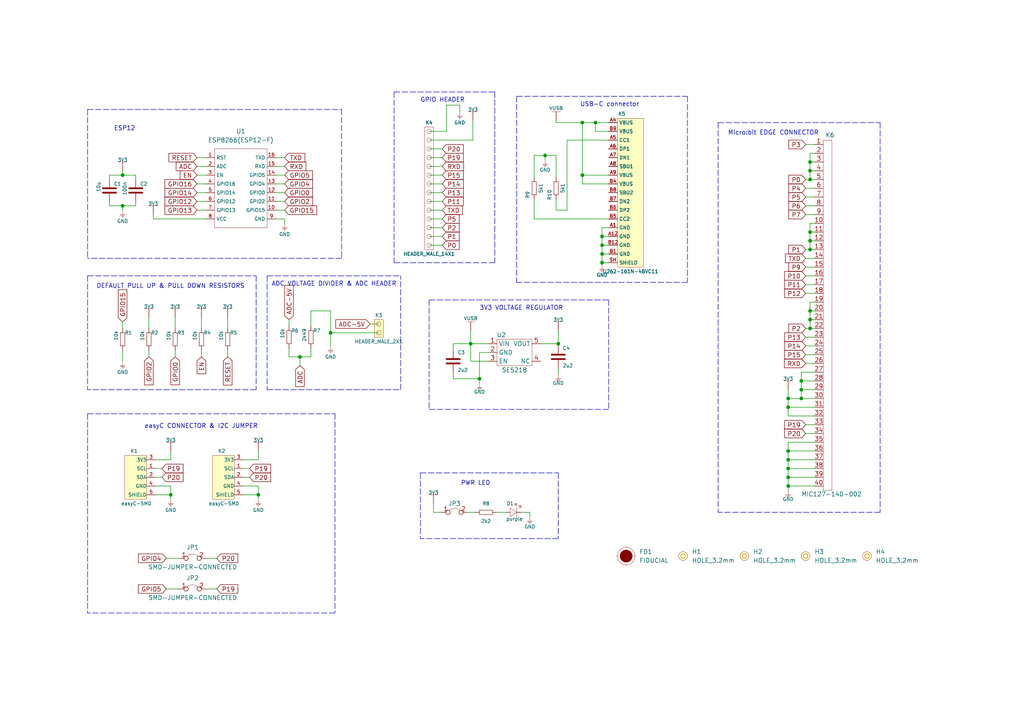
<source format=kicad_sch>
(kicad_sch (version 20211123) (generator eeschema)

  (uuid 4ca61b67-f0ad-48b8-81ad-b44a921c8329)

  (paper "A4")

  (title_block
    (title "WiFi:bit")
    (date "2021-09-09")
    (rev "V1.1.1.")
    (company "SOLDERED")
    (comment 1 "333061")
  )

  (lib_symbols
    (symbol "e-radionica.com schematics:0402LED" (pin_numbers hide) (pin_names (offset 0.254) hide) (in_bom yes) (on_board yes)
      (property "Reference" "D" (id 0) (at -0.635 2.54 0)
        (effects (font (size 1 1)))
      )
      (property "Value" "0402LED" (id 1) (at 0 -2.54 0)
        (effects (font (size 1 1)))
      )
      (property "Footprint" "e-radionica.com footprinti:0402LED" (id 2) (at 0 5.08 0)
        (effects (font (size 1 1)) hide)
      )
      (property "Datasheet" "" (id 3) (at 0 0 0)
        (effects (font (size 1 1)) hide)
      )
      (symbol "0402LED_0_1"
        (polyline
          (pts
            (xy -0.635 1.27)
            (xy 1.27 0)
          )
          (stroke (width 0.0006) (type default) (color 0 0 0 0))
          (fill (type none))
        )
        (polyline
          (pts
            (xy 0.635 1.905)
            (xy 1.27 2.54)
          )
          (stroke (width 0.0006) (type default) (color 0 0 0 0))
          (fill (type none))
        )
        (polyline
          (pts
            (xy 1.27 1.27)
            (xy 1.27 -1.27)
          )
          (stroke (width 0.0006) (type default) (color 0 0 0 0))
          (fill (type none))
        )
        (polyline
          (pts
            (xy 1.905 1.27)
            (xy 2.54 1.905)
          )
          (stroke (width 0.0006) (type default) (color 0 0 0 0))
          (fill (type none))
        )
        (polyline
          (pts
            (xy -0.635 1.27)
            (xy -0.635 -1.27)
            (xy 1.27 0)
          )
          (stroke (width 0.0006) (type default) (color 0 0 0 0))
          (fill (type none))
        )
        (polyline
          (pts
            (xy 1.27 2.54)
            (xy 0.635 2.54)
            (xy 1.27 1.905)
            (xy 1.27 2.54)
          )
          (stroke (width 0.0006) (type default) (color 0 0 0 0))
          (fill (type none))
        )
        (polyline
          (pts
            (xy 2.54 1.905)
            (xy 1.905 1.905)
            (xy 2.54 1.27)
            (xy 2.54 1.905)
          )
          (stroke (width 0.0006) (type default) (color 0 0 0 0))
          (fill (type none))
        )
      )
      (symbol "0402LED_1_1"
        (pin passive line (at -1.905 0 0) (length 1.27)
          (name "A" (effects (font (size 1.27 1.27))))
          (number "1" (effects (font (size 1.27 1.27))))
        )
        (pin passive line (at 2.54 0 180) (length 1.27)
          (name "K" (effects (font (size 1.27 1.27))))
          (number "2" (effects (font (size 1.27 1.27))))
        )
      )
    )
    (symbol "e-radionica.com schematics:0402R" (pin_numbers hide) (pin_names (offset 0.254)) (in_bom yes) (on_board yes)
      (property "Reference" "R" (id 0) (at -1.905 1.27 0)
        (effects (font (size 1 1)))
      )
      (property "Value" "0402R" (id 1) (at 0 -1.27 0)
        (effects (font (size 1 1)))
      )
      (property "Footprint" "e-radionica.com footprinti:0402R" (id 2) (at -2.54 1.905 0)
        (effects (font (size 1 1)) hide)
      )
      (property "Datasheet" "" (id 3) (at -2.54 1.905 0)
        (effects (font (size 1 1)) hide)
      )
      (symbol "0402R_0_1"
        (rectangle (start -1.905 -0.635) (end 1.905 -0.6604)
          (stroke (width 0.1) (type default) (color 0 0 0 0))
          (fill (type none))
        )
        (rectangle (start -1.905 0.635) (end -1.8796 -0.635)
          (stroke (width 0.1) (type default) (color 0 0 0 0))
          (fill (type none))
        )
        (rectangle (start -1.905 0.635) (end 1.905 0.6096)
          (stroke (width 0.1) (type default) (color 0 0 0 0))
          (fill (type none))
        )
        (rectangle (start 1.905 0.635) (end 1.9304 -0.635)
          (stroke (width 0.1) (type default) (color 0 0 0 0))
          (fill (type none))
        )
      )
      (symbol "0402R_1_1"
        (pin passive line (at -3.175 0 0) (length 1.27)
          (name "~" (effects (font (size 1.27 1.27))))
          (number "1" (effects (font (size 1.27 1.27))))
        )
        (pin passive line (at 3.175 0 180) (length 1.27)
          (name "~" (effects (font (size 1.27 1.27))))
          (number "2" (effects (font (size 1.27 1.27))))
        )
      )
    )
    (symbol "e-radionica.com schematics:0603C" (pin_numbers hide) (pin_names (offset 0.002)) (in_bom yes) (on_board yes)
      (property "Reference" "C" (id 0) (at -0.635 3.175 0)
        (effects (font (size 1 1)))
      )
      (property "Value" "0603C" (id 1) (at 0 -3.175 0)
        (effects (font (size 1 1)))
      )
      (property "Footprint" "e-radionica.com footprinti:0603C" (id 2) (at 0 0 0)
        (effects (font (size 1 1)) hide)
      )
      (property "Datasheet" "" (id 3) (at 0 0 0)
        (effects (font (size 1 1)) hide)
      )
      (symbol "0603C_0_1"
        (polyline
          (pts
            (xy -0.635 1.905)
            (xy -0.635 -1.905)
          )
          (stroke (width 0.5) (type default) (color 0 0 0 0))
          (fill (type none))
        )
        (polyline
          (pts
            (xy 0.635 1.905)
            (xy 0.635 -1.905)
          )
          (stroke (width 0.5) (type default) (color 0 0 0 0))
          (fill (type none))
        )
      )
      (symbol "0603C_1_1"
        (pin passive line (at -3.175 0 0) (length 2.54)
          (name "~" (effects (font (size 1.27 1.27))))
          (number "1" (effects (font (size 1.27 1.27))))
        )
        (pin passive line (at 3.175 0 180) (length 2.54)
          (name "~" (effects (font (size 1.27 1.27))))
          (number "2" (effects (font (size 1.27 1.27))))
        )
      )
    )
    (symbol "e-radionica.com schematics:0603R" (pin_numbers hide) (pin_names (offset 0.254)) (in_bom yes) (on_board yes)
      (property "Reference" "R" (id 0) (at -1.905 1.905 0)
        (effects (font (size 1 1)))
      )
      (property "Value" "0603R" (id 1) (at 0 -1.905 0)
        (effects (font (size 1 1)))
      )
      (property "Footprint" "e-radionica.com footprinti:0603R" (id 2) (at -0.635 1.905 0)
        (effects (font (size 1 1)) hide)
      )
      (property "Datasheet" "" (id 3) (at -0.635 1.905 0)
        (effects (font (size 1 1)) hide)
      )
      (symbol "0603R_0_1"
        (rectangle (start -1.905 -0.635) (end 1.905 -0.6604)
          (stroke (width 0.1) (type default) (color 0 0 0 0))
          (fill (type none))
        )
        (rectangle (start -1.905 0.635) (end -1.8796 -0.635)
          (stroke (width 0.1) (type default) (color 0 0 0 0))
          (fill (type none))
        )
        (rectangle (start -1.905 0.635) (end 1.905 0.6096)
          (stroke (width 0.1) (type default) (color 0 0 0 0))
          (fill (type none))
        )
        (rectangle (start 1.905 0.635) (end 1.9304 -0.635)
          (stroke (width 0.1) (type default) (color 0 0 0 0))
          (fill (type none))
        )
      )
      (symbol "0603R_1_1"
        (pin passive line (at -3.175 0 0) (length 1.27)
          (name "~" (effects (font (size 1.27 1.27))))
          (number "1" (effects (font (size 1.27 1.27))))
        )
        (pin passive line (at 3.175 0 180) (length 1.27)
          (name "~" (effects (font (size 1.27 1.27))))
          (number "2" (effects (font (size 1.27 1.27))))
        )
      )
    )
    (symbol "e-radionica.com schematics:0603R_1" (pin_numbers hide) (pin_names (offset 0.254)) (in_bom yes) (on_board yes)
      (property "Reference" "R" (id 0) (at -1.905 1.905 0)
        (effects (font (size 1 1)))
      )
      (property "Value" "0603R" (id 1) (at 0 -1.905 0)
        (effects (font (size 1 1)))
      )
      (property "Footprint" "e-radionica.com footprinti:0603R" (id 2) (at -0.635 1.905 0)
        (effects (font (size 1 1)) hide)
      )
      (property "Datasheet" "" (id 3) (at -0.635 1.905 0)
        (effects (font (size 1 1)) hide)
      )
      (symbol "0603R_1_0_1"
        (rectangle (start -1.905 -0.635) (end 1.905 -0.6604)
          (stroke (width 0.1) (type default) (color 0 0 0 0))
          (fill (type none))
        )
        (rectangle (start -1.905 0.635) (end -1.8796 -0.635)
          (stroke (width 0.1) (type default) (color 0 0 0 0))
          (fill (type none))
        )
        (rectangle (start -1.905 0.635) (end 1.905 0.6096)
          (stroke (width 0.1) (type default) (color 0 0 0 0))
          (fill (type none))
        )
        (rectangle (start 1.905 0.635) (end 1.9304 -0.635)
          (stroke (width 0.1) (type default) (color 0 0 0 0))
          (fill (type none))
        )
      )
      (symbol "0603R_1_1_1"
        (pin passive line (at -3.175 0 0) (length 1.27)
          (name "~" (effects (font (size 1.27 1.27))))
          (number "1" (effects (font (size 1.27 1.27))))
        )
        (pin passive line (at 3.175 0 180) (length 1.27)
          (name "~" (effects (font (size 1.27 1.27))))
          (number "2" (effects (font (size 1.27 1.27))))
        )
      )
    )
    (symbol "e-radionica.com schematics:0603R_2" (pin_numbers hide) (pin_names (offset 0.254)) (in_bom yes) (on_board yes)
      (property "Reference" "R" (id 0) (at -1.905 1.905 0)
        (effects (font (size 1 1)))
      )
      (property "Value" "0603R" (id 1) (at 0 -1.905 0)
        (effects (font (size 1 1)))
      )
      (property "Footprint" "e-radionica.com footprinti:0603R" (id 2) (at -0.635 1.905 0)
        (effects (font (size 1 1)) hide)
      )
      (property "Datasheet" "" (id 3) (at -0.635 1.905 0)
        (effects (font (size 1 1)) hide)
      )
      (symbol "0603R_2_0_1"
        (rectangle (start -1.905 -0.635) (end 1.905 -0.6604)
          (stroke (width 0.1) (type default) (color 0 0 0 0))
          (fill (type none))
        )
        (rectangle (start -1.905 0.635) (end -1.8796 -0.635)
          (stroke (width 0.1) (type default) (color 0 0 0 0))
          (fill (type none))
        )
        (rectangle (start -1.905 0.635) (end 1.905 0.6096)
          (stroke (width 0.1) (type default) (color 0 0 0 0))
          (fill (type none))
        )
        (rectangle (start 1.905 0.635) (end 1.9304 -0.635)
          (stroke (width 0.1) (type default) (color 0 0 0 0))
          (fill (type none))
        )
      )
      (symbol "0603R_2_1_1"
        (pin passive line (at -3.175 0 0) (length 1.27)
          (name "~" (effects (font (size 1.27 1.27))))
          (number "1" (effects (font (size 1.27 1.27))))
        )
        (pin passive line (at 3.175 0 180) (length 1.27)
          (name "~" (effects (font (size 1.27 1.27))))
          (number "2" (effects (font (size 1.27 1.27))))
        )
      )
    )
    (symbol "e-radionica.com schematics:1206C" (pin_numbers hide) (in_bom yes) (on_board yes)
      (property "Reference" "C" (id 0) (at -0.635 3.175 0)
        (effects (font (size 1 1)))
      )
      (property "Value" "1206C" (id 1) (at 0 -3.175 0)
        (effects (font (size 1 1)))
      )
      (property "Footprint" "e-radionica.com footprinti:1206C" (id 2) (at 0 0 0)
        (effects (font (size 1 1)) hide)
      )
      (property "Datasheet" "" (id 3) (at 0 0 0)
        (effects (font (size 1 1)) hide)
      )
      (symbol "1206C_0_1"
        (polyline
          (pts
            (xy -0.635 1.905)
            (xy -0.635 -1.905)
          )
          (stroke (width 0.5) (type default) (color 0 0 0 0))
          (fill (type none))
        )
        (polyline
          (pts
            (xy 0.635 1.905)
            (xy 0.635 -1.905)
          )
          (stroke (width 0.5) (type default) (color 0 0 0 0))
          (fill (type none))
        )
      )
      (symbol "1206C_1_1"
        (pin passive line (at -3.175 0 0) (length 2.54)
          (name "~" (effects (font (size 1.27 1.27))))
          (number "1" (effects (font (size 1.27 1.27))))
        )
        (pin passive line (at 3.175 0 180) (length 2.54)
          (name "~" (effects (font (size 1.27 1.27))))
          (number "2" (effects (font (size 1.27 1.27))))
        )
      )
    )
    (symbol "e-radionica.com schematics:3V3" (power) (pin_names (offset 0)) (in_bom yes) (on_board yes)
      (property "Reference" "#PWR" (id 0) (at 4.445 0 0)
        (effects (font (size 1 1)) hide)
      )
      (property "Value" "3V3" (id 1) (at 0 3.556 0)
        (effects (font (size 1 1)))
      )
      (property "Footprint" "" (id 2) (at 4.445 3.81 0)
        (effects (font (size 1 1)) hide)
      )
      (property "Datasheet" "" (id 3) (at 4.445 3.81 0)
        (effects (font (size 1 1)) hide)
      )
      (property "ki_keywords" "power-flag" (id 4) (at 0 0 0)
        (effects (font (size 1.27 1.27)) hide)
      )
      (property "ki_description" "Power symbol creates a global label with name \"3V3\"" (id 5) (at 0 0 0)
        (effects (font (size 1.27 1.27)) hide)
      )
      (symbol "3V3_0_1"
        (polyline
          (pts
            (xy -1.27 2.54)
            (xy 1.27 2.54)
          )
          (stroke (width 0.0006) (type default) (color 0 0 0 0))
          (fill (type none))
        )
        (polyline
          (pts
            (xy 0 0)
            (xy 0 2.54)
          )
          (stroke (width 0) (type default) (color 0 0 0 0))
          (fill (type none))
        )
      )
      (symbol "3V3_1_1"
        (pin power_in line (at 0 0 90) (length 0) hide
          (name "3V3" (effects (font (size 1.27 1.27))))
          (number "1" (effects (font (size 1.27 1.27))))
        )
      )
    )
    (symbol "e-radionica.com schematics:ESP8266(ESP12-F)" (in_bom yes) (on_board yes)
      (property "Reference" "U" (id 0) (at 0 12.7 0)
        (effects (font (size 1.27 1.27)))
      )
      (property "Value" "ESP8266(ESP12-F)" (id 1) (at 0 -12.7 0)
        (effects (font (size 1.27 1.27)))
      )
      (property "Footprint" "e-radionica.com footprinti:ESP 8266(ESP12-F)" (id 2) (at -10.16 -5.08 0)
        (effects (font (size 1.27 1.27)) hide)
      )
      (property "Datasheet" "" (id 3) (at -10.16 -5.08 0)
        (effects (font (size 1.27 1.27)) hide)
      )
      (symbol "ESP8266(ESP12-F)_0_1"
        (rectangle (start -7.62 11.43) (end 7.62 -11.43)
          (stroke (width 0.0006) (type default) (color 0 0 0 0))
          (fill (type none))
        )
        (rectangle (start 7.62 -8.89) (end 7.62 -8.89)
          (stroke (width 0.0006) (type default) (color 0 0 0 0))
          (fill (type none))
        )
      )
      (symbol "ESP8266(ESP12-F)_1_1"
        (pin input line (at -10.16 8.89 0) (length 2.54)
          (name "RST" (effects (font (size 1 1))))
          (number "1" (effects (font (size 1 1))))
        )
        (pin input line (at 10.16 -6.35 180) (length 2.54)
          (name "GPIO15" (effects (font (size 1 1))))
          (number "10" (effects (font (size 1 1))))
        )
        (pin input line (at 10.16 -3.81 180) (length 2.54)
          (name "GPIO2" (effects (font (size 1 1))))
          (number "11" (effects (font (size 1 1))))
        )
        (pin input line (at 10.16 -1.27 180) (length 2.54)
          (name "GPIO0" (effects (font (size 1 1))))
          (number "12" (effects (font (size 1 1))))
        )
        (pin input line (at 10.16 1.27 180) (length 2.54)
          (name "GPIO4" (effects (font (size 1 1))))
          (number "13" (effects (font (size 1 1))))
        )
        (pin input line (at 10.16 3.81 180) (length 2.54)
          (name "GPIO5" (effects (font (size 1 1))))
          (number "14" (effects (font (size 1 1))))
        )
        (pin input line (at 10.16 6.35 180) (length 2.54)
          (name "RXD" (effects (font (size 1 1))))
          (number "15" (effects (font (size 1 1))))
        )
        (pin input line (at 10.16 8.89 180) (length 2.54)
          (name "TXD" (effects (font (size 1 1))))
          (number "16" (effects (font (size 1 1))))
        )
        (pin input line (at -10.16 6.35 0) (length 2.54)
          (name "ADC" (effects (font (size 1 1))))
          (number "2" (effects (font (size 1 1))))
        )
        (pin input line (at -10.16 3.81 0) (length 2.54)
          (name "EN" (effects (font (size 1 1))))
          (number "3" (effects (font (size 1 1))))
        )
        (pin input line (at -10.16 1.27 0) (length 2.54)
          (name "GPIO16" (effects (font (size 1 1))))
          (number "4" (effects (font (size 1 1))))
        )
        (pin input line (at -10.16 -1.27 0) (length 2.54)
          (name "GPIO14" (effects (font (size 1 1))))
          (number "5" (effects (font (size 1 1))))
        )
        (pin input line (at -10.16 -3.81 0) (length 2.54)
          (name "GPIO12" (effects (font (size 1 1))))
          (number "6" (effects (font (size 1 1))))
        )
        (pin input line (at -10.16 -6.35 0) (length 2.54)
          (name "GPIO13" (effects (font (size 1 1))))
          (number "7" (effects (font (size 1 1))))
        )
        (pin input line (at -10.16 -8.89 0) (length 2.54)
          (name "VCC" (effects (font (size 1 1))))
          (number "8" (effects (font (size 1 1))))
        )
        (pin input line (at 10.16 -8.89 180) (length 2.54)
          (name "GND" (effects (font (size 1 1))))
          (number "9" (effects (font (size 1 1))))
        )
      )
    )
    (symbol "e-radionica.com schematics:FIDUCIAL" (in_bom no) (on_board yes)
      (property "Reference" "FD" (id 0) (at 0 3.81 0)
        (effects (font (size 1.27 1.27)))
      )
      (property "Value" "FIDUCIAL" (id 1) (at 0 -3.81 0)
        (effects (font (size 1.27 1.27)))
      )
      (property "Footprint" "e-radionica.com footprinti:FIDUCIAL_23" (id 2) (at 0.254 -5.334 0)
        (effects (font (size 1.27 1.27)) hide)
      )
      (property "Datasheet" "" (id 3) (at 0 0 0)
        (effects (font (size 1.27 1.27)) hide)
      )
      (symbol "FIDUCIAL_0_1"
        (polyline
          (pts
            (xy -2.54 0)
            (xy -2.794 0)
          )
          (stroke (width 0.0006) (type default) (color 0 0 0 0))
          (fill (type none))
        )
        (polyline
          (pts
            (xy 0 -2.54)
            (xy 0 -2.794)
          )
          (stroke (width 0.0006) (type default) (color 0 0 0 0))
          (fill (type none))
        )
        (polyline
          (pts
            (xy 0 2.54)
            (xy 0 2.794)
          )
          (stroke (width 0.0006) (type default) (color 0 0 0 0))
          (fill (type none))
        )
        (polyline
          (pts
            (xy 2.54 0)
            (xy 2.794 0)
          )
          (stroke (width 0.0006) (type default) (color 0 0 0 0))
          (fill (type none))
        )
        (circle (center 0 0) (radius 1.7961)
          (stroke (width 0.001) (type default) (color 0 0 0 0))
          (fill (type outline))
        )
        (circle (center 0 0) (radius 2.54)
          (stroke (width 0.0006) (type default) (color 0 0 0 0))
          (fill (type none))
        )
      )
    )
    (symbol "e-radionica.com schematics:GND" (power) (pin_names (offset 0)) (in_bom yes) (on_board yes)
      (property "Reference" "#PWR" (id 0) (at 4.445 0 0)
        (effects (font (size 1 1)) hide)
      )
      (property "Value" "GND" (id 1) (at 0 -2.921 0)
        (effects (font (size 1 1)))
      )
      (property "Footprint" "" (id 2) (at 4.445 3.81 0)
        (effects (font (size 1 1)) hide)
      )
      (property "Datasheet" "" (id 3) (at 4.445 3.81 0)
        (effects (font (size 1 1)) hide)
      )
      (property "ki_keywords" "power-flag" (id 4) (at 0 0 0)
        (effects (font (size 1.27 1.27)) hide)
      )
      (property "ki_description" "Power symbol creates a global label with name \"GND\"" (id 5) (at 0 0 0)
        (effects (font (size 1.27 1.27)) hide)
      )
      (symbol "GND_0_1"
        (polyline
          (pts
            (xy -0.762 -1.27)
            (xy 0.762 -1.27)
          )
          (stroke (width 0.0006) (type default) (color 0 0 0 0))
          (fill (type none))
        )
        (polyline
          (pts
            (xy -0.635 -1.524)
            (xy 0.635 -1.524)
          )
          (stroke (width 0.0006) (type default) (color 0 0 0 0))
          (fill (type none))
        )
        (polyline
          (pts
            (xy -0.381 -1.778)
            (xy 0.381 -1.778)
          )
          (stroke (width 0.0006) (type default) (color 0 0 0 0))
          (fill (type none))
        )
        (polyline
          (pts
            (xy -0.127 -2.032)
            (xy 0.127 -2.032)
          )
          (stroke (width 0.0006) (type default) (color 0 0 0 0))
          (fill (type none))
        )
        (polyline
          (pts
            (xy 0 0)
            (xy 0 -1.27)
          )
          (stroke (width 0.0006) (type default) (color 0 0 0 0))
          (fill (type none))
        )
      )
      (symbol "GND_1_1"
        (pin power_in line (at 0 0 270) (length 0) hide
          (name "GND" (effects (font (size 1.27 1.27))))
          (number "1" (effects (font (size 1.27 1.27))))
        )
      )
    )
    (symbol "e-radionica.com schematics:GND_1" (power) (pin_names (offset 0)) (in_bom yes) (on_board yes)
      (property "Reference" "#PWR" (id 0) (at 4.445 0 0)
        (effects (font (size 1 1)) hide)
      )
      (property "Value" "GND" (id 1) (at 0 -2.921 0)
        (effects (font (size 1 1)))
      )
      (property "Footprint" "" (id 2) (at 4.445 3.81 0)
        (effects (font (size 1 1)) hide)
      )
      (property "Datasheet" "" (id 3) (at 4.445 3.81 0)
        (effects (font (size 1 1)) hide)
      )
      (property "ki_keywords" "power-flag" (id 4) (at 0 0 0)
        (effects (font (size 1.27 1.27)) hide)
      )
      (property "ki_description" "Power symbol creates a global label with name \"+3V3\"" (id 5) (at 0 0 0)
        (effects (font (size 1.27 1.27)) hide)
      )
      (symbol "GND_1_0_1"
        (polyline
          (pts
            (xy -0.762 -1.27)
            (xy 0.762 -1.27)
          )
          (stroke (width 0.0006) (type default) (color 0 0 0 0))
          (fill (type none))
        )
        (polyline
          (pts
            (xy -0.635 -1.524)
            (xy 0.635 -1.524)
          )
          (stroke (width 0.0006) (type default) (color 0 0 0 0))
          (fill (type none))
        )
        (polyline
          (pts
            (xy -0.381 -1.778)
            (xy 0.381 -1.778)
          )
          (stroke (width 0.0006) (type default) (color 0 0 0 0))
          (fill (type none))
        )
        (polyline
          (pts
            (xy -0.127 -2.032)
            (xy 0.127 -2.032)
          )
          (stroke (width 0.0006) (type default) (color 0 0 0 0))
          (fill (type none))
        )
        (polyline
          (pts
            (xy 0 0)
            (xy 0 -1.27)
          )
          (stroke (width 0.0006) (type default) (color 0 0 0 0))
          (fill (type none))
        )
      )
      (symbol "GND_1_1_1"
        (pin power_in line (at 0 0 270) (length 0) hide
          (name "GND" (effects (font (size 1.27 1.27))))
          (number "1" (effects (font (size 1.27 1.27))))
        )
      )
    )
    (symbol "e-radionica.com schematics:GND_3" (power) (pin_names (offset 0)) (in_bom yes) (on_board yes)
      (property "Reference" "#PWR" (id 0) (at 4.445 0 0)
        (effects (font (size 1 1)) hide)
      )
      (property "Value" "GND" (id 1) (at 0 -2.921 0)
        (effects (font (size 1 1)))
      )
      (property "Footprint" "" (id 2) (at 4.445 3.81 0)
        (effects (font (size 1 1)) hide)
      )
      (property "Datasheet" "" (id 3) (at 4.445 3.81 0)
        (effects (font (size 1 1)) hide)
      )
      (property "ki_keywords" "power-flag" (id 4) (at 0 0 0)
        (effects (font (size 1.27 1.27)) hide)
      )
      (property "ki_description" "Power symbol creates a global label with name \"+3V3\"" (id 5) (at 0 0 0)
        (effects (font (size 1.27 1.27)) hide)
      )
      (symbol "GND_3_0_1"
        (polyline
          (pts
            (xy -0.762 -1.27)
            (xy 0.762 -1.27)
          )
          (stroke (width 0.0006) (type default) (color 0 0 0 0))
          (fill (type none))
        )
        (polyline
          (pts
            (xy -0.635 -1.524)
            (xy 0.635 -1.524)
          )
          (stroke (width 0.0006) (type default) (color 0 0 0 0))
          (fill (type none))
        )
        (polyline
          (pts
            (xy -0.381 -1.778)
            (xy 0.381 -1.778)
          )
          (stroke (width 0.0006) (type default) (color 0 0 0 0))
          (fill (type none))
        )
        (polyline
          (pts
            (xy -0.127 -2.032)
            (xy 0.127 -2.032)
          )
          (stroke (width 0.0006) (type default) (color 0 0 0 0))
          (fill (type none))
        )
        (polyline
          (pts
            (xy 0 0)
            (xy 0 -1.27)
          )
          (stroke (width 0.0006) (type default) (color 0 0 0 0))
          (fill (type none))
        )
      )
      (symbol "GND_3_1_1"
        (pin power_in line (at 0 0 270) (length 0) hide
          (name "GND" (effects (font (size 1.27 1.27))))
          (number "1" (effects (font (size 1.27 1.27))))
        )
      )
    )
    (symbol "e-radionica.com schematics:GND_5" (power) (pin_names (offset 0)) (in_bom yes) (on_board yes)
      (property "Reference" "#PWR" (id 0) (at 4.445 0 0)
        (effects (font (size 1 1)) hide)
      )
      (property "Value" "GND" (id 1) (at 0 -2.921 0)
        (effects (font (size 1 1)))
      )
      (property "Footprint" "" (id 2) (at 4.445 3.81 0)
        (effects (font (size 1 1)) hide)
      )
      (property "Datasheet" "" (id 3) (at 4.445 3.81 0)
        (effects (font (size 1 1)) hide)
      )
      (property "ki_keywords" "power-flag" (id 4) (at 0 0 0)
        (effects (font (size 1.27 1.27)) hide)
      )
      (property "ki_description" "Power symbol creates a global label with name \"+3V3\"" (id 5) (at 0 0 0)
        (effects (font (size 1.27 1.27)) hide)
      )
      (symbol "GND_5_0_1"
        (polyline
          (pts
            (xy -0.762 -1.27)
            (xy 0.762 -1.27)
          )
          (stroke (width 0.0006) (type default) (color 0 0 0 0))
          (fill (type none))
        )
        (polyline
          (pts
            (xy -0.635 -1.524)
            (xy 0.635 -1.524)
          )
          (stroke (width 0.0006) (type default) (color 0 0 0 0))
          (fill (type none))
        )
        (polyline
          (pts
            (xy -0.381 -1.778)
            (xy 0.381 -1.778)
          )
          (stroke (width 0.0006) (type default) (color 0 0 0 0))
          (fill (type none))
        )
        (polyline
          (pts
            (xy -0.127 -2.032)
            (xy 0.127 -2.032)
          )
          (stroke (width 0.0006) (type default) (color 0 0 0 0))
          (fill (type none))
        )
        (polyline
          (pts
            (xy 0 0)
            (xy 0 -1.27)
          )
          (stroke (width 0.0006) (type default) (color 0 0 0 0))
          (fill (type none))
        )
      )
      (symbol "GND_5_1_1"
        (pin power_in line (at 0 0 270) (length 0) hide
          (name "GND" (effects (font (size 1.27 1.27))))
          (number "1" (effects (font (size 1.27 1.27))))
        )
      )
    )
    (symbol "e-radionica.com schematics:HEADER_MALE_14X1" (pin_numbers hide) (in_bom yes) (on_board yes)
      (property "Reference" "K" (id 0) (at -0.635 20.32 0)
        (effects (font (size 1 1)))
      )
      (property "Value" "HEADER_MALE_14X1" (id 1) (at 1.27 -17.78 0)
        (effects (font (size 1 1)))
      )
      (property "Footprint" "e-radionica.com footprinti:HEADER_MALE_14X1" (id 2) (at 0 2.54 0)
        (effects (font (size 1 1)) hide)
      )
      (property "Datasheet" "" (id 3) (at 0 2.54 0)
        (effects (font (size 1 1)) hide)
      )
      (symbol "HEADER_MALE_14X1_0_1"
        (circle (center 0 -15.24) (radius 0.635)
          (stroke (width 0.0006) (type default) (color 0 0 0 0))
          (fill (type none))
        )
        (circle (center 0 -12.7) (radius 0.635)
          (stroke (width 0.0006) (type default) (color 0 0 0 0))
          (fill (type none))
        )
        (circle (center 0 -10.16) (radius 0.635)
          (stroke (width 0.0006) (type default) (color 0 0 0 0))
          (fill (type none))
        )
        (circle (center 0 -7.62) (radius 0.635)
          (stroke (width 0.0006) (type default) (color 0 0 0 0))
          (fill (type none))
        )
        (circle (center 0 -5.08) (radius 0.635)
          (stroke (width 0.0006) (type default) (color 0 0 0 0))
          (fill (type none))
        )
        (circle (center 0 -2.54) (radius 0.635)
          (stroke (width 0.0006) (type default) (color 0 0 0 0))
          (fill (type none))
        )
        (circle (center 0 0) (radius 0.635)
          (stroke (width 0.0006) (type default) (color 0 0 0 0))
          (fill (type none))
        )
        (circle (center 0 2.54) (radius 0.635)
          (stroke (width 0.0006) (type default) (color 0 0 0 0))
          (fill (type none))
        )
        (circle (center 0 5.08) (radius 0.635)
          (stroke (width 0.0006) (type default) (color 0 0 0 0))
          (fill (type none))
        )
        (circle (center 0 7.62) (radius 0.635)
          (stroke (width 0.0006) (type default) (color 0 0 0 0))
          (fill (type none))
        )
        (circle (center 0 10.16) (radius 0.635)
          (stroke (width 0.0006) (type default) (color 0 0 0 0))
          (fill (type none))
        )
        (circle (center 0 12.7) (radius 0.635)
          (stroke (width 0.0006) (type default) (color 0 0 0 0))
          (fill (type none))
        )
        (circle (center 0 15.24) (radius 0.635)
          (stroke (width 0.0006) (type default) (color 0 0 0 0))
          (fill (type none))
        )
        (circle (center 0 17.78) (radius 0.635)
          (stroke (width 0.0006) (type default) (color 0 0 0 0))
          (fill (type none))
        )
        (rectangle (start 1.27 -16.51) (end -1.27 19.05)
          (stroke (width 0.0006) (type default) (color 0 0 0 0))
          (fill (type none))
        )
      )
      (symbol "HEADER_MALE_14X1_1_1"
        (pin passive line (at 0 -15.24 180) (length 0)
          (name "~" (effects (font (size 0.991 0.991))))
          (number "1" (effects (font (size 0.991 0.991))))
        )
        (pin passive line (at 0 7.62 180) (length 0)
          (name "~" (effects (font (size 0.991 0.991))))
          (number "10" (effects (font (size 0.991 0.991))))
        )
        (pin passive line (at 0 10.16 180) (length 0)
          (name "~" (effects (font (size 0.991 0.991))))
          (number "11" (effects (font (size 0.991 0.991))))
        )
        (pin passive line (at 0 12.7 180) (length 0)
          (name "~" (effects (font (size 0.991 0.991))))
          (number "12" (effects (font (size 0.991 0.991))))
        )
        (pin passive line (at 0 15.24 180) (length 0)
          (name "~" (effects (font (size 0.991 0.991))))
          (number "13" (effects (font (size 0.991 0.991))))
        )
        (pin passive line (at 0 17.78 180) (length 0)
          (name "~" (effects (font (size 0.991 0.991))))
          (number "14" (effects (font (size 0.991 0.991))))
        )
        (pin passive line (at 0 -12.7 180) (length 0)
          (name "~" (effects (font (size 0.991 0.991))))
          (number "2" (effects (font (size 0.991 0.991))))
        )
        (pin passive line (at 0 -10.16 180) (length 0)
          (name "~" (effects (font (size 0.991 0.991))))
          (number "3" (effects (font (size 0.991 0.991))))
        )
        (pin passive line (at 0 -7.62 180) (length 0)
          (name "~" (effects (font (size 0.991 0.991))))
          (number "4" (effects (font (size 0.991 0.991))))
        )
        (pin passive line (at 0 -5.08 180) (length 0)
          (name "~" (effects (font (size 0.991 0.991))))
          (number "5" (effects (font (size 0.991 0.991))))
        )
        (pin passive line (at 0 -2.54 180) (length 0)
          (name "~" (effects (font (size 0.991 0.991))))
          (number "6" (effects (font (size 0.991 0.991))))
        )
        (pin passive line (at 0 0 180) (length 0)
          (name "~" (effects (font (size 0.991 0.991))))
          (number "7" (effects (font (size 0.991 0.991))))
        )
        (pin passive line (at 0 2.54 180) (length 0)
          (name "~" (effects (font (size 0.991 0.991))))
          (number "8" (effects (font (size 0.991 0.991))))
        )
        (pin passive line (at 0 5.08 180) (length 0)
          (name "~" (effects (font (size 0.991 0.991))))
          (number "9" (effects (font (size 0.991 0.991))))
        )
      )
    )
    (symbol "e-radionica.com schematics:HEADER_MALE_2X1" (pin_numbers hide) (pin_names hide) (in_bom yes) (on_board yes)
      (property "Reference" "K" (id 0) (at -1.27 5.08 0)
        (effects (font (size 1 1)))
      )
      (property "Value" "HEADER_MALE_2X1" (id 1) (at 0 -2.54 0)
        (effects (font (size 1 1)))
      )
      (property "Footprint" "e-radionica.com footprinti:HEADER_MALE_2X1" (id 2) (at 0 0 0)
        (effects (font (size 1 1)) hide)
      )
      (property "Datasheet" "" (id 3) (at 0 0 0)
        (effects (font (size 1 1)) hide)
      )
      (symbol "HEADER_MALE_2X1_0_1"
        (circle (center 0 0) (radius 0.635)
          (stroke (width 0.0006) (type default) (color 0 0 0 0))
          (fill (type none))
        )
        (circle (center 0 2.54) (radius 0.635)
          (stroke (width 0.0006) (type default) (color 0 0 0 0))
          (fill (type none))
        )
        (rectangle (start 1.27 -1.27) (end -1.27 3.81)
          (stroke (width 0.001) (type default) (color 0 0 0 0))
          (fill (type background))
        )
      )
      (symbol "HEADER_MALE_2X1_1_1"
        (pin passive line (at 0 0 180) (length 0)
          (name "~" (effects (font (size 1 1))))
          (number "1" (effects (font (size 1 1))))
        )
        (pin passive line (at 0 2.54 180) (length 0)
          (name "~" (effects (font (size 1 1))))
          (number "2" (effects (font (size 1 1))))
        )
      )
    )
    (symbol "e-radionica.com schematics:HOLE_3.2mm" (pin_numbers hide) (pin_names hide) (in_bom yes) (on_board yes)
      (property "Reference" "H" (id 0) (at 0 2.54 0)
        (effects (font (size 1.27 1.27)))
      )
      (property "Value" "HOLE_3.2mm" (id 1) (at 0 -2.54 0)
        (effects (font (size 1.27 1.27)))
      )
      (property "Footprint" "e-radionica.com footprinti:HOLE_3.2mm" (id 2) (at 0 0 0)
        (effects (font (size 1.27 1.27)) hide)
      )
      (property "Datasheet" "" (id 3) (at 0 0 0)
        (effects (font (size 1.27 1.27)) hide)
      )
      (symbol "HOLE_3.2mm_0_1"
        (circle (center 0 0) (radius 0.635)
          (stroke (width 0.0006) (type default) (color 0 0 0 0))
          (fill (type none))
        )
        (circle (center 0 0) (radius 1.27)
          (stroke (width 0.001) (type default) (color 0 0 0 0))
          (fill (type background))
        )
      )
    )
    (symbol "e-radionica.com schematics:MIC127-140-002" (in_bom yes) (on_board yes)
      (property "Reference" "K" (id 0) (at 1.27 0 0)
        (effects (font (size 1.27 1.27)))
      )
      (property "Value" "MIC127-140-002" (id 1) (at 8.89 2.54 0)
        (effects (font (size 1.27 1.27)))
      )
      (property "Footprint" "e-radionica.com footprinti:MC127-140-002" (id 2) (at 0 0 0)
        (effects (font (size 1.27 1.27)) hide)
      )
      (property "Datasheet" "" (id 3) (at 0 0 0)
        (effects (font (size 1.27 1.27)) hide)
      )
      (symbol "MIC127-140-002_0_1"
        (rectangle (start -2.54 50.8) (end 0 -50.8)
          (stroke (width 0.0006) (type default) (color 0 0 0 0))
          (fill (type none))
        )
      )
      (symbol "MIC127-140-002_1_1"
        (pin input line (at -5.08 49.53 0) (length 2.54)
          (name "" (effects (font (size 1.27 1.27))))
          (number "1" (effects (font (size 1.27 1.27))))
        )
        (pin input line (at -5.08 26.67 0) (length 2.54)
          (name "" (effects (font (size 1.27 1.27))))
          (number "10" (effects (font (size 1.27 1.27))))
        )
        (pin input line (at -5.08 24.13 0) (length 2.54)
          (name "" (effects (font (size 1.27 1.27))))
          (number "11" (effects (font (size 1.27 1.27))))
        )
        (pin input line (at -5.08 21.59 0) (length 2.54)
          (name "" (effects (font (size 1.27 1.27))))
          (number "12" (effects (font (size 1.27 1.27))))
        )
        (pin input line (at -5.08 19.05 0) (length 2.54)
          (name "" (effects (font (size 1.27 1.27))))
          (number "13" (effects (font (size 1.27 1.27))))
        )
        (pin input line (at -5.08 16.51 0) (length 2.54)
          (name "" (effects (font (size 1.27 1.27))))
          (number "14" (effects (font (size 1.27 1.27))))
        )
        (pin input line (at -5.08 13.97 0) (length 2.54)
          (name "" (effects (font (size 1.27 1.27))))
          (number "15" (effects (font (size 1.27 1.27))))
        )
        (pin input line (at -5.08 11.43 0) (length 2.54)
          (name "" (effects (font (size 1.27 1.27))))
          (number "16" (effects (font (size 1.27 1.27))))
        )
        (pin input line (at -5.08 8.89 0) (length 2.54)
          (name "" (effects (font (size 1.27 1.27))))
          (number "17" (effects (font (size 1.27 1.27))))
        )
        (pin input line (at -5.08 6.35 0) (length 2.54)
          (name "" (effects (font (size 1.27 1.27))))
          (number "18" (effects (font (size 1.27 1.27))))
        )
        (pin input line (at -5.08 3.81 0) (length 2.54)
          (name "" (effects (font (size 1.27 1.27))))
          (number "19" (effects (font (size 1.27 1.27))))
        )
        (pin input line (at -5.08 46.99 0) (length 2.54)
          (name "" (effects (font (size 1.27 1.27))))
          (number "2" (effects (font (size 1.27 1.27))))
        )
        (pin input line (at -5.08 1.27 0) (length 2.54)
          (name "" (effects (font (size 1.27 1.27))))
          (number "20" (effects (font (size 1.27 1.27))))
        )
        (pin input line (at -5.08 -1.27 0) (length 2.54)
          (name "" (effects (font (size 1.27 1.27))))
          (number "21" (effects (font (size 1.27 1.27))))
        )
        (pin input line (at -5.08 -3.81 0) (length 2.54)
          (name "" (effects (font (size 1.27 1.27))))
          (number "22" (effects (font (size 1.27 1.27))))
        )
        (pin input line (at -5.08 -6.35 0) (length 2.54)
          (name "" (effects (font (size 1.27 1.27))))
          (number "23" (effects (font (size 1.27 1.27))))
        )
        (pin input line (at -5.08 -8.89 0) (length 2.54)
          (name "" (effects (font (size 1.27 1.27))))
          (number "24" (effects (font (size 1.27 1.27))))
        )
        (pin input line (at -5.08 -11.43 0) (length 2.54)
          (name "" (effects (font (size 1.27 1.27))))
          (number "25" (effects (font (size 1.27 1.27))))
        )
        (pin input line (at -5.08 -13.97 0) (length 2.54)
          (name "" (effects (font (size 1.27 1.27))))
          (number "26" (effects (font (size 1.27 1.27))))
        )
        (pin input line (at -5.08 -16.51 0) (length 2.54)
          (name "" (effects (font (size 1.27 1.27))))
          (number "27" (effects (font (size 1.27 1.27))))
        )
        (pin input line (at -5.08 -19.05 0) (length 2.54)
          (name "" (effects (font (size 1.27 1.27))))
          (number "28" (effects (font (size 1.27 1.27))))
        )
        (pin input line (at -5.08 -21.59 0) (length 2.54)
          (name "" (effects (font (size 1.27 1.27))))
          (number "29" (effects (font (size 1.27 1.27))))
        )
        (pin input line (at -5.08 44.45 0) (length 2.54)
          (name "" (effects (font (size 1.27 1.27))))
          (number "3" (effects (font (size 1.27 1.27))))
        )
        (pin input line (at -5.08 -24.13 0) (length 2.54)
          (name "" (effects (font (size 1.27 1.27))))
          (number "30" (effects (font (size 1.27 1.27))))
        )
        (pin input line (at -5.08 -26.67 0) (length 2.54)
          (name "" (effects (font (size 1.27 1.27))))
          (number "31" (effects (font (size 1.27 1.27))))
        )
        (pin input line (at -5.08 -29.21 0) (length 2.54)
          (name "" (effects (font (size 1.27 1.27))))
          (number "32" (effects (font (size 1.27 1.27))))
        )
        (pin input line (at -5.08 -31.75 0) (length 2.54)
          (name "" (effects (font (size 1.27 1.27))))
          (number "33" (effects (font (size 1.27 1.27))))
        )
        (pin input line (at -5.08 -34.29 0) (length 2.54)
          (name "" (effects (font (size 1.27 1.27))))
          (number "34" (effects (font (size 1.27 1.27))))
        )
        (pin input line (at -5.08 -36.83 0) (length 2.54)
          (name "" (effects (font (size 1.27 1.27))))
          (number "35" (effects (font (size 1.27 1.27))))
        )
        (pin input line (at -5.08 -39.37 0) (length 2.54)
          (name "" (effects (font (size 1.27 1.27))))
          (number "36" (effects (font (size 1.27 1.27))))
        )
        (pin input line (at -5.08 -41.91 0) (length 2.54)
          (name "" (effects (font (size 1.27 1.27))))
          (number "37" (effects (font (size 1.27 1.27))))
        )
        (pin input line (at -5.08 -44.45 0) (length 2.54)
          (name "" (effects (font (size 1.27 1.27))))
          (number "38" (effects (font (size 1.27 1.27))))
        )
        (pin input line (at -5.08 -46.99 0) (length 2.54)
          (name "" (effects (font (size 1.27 1.27))))
          (number "39" (effects (font (size 1.27 1.27))))
        )
        (pin input line (at -5.08 41.91 0) (length 2.54)
          (name "" (effects (font (size 1.27 1.27))))
          (number "4" (effects (font (size 1.27 1.27))))
        )
        (pin input line (at -5.08 -49.53 0) (length 2.54)
          (name "" (effects (font (size 1.27 1.27))))
          (number "40" (effects (font (size 1.27 1.27))))
        )
        (pin input line (at -5.08 39.37 0) (length 2.54)
          (name "" (effects (font (size 1.27 1.27))))
          (number "5" (effects (font (size 1.27 1.27))))
        )
        (pin input line (at -5.08 36.83 0) (length 2.54)
          (name "" (effects (font (size 1.27 1.27))))
          (number "6" (effects (font (size 1.27 1.27))))
        )
        (pin input line (at -5.08 34.29 0) (length 2.54)
          (name "" (effects (font (size 1.27 1.27))))
          (number "7" (effects (font (size 1.27 1.27))))
        )
        (pin input line (at -5.08 31.75 0) (length 2.54)
          (name "" (effects (font (size 1.27 1.27))))
          (number "8" (effects (font (size 1.27 1.27))))
        )
        (pin input line (at -5.08 29.21 0) (length 2.54)
          (name "" (effects (font (size 1.27 1.27))))
          (number "9" (effects (font (size 1.27 1.27))))
        )
      )
    )
    (symbol "e-radionica.com schematics:SE5218" (in_bom yes) (on_board yes)
      (property "Reference" "U" (id 0) (at -3.81 5.08 0)
        (effects (font (size 1.27 1.27)))
      )
      (property "Value" "SE5218" (id 1) (at 0 -5.08 0)
        (effects (font (size 1.27 1.27)))
      )
      (property "Footprint" "e-radionica.com footprinti:SOT-23-5" (id 2) (at 0 0 0)
        (effects (font (size 1.27 1.27)) hide)
      )
      (property "Datasheet" "" (id 3) (at 0 0 0)
        (effects (font (size 1.27 1.27)) hide)
      )
      (symbol "SE5218_0_1"
        (rectangle (start -5.08 3.81) (end 5.08 -3.81)
          (stroke (width 0.0006) (type default) (color 0 0 0 0))
          (fill (type none))
        )
      )
      (symbol "SE5218_1_1"
        (pin power_in line (at -7.62 2.54 0) (length 2.54)
          (name "VIN" (effects (font (size 1.27 1.27))))
          (number "1" (effects (font (size 1.27 1.27))))
        )
        (pin power_in line (at -7.62 0 0) (length 2.54)
          (name "GND" (effects (font (size 1.27 1.27))))
          (number "2" (effects (font (size 1.27 1.27))))
        )
        (pin input line (at -7.62 -2.54 0) (length 2.54)
          (name "EN" (effects (font (size 1.27 1.27))))
          (number "3" (effects (font (size 1.27 1.27))))
        )
        (pin passive line (at 7.62 -2.54 180) (length 2.54)
          (name "NC" (effects (font (size 1.27 1.27))))
          (number "4" (effects (font (size 1.27 1.27))))
        )
        (pin power_out line (at 7.62 2.54 180) (length 2.54)
          (name "VOUT" (effects (font (size 1.27 1.27))))
          (number "5" (effects (font (size 1.27 1.27))))
        )
      )
    )
    (symbol "e-radionica.com schematics:SMD-JUMPER-CONNECTED" (in_bom yes) (on_board yes)
      (property "Reference" "JP" (id 0) (at 0 3.556 0)
        (effects (font (size 1.27 1.27)))
      )
      (property "Value" "SMD-JUMPER-CONNECTED" (id 1) (at 0 -2.54 0)
        (effects (font (size 1.27 1.27)))
      )
      (property "Footprint" "e-radionica.com footprinti:SMD_JUMPER_CONNECTED" (id 2) (at 0 0 0)
        (effects (font (size 1.27 1.27)) hide)
      )
      (property "Datasheet" "" (id 3) (at 0 0 0)
        (effects (font (size 1.27 1.27)) hide)
      )
      (symbol "SMD-JUMPER-CONNECTED_0_1"
        (arc (start 1.5845 0.5996) (mid -0.0202 1.1519) (end -1.6159 0.5742)
          (stroke (width 0.0006) (type default) (color 0 0 0 0))
          (fill (type none))
        )
      )
      (symbol "SMD-JUMPER-CONNECTED_1_1"
        (pin passive inverted (at -3.81 0 0) (length 2.54)
          (name "" (effects (font (size 1.27 1.27))))
          (number "1" (effects (font (size 1.27 1.27))))
        )
        (pin passive inverted (at 3.81 0 180) (length 2.54)
          (name "" (effects (font (size 1.27 1.27))))
          (number "2" (effects (font (size 1.27 1.27))))
        )
      )
    )
    (symbol "e-radionica.com schematics:SMD-JUMPER-CONNECTED_TRACE_SLODERMASK" (in_bom yes) (on_board yes)
      (property "Reference" "JP" (id 0) (at 0 3.556 0)
        (effects (font (size 1.27 1.27)))
      )
      (property "Value" "SMD-JUMPER-CONNECTED_TRACE_SLODERMASK" (id 1) (at 0 -2.54 0)
        (effects (font (size 1.27 1.27)))
      )
      (property "Footprint" "e-radionica.com footprinti:SMD-JUMPER-CONNECTED_TRACE_SLODERMASK" (id 2) (at 0 -5.715 0)
        (effects (font (size 1.27 1.27)) hide)
      )
      (property "Datasheet" "" (id 3) (at 0 0 0)
        (effects (font (size 1.27 1.27)) hide)
      )
      (symbol "SMD-JUMPER-CONNECTED_TRACE_SLODERMASK_0_1"
        (arc (start 1.397 0.5842) (mid -0.2077 1.1365) (end -1.8034 0.5588)
          (stroke (width 0.0006) (type default) (color 0 0 0 0))
          (fill (type none))
        )
      )
      (symbol "SMD-JUMPER-CONNECTED_TRACE_SLODERMASK_1_1"
        (pin passive inverted (at -4.064 0 0) (length 2.54)
          (name "" (effects (font (size 1.27 1.27))))
          (number "1" (effects (font (size 1.27 1.27))))
        )
        (pin passive inverted (at 3.556 0 180) (length 2.54)
          (name "" (effects (font (size 1.27 1.27))))
          (number "2" (effects (font (size 1.27 1.27))))
        )
      )
    )
    (symbol "e-radionica.com schematics:U262-161N-4BVC11" (in_bom yes) (on_board yes)
      (property "Reference" "K" (id 0) (at 0 22.86 0)
        (effects (font (size 1 1)))
      )
      (property "Value" "U262-161N-4BVC11" (id 1) (at 2.54 -22.86 0)
        (effects (font (size 1 1)))
      )
      (property "Footprint" "e-radionica.com footprinti:U262-161N-4BVC11" (id 2) (at 1.27 -3.81 0)
        (effects (font (size 1 1)) hide)
      )
      (property "Datasheet" "" (id 3) (at 1.27 -3.81 0)
        (effects (font (size 1 1)) hide)
      )
      (property "ki_keywords" "USBC USB-C USB" (id 4) (at 0 0 0)
        (effects (font (size 1.27 1.27)) hide)
      )
      (symbol "U262-161N-4BVC11_0_1"
        (rectangle (start -1.27 21.59) (end 6.35 -21.59)
          (stroke (width 0.001) (type default) (color 0 0 0 0))
          (fill (type background))
        )
      )
      (symbol "U262-161N-4BVC11_1_1"
        (pin passive line (at -3.81 -10.16 0) (length 2.54)
          (name "GND" (effects (font (size 1 1))))
          (number "A1" (effects (font (size 1 1))))
        )
        (pin passive line (at -3.81 -12.7 0) (length 2.54)
          (name "GND" (effects (font (size 1 1))))
          (number "A12" (effects (font (size 1 1))))
        )
        (pin passive line (at -3.81 20.32 0) (length 2.54)
          (name "VBUS" (effects (font (size 1 1))))
          (number "A4" (effects (font (size 1 1))))
        )
        (pin passive line (at -3.81 15.24 0) (length 2.54)
          (name "CC1" (effects (font (size 1 1))))
          (number "A5" (effects (font (size 1 1))))
        )
        (pin passive line (at -3.81 12.7 0) (length 2.54)
          (name "DP1" (effects (font (size 1 1))))
          (number "A6" (effects (font (size 1 1))))
        )
        (pin passive line (at -3.81 10.16 0) (length 2.54)
          (name "DN1" (effects (font (size 1 1))))
          (number "A7" (effects (font (size 1 1))))
        )
        (pin passive line (at -3.81 7.62 0) (length 2.54)
          (name "SBU1" (effects (font (size 1 1))))
          (number "A8" (effects (font (size 1 1))))
        )
        (pin passive line (at -3.81 5.08 0) (length 2.54)
          (name "VBUS" (effects (font (size 1 1))))
          (number "A9" (effects (font (size 1 1))))
        )
        (pin passive line (at -3.81 -17.78 0) (length 2.54)
          (name "GND" (effects (font (size 1 1))))
          (number "B1" (effects (font (size 1 1))))
        )
        (pin passive line (at -3.81 -15.24 0) (length 2.54)
          (name "GND" (effects (font (size 1 1))))
          (number "B12" (effects (font (size 1 1))))
        )
        (pin passive line (at -3.81 2.54 0) (length 2.54)
          (name "VBUS" (effects (font (size 1 1))))
          (number "B4" (effects (font (size 1 1))))
        )
        (pin passive line (at -3.81 -7.62 0) (length 2.54)
          (name "CC2" (effects (font (size 1 1))))
          (number "B5" (effects (font (size 1 1))))
        )
        (pin passive line (at -3.81 -5.08 0) (length 2.54)
          (name "DP2" (effects (font (size 1 1))))
          (number "B6" (effects (font (size 1 1))))
        )
        (pin passive line (at -3.81 -2.54 0) (length 2.54)
          (name "DN2" (effects (font (size 1 1))))
          (number "B7" (effects (font (size 1 1))))
        )
        (pin passive line (at -3.81 0 0) (length 2.54)
          (name "SBU2" (effects (font (size 1 1))))
          (number "B8" (effects (font (size 1 1))))
        )
        (pin passive line (at -3.81 17.78 0) (length 2.54)
          (name "VBUS" (effects (font (size 1 1))))
          (number "B9" (effects (font (size 1 1))))
        )
        (pin passive line (at -3.81 -20.32 0) (length 2.54)
          (name "SHIELD" (effects (font (size 1 1))))
          (number "SH" (effects (font (size 1 1))))
        )
      )
    )
    (symbol "e-radionica.com schematics:VUSB_2" (power) (pin_names (offset 0)) (in_bom yes) (on_board yes)
      (property "Reference" "#PWR" (id 0) (at 4.445 0 0)
        (effects (font (size 1 1)) hide)
      )
      (property "Value" "VUSB" (id 1) (at 0 3.556 0)
        (effects (font (size 1 1)))
      )
      (property "Footprint" "" (id 2) (at 4.445 3.81 0)
        (effects (font (size 1 1)) hide)
      )
      (property "Datasheet" "" (id 3) (at 4.445 3.81 0)
        (effects (font (size 1 1)) hide)
      )
      (property "ki_keywords" "power-flag" (id 4) (at 0 0 0)
        (effects (font (size 1.27 1.27)) hide)
      )
      (property "ki_description" "Power symbol creates a global label with name \"+3V3\"" (id 5) (at 0 0 0)
        (effects (font (size 1.27 1.27)) hide)
      )
      (symbol "VUSB_2_0_1"
        (polyline
          (pts
            (xy -1.27 2.54)
            (xy 1.27 2.54)
          )
          (stroke (width 0.0006) (type default) (color 0 0 0 0))
          (fill (type none))
        )
        (polyline
          (pts
            (xy 0 0)
            (xy 0 2.54)
          )
          (stroke (width 0) (type default) (color 0 0 0 0))
          (fill (type none))
        )
      )
      (symbol "VUSB_2_1_1"
        (pin power_in line (at 0 0 90) (length 0) hide
          (name "VUSB" (effects (font (size 1.27 1.27))))
          (number "1" (effects (font (size 1.27 1.27))))
        )
      )
    )
    (symbol "e-radionica.com schematics:easyC-SMD" (pin_names (offset 0.002)) (in_bom yes) (on_board yes)
      (property "Reference" "K" (id 0) (at -2.54 10.16 0)
        (effects (font (size 1 1)))
      )
      (property "Value" "easyC-SMD" (id 1) (at 0 -5.08 0)
        (effects (font (size 1 1)))
      )
      (property "Footprint" "e-radionica.com footprinti:easyC-connector" (id 2) (at 3.175 2.54 0)
        (effects (font (size 1 1)) hide)
      )
      (property "Datasheet" "" (id 3) (at 3.175 2.54 0)
        (effects (font (size 1 1)) hide)
      )
      (symbol "easyC-SMD_0_1"
        (rectangle (start -3.175 8.89) (end 3.175 -3.81)
          (stroke (width 0.001) (type default) (color 0 0 0 0))
          (fill (type background))
        )
      )
      (symbol "easyC-SMD_1_1"
        (pin passive line (at 5.715 5.08 180) (length 2.54)
          (name "SCL" (effects (font (size 1 1))))
          (number "1" (effects (font (size 1 1))))
        )
        (pin passive line (at 5.715 2.54 180) (length 2.54)
          (name "SDA" (effects (font (size 1 1))))
          (number "2" (effects (font (size 1 1))))
        )
        (pin passive line (at 5.715 7.62 180) (length 2.54)
          (name "3V3" (effects (font (size 1 1))))
          (number "3" (effects (font (size 1 1))))
        )
        (pin passive line (at 5.715 0 180) (length 2.54)
          (name "GND" (effects (font (size 1 1))))
          (number "4" (effects (font (size 1 1))))
        )
        (pin passive line (at 5.715 -2.54 180) (length 2.54)
          (name "SHIELD" (effects (font (size 1 1))))
          (number "5" (effects (font (size 1 1))))
        )
      )
    )
  )

  (junction (at 234.95 52.07) (diameter 0.9144) (color 0 0 0 0)
    (uuid 026ac84e-b8b2-4dd2-b675-8323c24fd778)
  )
  (junction (at 74.93 143.51) (diameter 0.9144) (color 0 0 0 0)
    (uuid 0ae82096-0994-4fb0-9a2a-d4ac4804abac)
  )
  (junction (at 234.95 49.53) (diameter 0.9144) (color 0 0 0 0)
    (uuid 0bcafe80-ffba-4f1e-ae51-95a595b006db)
  )
  (junction (at 158.115 45.085) (diameter 0.9144) (color 0 0 0 0)
    (uuid 0f324b67-75ef-407f-8dbc-3c1fc5c2abba)
  )
  (junction (at 49.53 143.51) (diameter 0.9144) (color 0 0 0 0)
    (uuid 0fdc6f30-77bc-4e9b-8665-c8aa9acf5bf9)
  )
  (junction (at 161.925 99.695) (diameter 0.9144) (color 0 0 0 0)
    (uuid 1c68b844-c861-46b7-b734-0242168a4220)
  )
  (junction (at 174.625 73.66) (diameter 0.9144) (color 0 0 0 0)
    (uuid 224768bc-6009-43ba-aa4a-70cbaa15b5a3)
  )
  (junction (at 234.95 95.25) (diameter 0.9144) (color 0 0 0 0)
    (uuid 26801cfb-b53b-4a6a-a2f4-5f4986565765)
  )
  (junction (at 234.95 69.85) (diameter 0.9144) (color 0 0 0 0)
    (uuid 34cdc1c9-c9e2-44c4-9677-c1c7d7efd83d)
  )
  (junction (at 228.6 140.97) (diameter 0.9144) (color 0 0 0 0)
    (uuid 34d03349-6d78-4165-a683-2d8b76f2bae8)
  )
  (junction (at 232.41 113.03) (diameter 0.9144) (color 0 0 0 0)
    (uuid 37b6c6d6-3e12-4736-912a-ea6e2bf06721)
  )
  (junction (at 35.56 59.69) (diameter 0.9144) (color 0 0 0 0)
    (uuid 4107d40a-e5df-4255-aacc-13f9928e090c)
  )
  (junction (at 168.91 35.56) (diameter 0.9144) (color 0 0 0 0)
    (uuid 4b03e854-02fe-44cc-bece-f8268b7cae54)
  )
  (junction (at 174.625 68.58) (diameter 0.9144) (color 0 0 0 0)
    (uuid 752417ee-7d0b-4ac8-a22c-26669881a2ab)
  )
  (junction (at 95.885 96.52) (diameter 0.9144) (color 0 0 0 0)
    (uuid 8195a7cf-4576-44dd-9e0e-ee048fdb93dd)
  )
  (junction (at 232.41 115.57) (diameter 0.9144) (color 0 0 0 0)
    (uuid 86dc7a78-7d51-4111-9eea-8a8f7977eb16)
  )
  (junction (at 228.6 133.35) (diameter 0.9144) (color 0 0 0 0)
    (uuid 88d2c4b8-79f2-4e8b-9f70-b7e0ed9c70f8)
  )
  (junction (at 228.6 118.11) (diameter 0.9144) (color 0 0 0 0)
    (uuid 89c0bc4d-eee5-4a77-ac35-d30b35db5cbe)
  )
  (junction (at 174.625 71.12) (diameter 0.9144) (color 0 0 0 0)
    (uuid 9f80220c-1612-4589-b9ca-a5579617bdb8)
  )
  (junction (at 228.6 135.89) (diameter 0.9144) (color 0 0 0 0)
    (uuid a7531a95-7ca1-4f34-955e-18120cec99e6)
  )
  (junction (at 234.95 92.71) (diameter 0.9144) (color 0 0 0 0)
    (uuid aa79024d-ca7e-4c24-b127-7df08bbd0c75)
  )
  (junction (at 168.91 50.8) (diameter 0.9144) (color 0 0 0 0)
    (uuid b5071759-a4d7-4769-be02-251f23cd4454)
  )
  (junction (at 35.56 50.8) (diameter 0.9144) (color 0 0 0 0)
    (uuid b9bb0e73-161a-4d06-b6eb-a9f66d8a95f5)
  )
  (junction (at 232.41 110.49) (diameter 0.9144) (color 0 0 0 0)
    (uuid bb4b1afc-c46e-451d-8dad-36b7dec82f26)
  )
  (junction (at 234.95 72.39) (diameter 0.9144) (color 0 0 0 0)
    (uuid c49d23ab-146d-4089-864f-2d22b5b414b9)
  )
  (junction (at 234.95 90.17) (diameter 0.9144) (color 0 0 0 0)
    (uuid c7af8405-da2e-4a34-b9b8-518f342f8995)
  )
  (junction (at 172.72 35.56) (diameter 0.9144) (color 0 0 0 0)
    (uuid cada57e2-1fa7-4b9d-a2a0-2218773d5c50)
  )
  (junction (at 228.6 115.57) (diameter 0.9144) (color 0 0 0 0)
    (uuid d21cc5e4-177a-4e1d-a8d5-060ed33e5b8e)
  )
  (junction (at 139.065 109.855) (diameter 0.9144) (color 0 0 0 0)
    (uuid d2d7bea6-0c22-495f-8666-323b30e03150)
  )
  (junction (at 234.95 67.31) (diameter 0.9144) (color 0 0 0 0)
    (uuid da25bf79-0abb-4fac-a221-ca5c574dfc29)
  )
  (junction (at 86.995 103.505) (diameter 0.9144) (color 0 0 0 0)
    (uuid e0f06b5c-de63-4833-a591-ca9e19217a35)
  )
  (junction (at 228.6 130.81) (diameter 0.9144) (color 0 0 0 0)
    (uuid e1c30a32-820e-4b17-aec9-5cb8b76f0ccc)
  )
  (junction (at 234.95 46.99) (diameter 0.9144) (color 0 0 0 0)
    (uuid e32ee344-1030-4498-9cac-bfbf7540faf4)
  )
  (junction (at 136.525 99.695) (diameter 0.9144) (color 0 0 0 0)
    (uuid e7bb7815-0d52-4bb8-b29a-8cf960bd2905)
  )
  (junction (at 228.6 138.43) (diameter 0.9144) (color 0 0 0 0)
    (uuid f8fc38ec-0b98-40bc-ae2f-e5cc29973bca)
  )
  (junction (at 174.625 76.2) (diameter 0.9144) (color 0 0 0 0)
    (uuid fef37e8b-0ff0-4da2-8a57-acaf19551d1a)
  )

  (polyline (pts (xy 25.4 31.75) (xy 25.4 74.93))
    (stroke (width 0) (type dash) (color 0 0 0 0))
    (uuid 0096715c-8a16-47d9-b98f-9a85f3e09f6f)
  )
  (polyline (pts (xy 25.4 31.75) (xy 99.06 31.75))
    (stroke (width 0) (type dash) (color 0 0 0 0))
    (uuid 0096715c-8a16-47d9-b98f-9a85f3e09f70)
  )
  (polyline (pts (xy 99.06 31.75) (xy 99.06 74.93))
    (stroke (width 0) (type dash) (color 0 0 0 0))
    (uuid 0096715c-8a16-47d9-b98f-9a85f3e09f71)
  )
  (polyline (pts (xy 99.06 74.93) (xy 25.4 74.93))
    (stroke (width 0) (type dash) (color 0 0 0 0))
    (uuid 0096715c-8a16-47d9-b98f-9a85f3e09f72)
  )

  (wire (pts (xy 80.01 45.72) (xy 82.55 45.72))
    (stroke (width 0) (type solid) (color 0 0 0 0))
    (uuid 011c2cdd-07b1-4685-a25d-217b45f380b2)
  )
  (wire (pts (xy 233.68 105.41) (xy 236.22 105.41))
    (stroke (width 0) (type solid) (color 0 0 0 0))
    (uuid 04001491-d4da-4aab-91c7-f307304e921b)
  )
  (wire (pts (xy 131.445 99.695) (xy 136.525 99.695))
    (stroke (width 0) (type solid) (color 0 0 0 0))
    (uuid 04e37d23-6f1c-4231-9b1c-9a23a9aa4f2f)
  )
  (wire (pts (xy 234.95 92.71) (xy 234.95 95.25))
    (stroke (width 0) (type solid) (color 0 0 0 0))
    (uuid 06d07fe6-7b13-483b-8c39-e894161b60b3)
  )
  (wire (pts (xy 236.22 92.71) (xy 234.95 92.71))
    (stroke (width 0) (type solid) (color 0 0 0 0))
    (uuid 06d07fe6-7b13-483b-8c39-e894161b60b4)
  )
  (wire (pts (xy 153.67 148.59) (xy 153.67 149.86))
    (stroke (width 0) (type solid) (color 0 0 0 0))
    (uuid 07bdb8b6-b340-4380-ad16-6f4a0870ee41)
  )
  (wire (pts (xy 161.29 35.56) (xy 161.29 34.925))
    (stroke (width 0) (type solid) (color 0 0 0 0))
    (uuid 085c61fb-8358-4024-b0aa-3d096cdd8f9a)
  )
  (wire (pts (xy 74.93 143.51) (xy 74.93 144.78))
    (stroke (width 0) (type solid) (color 0 0 0 0))
    (uuid 0a385b6b-a37d-4848-a86d-e65ffd978aef)
  )
  (wire (pts (xy 80.01 55.88) (xy 82.55 55.88))
    (stroke (width 0) (type solid) (color 0 0 0 0))
    (uuid 0bd2cb72-a67f-4851-ac6c-8e2398250418)
  )
  (wire (pts (xy 80.01 53.34) (xy 82.55 53.34))
    (stroke (width 0) (type solid) (color 0 0 0 0))
    (uuid 0f2dcaef-c95e-451f-9746-75cd088495c8)
  )
  (wire (pts (xy 174.625 73.66) (xy 176.53 73.66))
    (stroke (width 0) (type solid) (color 0 0 0 0))
    (uuid 0faa2c24-7522-47ae-8415-c3faf7e76ab2)
  )
  (wire (pts (xy 80.01 50.8) (xy 82.55 50.8))
    (stroke (width 0) (type solid) (color 0 0 0 0))
    (uuid 109c6f24-1388-42c8-a626-0677b2df7fe5)
  )
  (wire (pts (xy 168.91 35.56) (xy 172.72 35.56))
    (stroke (width 0) (type solid) (color 0 0 0 0))
    (uuid 1104b91e-037c-4660-a5c1-99af9caa8946)
  )
  (wire (pts (xy 50.8 101.6) (xy 50.8 103.505))
    (stroke (width 0) (type solid) (color 0 0 0 0))
    (uuid 11b2f4ec-e9cf-41ba-99e7-120e7cc16884)
  )
  (wire (pts (xy 144.145 148.59) (xy 146.685 148.59))
    (stroke (width 0) (type solid) (color 0 0 0 0))
    (uuid 145b87f3-6a26-4a1b-adc1-3d17cefbda19)
  )
  (wire (pts (xy 124.46 68.58) (xy 128.27 68.58))
    (stroke (width 0) (type solid) (color 0 0 0 0))
    (uuid 1604e91e-86f4-4cff-a948-f0196d387aa0)
  )
  (wire (pts (xy 233.68 102.87) (xy 236.22 102.87))
    (stroke (width 0) (type solid) (color 0 0 0 0))
    (uuid 163f790c-3ac5-4f07-9ae4-35118c984e88)
  )
  (wire (pts (xy 161.925 99.695) (xy 161.925 100.33))
    (stroke (width 0) (type solid) (color 0 0 0 0))
    (uuid 1689d96a-2cf1-4038-865d-e6df62aa9774)
  )
  (wire (pts (xy 70.485 133.35) (xy 74.93 133.35))
    (stroke (width 0) (type solid) (color 0 0 0 0))
    (uuid 17348730-4f7f-413a-83ea-9574a14a918f)
  )
  (wire (pts (xy 137.16 40.64) (xy 137.16 34.925))
    (stroke (width 0) (type solid) (color 0 0 0 0))
    (uuid 1d63931a-d88f-4858-9d2f-bd2fb7886662)
  )
  (wire (pts (xy 124.46 55.88) (xy 128.27 55.88))
    (stroke (width 0) (type solid) (color 0 0 0 0))
    (uuid 1d812b71-5160-4c02-81ca-037db2d2fb25)
  )
  (wire (pts (xy 44.45 63.5) (xy 44.45 62.23))
    (stroke (width 0) (type solid) (color 0 0 0 0))
    (uuid 1d9e1331-1988-47c8-994b-ad7afee64014)
  )
  (wire (pts (xy 59.69 63.5) (xy 44.45 63.5))
    (stroke (width 0) (type solid) (color 0 0 0 0))
    (uuid 1d9e1331-1988-47c8-994b-ad7afee64015)
  )
  (wire (pts (xy 161.29 35.56) (xy 168.91 35.56))
    (stroke (width 0) (type solid) (color 0 0 0 0))
    (uuid 1e350875-d300-4e8c-b907-fcfab1ce7e02)
  )
  (wire (pts (xy 70.485 135.89) (xy 72.39 135.89))
    (stroke (width 0) (type solid) (color 0 0 0 0))
    (uuid 20fe62d8-6f1f-4810-b4b2-4cfbe40ed6fe)
  )
  (wire (pts (xy 107.315 93.98) (xy 109.855 93.98))
    (stroke (width 0) (type solid) (color 0 0 0 0))
    (uuid 24099081-16c1-4765-8edc-6c9a23a0a054)
  )
  (wire (pts (xy 43.18 92.075) (xy 43.18 95.25))
    (stroke (width 0) (type solid) (color 0 0 0 0))
    (uuid 26628649-8ebf-4a5a-879a-769a70c9112b)
  )
  (wire (pts (xy 80.01 58.42) (xy 82.55 58.42))
    (stroke (width 0) (type solid) (color 0 0 0 0))
    (uuid 26fcbbf6-dfb8-42fb-98a1-44ea8afba77d)
  )
  (wire (pts (xy 35.56 93.345) (xy 35.56 95.25))
    (stroke (width 0) (type solid) (color 0 0 0 0))
    (uuid 2a9b786f-e414-4252-a99e-153725361608)
  )
  (wire (pts (xy 57.15 58.42) (xy 59.69 58.42))
    (stroke (width 0) (type solid) (color 0 0 0 0))
    (uuid 2b43984c-e5f3-4061-8cb1-fd33255fe6ab)
  )
  (wire (pts (xy 233.68 52.07) (xy 234.95 52.07))
    (stroke (width 0) (type solid) (color 0 0 0 0))
    (uuid 2c2e8ca2-2eaf-4a4e-8d0e-fa6c1cae3b85)
  )
  (wire (pts (xy 234.95 52.07) (xy 236.22 52.07))
    (stroke (width 0) (type solid) (color 0 0 0 0))
    (uuid 2c2e8ca2-2eaf-4a4e-8d0e-fa6c1cae3b86)
  )
  (wire (pts (xy 125.73 148.59) (xy 125.73 146.05))
    (stroke (width 0) (type solid) (color 0 0 0 0))
    (uuid 2d22932d-1d1f-46d6-a71b-9e43baf3d71a)
  )
  (wire (pts (xy 228.6 115.57) (xy 228.6 113.03))
    (stroke (width 0) (type solid) (color 0 0 0 0))
    (uuid 2d4994b3-45d2-48da-b168-bfe67e6db703)
  )
  (wire (pts (xy 228.6 118.11) (xy 228.6 115.57))
    (stroke (width 0) (type solid) (color 0 0 0 0))
    (uuid 2d4994b3-45d2-48da-b168-bfe67e6db704)
  )
  (wire (pts (xy 228.6 120.65) (xy 228.6 118.11))
    (stroke (width 0) (type solid) (color 0 0 0 0))
    (uuid 2d4994b3-45d2-48da-b168-bfe67e6db705)
  )
  (wire (pts (xy 236.22 120.65) (xy 228.6 120.65))
    (stroke (width 0) (type solid) (color 0 0 0 0))
    (uuid 2d4994b3-45d2-48da-b168-bfe67e6db706)
  )
  (wire (pts (xy 233.68 100.33) (xy 236.22 100.33))
    (stroke (width 0) (type solid) (color 0 0 0 0))
    (uuid 2fab5907-9aec-419e-b0ae-ee42aa432bd4)
  )
  (wire (pts (xy 168.91 50.8) (xy 176.53 50.8))
    (stroke (width 0) (type solid) (color 0 0 0 0))
    (uuid 2fdcfe16-ab05-4861-8944-bcbcf8c891b7)
  )
  (wire (pts (xy 172.72 38.1) (xy 172.72 35.56))
    (stroke (width 0) (type solid) (color 0 0 0 0))
    (uuid 31bd6b40-b49d-4d48-ab7d-7af2d45ab480)
  )
  (wire (pts (xy 234.95 46.99) (xy 236.22 46.99))
    (stroke (width 0) (type solid) (color 0 0 0 0))
    (uuid 349b7a3e-4255-4715-8ae5-2f8f701fed3b)
  )
  (wire (pts (xy 233.68 80.01) (xy 236.22 80.01))
    (stroke (width 0) (type solid) (color 0 0 0 0))
    (uuid 35402215-acc0-478b-b64c-e5106864efcd)
  )
  (polyline (pts (xy 121.92 137.16) (xy 121.92 156.21))
    (stroke (width 0) (type dash) (color 0 0 0 0))
    (uuid 37301460-c49b-4384-aa21-8e6a8bfe3212)
  )

  (wire (pts (xy 234.95 44.45) (xy 234.95 46.99))
    (stroke (width 0) (type solid) (color 0 0 0 0))
    (uuid 37a65a4e-cc78-4349-86f2-ab7e94ee0182)
  )
  (wire (pts (xy 234.95 46.99) (xy 234.95 49.53))
    (stroke (width 0) (type solid) (color 0 0 0 0))
    (uuid 37a65a4e-cc78-4349-86f2-ab7e94ee0183)
  )
  (wire (pts (xy 234.95 49.53) (xy 234.95 52.07))
    (stroke (width 0) (type solid) (color 0 0 0 0))
    (uuid 37a65a4e-cc78-4349-86f2-ab7e94ee0184)
  )
  (wire (pts (xy 236.22 44.45) (xy 234.95 44.45))
    (stroke (width 0) (type solid) (color 0 0 0 0))
    (uuid 37a65a4e-cc78-4349-86f2-ab7e94ee0185)
  )
  (wire (pts (xy 124.46 43.18) (xy 128.27 43.18))
    (stroke (width 0) (type solid) (color 0 0 0 0))
    (uuid 38ed7699-3211-4a79-bcc3-097d15d6d8e2)
  )
  (wire (pts (xy 233.68 82.55) (xy 236.22 82.55))
    (stroke (width 0) (type solid) (color 0 0 0 0))
    (uuid 3a2a9dac-7b08-4bd1-ac50-85f331b13fb1)
  )
  (wire (pts (xy 233.68 57.15) (xy 236.22 57.15))
    (stroke (width 0) (type solid) (color 0 0 0 0))
    (uuid 3e6a5cca-33ca-404c-8217-1e22665f1885)
  )
  (wire (pts (xy 168.91 50.8) (xy 168.91 35.56))
    (stroke (width 0) (type solid) (color 0 0 0 0))
    (uuid 3e97d570-3654-4f0e-be0e-d6bb469c9118)
  )
  (wire (pts (xy 74.93 140.97) (xy 74.93 143.51))
    (stroke (width 0) (type solid) (color 0 0 0 0))
    (uuid 406159d9-b0b3-4cfa-a27b-8b2078ad5505)
  )
  (wire (pts (xy 136.525 99.695) (xy 141.605 99.695))
    (stroke (width 0) (type solid) (color 0 0 0 0))
    (uuid 409a5418-aab2-4908-b2b1-b024b6490da9)
  )
  (wire (pts (xy 95.885 96.52) (xy 109.855 96.52))
    (stroke (width 0) (type solid) (color 0 0 0 0))
    (uuid 41389af0-fef1-4fda-8139-f019d24c99ed)
  )
  (wire (pts (xy 80.01 48.26) (xy 82.55 48.26))
    (stroke (width 0) (type solid) (color 0 0 0 0))
    (uuid 42553f8e-0094-415a-99ca-3c245b8e4d8a)
  )
  (wire (pts (xy 234.95 64.77) (xy 234.95 67.31))
    (stroke (width 0) (type solid) (color 0 0 0 0))
    (uuid 425c063c-ab03-4fc4-8fd9-762a000f678a)
  )
  (wire (pts (xy 234.95 67.31) (xy 234.95 69.85))
    (stroke (width 0) (type solid) (color 0 0 0 0))
    (uuid 425c063c-ab03-4fc4-8fd9-762a000f678b)
  )
  (wire (pts (xy 234.95 69.85) (xy 234.95 72.39))
    (stroke (width 0) (type solid) (color 0 0 0 0))
    (uuid 425c063c-ab03-4fc4-8fd9-762a000f678c)
  )
  (wire (pts (xy 236.22 64.77) (xy 234.95 64.77))
    (stroke (width 0) (type solid) (color 0 0 0 0))
    (uuid 425c063c-ab03-4fc4-8fd9-762a000f678d)
  )
  (wire (pts (xy 128.016 148.59) (xy 125.73 148.59))
    (stroke (width 0) (type solid) (color 0 0 0 0))
    (uuid 43cafcaa-b87a-4fcc-9e14-b2073bdd3d08)
  )
  (wire (pts (xy 154.94 45.085) (xy 158.115 45.085))
    (stroke (width 0) (type solid) (color 0 0 0 0))
    (uuid 463ad04c-d58b-4971-94a0-e7bb9fbca964)
  )
  (wire (pts (xy 58.42 92.075) (xy 58.42 95.25))
    (stroke (width 0) (type solid) (color 0 0 0 0))
    (uuid 4656d75f-8f75-4f15-a851-8849a01396d7)
  )
  (polyline (pts (xy 124.46 86.995) (xy 124.46 118.745))
    (stroke (width 0) (type dash) (color 0 0 0 0))
    (uuid 477d6792-bdda-4d5f-a581-b1409dc43bce)
  )
  (polyline (pts (xy 124.46 86.995) (xy 176.53 86.995))
    (stroke (width 0) (type dash) (color 0 0 0 0))
    (uuid 477d6792-bdda-4d5f-a581-b1409dc43bcf)
  )
  (polyline (pts (xy 176.53 86.995) (xy 176.53 118.745))
    (stroke (width 0) (type dash) (color 0 0 0 0))
    (uuid 477d6792-bdda-4d5f-a581-b1409dc43bd0)
  )
  (polyline (pts (xy 176.53 118.745) (xy 124.46 118.745))
    (stroke (width 0) (type dash) (color 0 0 0 0))
    (uuid 477d6792-bdda-4d5f-a581-b1409dc43bd1)
  )

  (wire (pts (xy 228.6 130.81) (xy 228.6 133.35))
    (stroke (width 0) (type solid) (color 0 0 0 0))
    (uuid 483a941f-453e-4efd-baaa-9b2fa94122d1)
  )
  (wire (pts (xy 236.22 130.81) (xy 228.6 130.81))
    (stroke (width 0) (type solid) (color 0 0 0 0))
    (uuid 483a941f-453e-4efd-baaa-9b2fa94122d2)
  )
  (wire (pts (xy 131.445 101.6) (xy 131.445 99.695))
    (stroke (width 0) (type solid) (color 0 0 0 0))
    (uuid 484ee260-317f-4795-ae51-95257fd85021)
  )
  (wire (pts (xy 228.6 133.35) (xy 228.6 135.89))
    (stroke (width 0) (type solid) (color 0 0 0 0))
    (uuid 497f640d-d35b-47bc-b533-154c81372dba)
  )
  (wire (pts (xy 236.22 133.35) (xy 228.6 133.35))
    (stroke (width 0) (type solid) (color 0 0 0 0))
    (uuid 497f640d-d35b-47bc-b533-154c81372dbb)
  )
  (wire (pts (xy 174.625 71.12) (xy 174.625 73.66))
    (stroke (width 0) (type solid) (color 0 0 0 0))
    (uuid 4afaee37-27c6-4cb9-8045-9efb1c1f22c5)
  )
  (wire (pts (xy 168.91 50.8) (xy 168.91 53.34))
    (stroke (width 0) (type solid) (color 0 0 0 0))
    (uuid 4bcf1b37-dec0-44b9-aab1-7bb7107f32df)
  )
  (wire (pts (xy 233.68 77.47) (xy 236.22 77.47))
    (stroke (width 0) (type solid) (color 0 0 0 0))
    (uuid 4d9d5d98-6c05-4dd3-bd4e-d877961e5c2c)
  )
  (polyline (pts (xy 149.86 27.94) (xy 199.39 27.94))
    (stroke (width 0) (type dash) (color 0 0 0 0))
    (uuid 506b35a1-b822-45d4-af3b-23b58ef8e3a8)
  )

  (wire (pts (xy 233.68 72.39) (xy 234.95 72.39))
    (stroke (width 0) (type solid) (color 0 0 0 0))
    (uuid 50810f88-f6ff-41f2-b9fe-92279fcdecbd)
  )
  (wire (pts (xy 234.95 72.39) (xy 236.22 72.39))
    (stroke (width 0) (type solid) (color 0 0 0 0))
    (uuid 50810f88-f6ff-41f2-b9fe-92279fcdecbe)
  )
  (wire (pts (xy 174.625 66.04) (xy 174.625 68.58))
    (stroke (width 0) (type solid) (color 0 0 0 0))
    (uuid 5084692f-2464-4f78-9c2b-41769cb14cfc)
  )
  (wire (pts (xy 176.53 66.04) (xy 174.625 66.04))
    (stroke (width 0) (type solid) (color 0 0 0 0))
    (uuid 52f3d32e-b817-4b1c-b810-ae2ec4997be0)
  )
  (wire (pts (xy 124.46 50.8) (xy 128.27 50.8))
    (stroke (width 0) (type solid) (color 0 0 0 0))
    (uuid 5468f134-dbb4-4b7c-9038-31b70f678042)
  )
  (wire (pts (xy 57.15 50.8) (xy 59.69 50.8))
    (stroke (width 0) (type solid) (color 0 0 0 0))
    (uuid 5909ae9d-a585-40a0-b45f-d8ec9c4c0d55)
  )
  (wire (pts (xy 233.68 54.61) (xy 236.22 54.61))
    (stroke (width 0) (type solid) (color 0 0 0 0))
    (uuid 5ace4db3-2099-499b-a998-e02e1bd1d392)
  )
  (wire (pts (xy 35.56 50.8) (xy 39.37 50.8))
    (stroke (width 0) (type solid) (color 0 0 0 0))
    (uuid 5bdbdf67-2658-4904-9b15-c58de3220935)
  )
  (wire (pts (xy 39.37 52.07) (xy 39.37 50.8))
    (stroke (width 0) (type solid) (color 0 0 0 0))
    (uuid 5bdbdf67-2658-4904-9b15-c58de3220936)
  )
  (polyline (pts (xy 25.4 80.01) (xy 25.4 113.03))
    (stroke (width 0) (type dash) (color 0 0 0 0))
    (uuid 5c73f922-46df-4b25-b3f4-fc7b3e2c78d1)
  )
  (polyline (pts (xy 25.4 80.01) (xy 74.295 80.01))
    (stroke (width 0) (type dash) (color 0 0 0 0))
    (uuid 5c73f922-46df-4b25-b3f4-fc7b3e2c78d2)
  )
  (polyline (pts (xy 74.295 80.01) (xy 74.295 113.03))
    (stroke (width 0) (type dash) (color 0 0 0 0))
    (uuid 5c73f922-46df-4b25-b3f4-fc7b3e2c78d3)
  )
  (polyline (pts (xy 74.295 113.03) (xy 25.4 113.03))
    (stroke (width 0) (type dash) (color 0 0 0 0))
    (uuid 5c73f922-46df-4b25-b3f4-fc7b3e2c78d4)
  )

  (wire (pts (xy 234.95 69.85) (xy 236.22 69.85))
    (stroke (width 0) (type solid) (color 0 0 0 0))
    (uuid 604a2f7a-4bed-4461-ac6a-ba745e9dc3b1)
  )
  (wire (pts (xy 57.15 48.26) (xy 59.69 48.26))
    (stroke (width 0) (type solid) (color 0 0 0 0))
    (uuid 60cb71e4-807f-4dca-8ae6-21c4072d1ebe)
  )
  (wire (pts (xy 131.445 109.855) (xy 139.065 109.855))
    (stroke (width 0) (type solid) (color 0 0 0 0))
    (uuid 61491752-e3a5-4abe-a1ba-1cf8c9a8769a)
  )
  (wire (pts (xy 233.68 97.79) (xy 236.22 97.79))
    (stroke (width 0) (type solid) (color 0 0 0 0))
    (uuid 627af8ca-3949-4f5e-861b-97e19af36c6b)
  )
  (wire (pts (xy 45.085 133.35) (xy 49.53 133.35))
    (stroke (width 0) (type solid) (color 0 0 0 0))
    (uuid 63015952-6d8f-4c11-be00-3da5e4e8efbc)
  )
  (wire (pts (xy 49.53 133.35) (xy 49.53 130.81))
    (stroke (width 0) (type solid) (color 0 0 0 0))
    (uuid 63015952-6d8f-4c11-be00-3da5e4e8efbd)
  )
  (wire (pts (xy 234.95 49.53) (xy 236.22 49.53))
    (stroke (width 0) (type solid) (color 0 0 0 0))
    (uuid 644de422-6db7-4d56-b2d6-c96a173f9009)
  )
  (wire (pts (xy 234.95 67.31) (xy 236.22 67.31))
    (stroke (width 0) (type solid) (color 0 0 0 0))
    (uuid 66059b34-b08c-4fe6-ac2f-1d9416c4d42d)
  )
  (wire (pts (xy 232.41 113.03) (xy 232.41 115.57))
    (stroke (width 0) (type solid) (color 0 0 0 0))
    (uuid 67acdaae-8aa4-4e47-bb91-2b391d0658ec)
  )
  (wire (pts (xy 236.22 113.03) (xy 232.41 113.03))
    (stroke (width 0) (type solid) (color 0 0 0 0))
    (uuid 67acdaae-8aa4-4e47-bb91-2b391d0658ed)
  )
  (wire (pts (xy 233.68 123.19) (xy 236.22 123.19))
    (stroke (width 0) (type solid) (color 0 0 0 0))
    (uuid 68923448-cb93-4787-a06f-42ca4a9d991c)
  )
  (wire (pts (xy 57.15 60.96) (xy 59.69 60.96))
    (stroke (width 0) (type solid) (color 0 0 0 0))
    (uuid 6894b9b9-7007-452a-b40e-45631e9e9204)
  )
  (wire (pts (xy 80.01 60.96) (xy 82.55 60.96))
    (stroke (width 0) (type solid) (color 0 0 0 0))
    (uuid 6be36b02-5471-47a7-9fc4-1d55dc152c41)
  )
  (wire (pts (xy 232.41 110.49) (xy 232.41 113.03))
    (stroke (width 0) (type solid) (color 0 0 0 0))
    (uuid 6c10472d-3a74-45f5-afd7-2672a21e2f8b)
  )
  (wire (pts (xy 236.22 110.49) (xy 232.41 110.49))
    (stroke (width 0) (type solid) (color 0 0 0 0))
    (uuid 6c10472d-3a74-45f5-afd7-2672a21e2f8c)
  )
  (wire (pts (xy 31.75 50.8) (xy 35.56 50.8))
    (stroke (width 0) (type solid) (color 0 0 0 0))
    (uuid 6c2859b7-7f94-4ea4-bf45-767c218b23f7)
  )
  (wire (pts (xy 31.75 52.07) (xy 31.75 50.8))
    (stroke (width 0) (type solid) (color 0 0 0 0))
    (uuid 6c2859b7-7f94-4ea4-bf45-767c218b23f8)
  )
  (wire (pts (xy 35.56 50.8) (xy 35.56 49.53))
    (stroke (width 0) (type solid) (color 0 0 0 0))
    (uuid 6c2859b7-7f94-4ea4-bf45-767c218b23f9)
  )
  (wire (pts (xy 90.17 90.17) (xy 90.17 94.615))
    (stroke (width 0) (type solid) (color 0 0 0 0))
    (uuid 6cd77573-0649-440c-b88b-ccb18ea05867)
  )
  (wire (pts (xy 95.885 90.17) (xy 90.17 90.17))
    (stroke (width 0) (type solid) (color 0 0 0 0))
    (uuid 6cd77573-0649-440c-b88b-ccb18ea05868)
  )
  (wire (pts (xy 95.885 90.17) (xy 95.885 96.52))
    (stroke (width 0) (type solid) (color 0 0 0 0))
    (uuid 6cd77573-0649-440c-b88b-ccb18ea05869)
  )
  (wire (pts (xy 95.885 96.52) (xy 95.885 100.33))
    (stroke (width 0) (type solid) (color 0 0 0 0))
    (uuid 6cd77573-0649-440c-b88b-ccb18ea0586a)
  )
  (wire (pts (xy 45.085 140.97) (xy 49.53 140.97))
    (stroke (width 0) (type solid) (color 0 0 0 0))
    (uuid 6dcdef39-b52d-4d83-9f4d-8dfc7b570607)
  )
  (wire (pts (xy 49.53 140.97) (xy 49.53 143.51))
    (stroke (width 0) (type solid) (color 0 0 0 0))
    (uuid 6dcdef39-b52d-4d83-9f4d-8dfc7b570608)
  )
  (wire (pts (xy 49.53 143.51) (xy 49.53 144.78))
    (stroke (width 0) (type solid) (color 0 0 0 0))
    (uuid 6dcdef39-b52d-4d83-9f4d-8dfc7b570609)
  )
  (wire (pts (xy 174.625 68.58) (xy 176.53 68.58))
    (stroke (width 0) (type solid) (color 0 0 0 0))
    (uuid 6e806e47-de15-4e34-a9de-b8e68d1be09f)
  )
  (wire (pts (xy 158.115 45.085) (xy 161.29 45.085))
    (stroke (width 0) (type solid) (color 0 0 0 0))
    (uuid 6f8094df-180a-4e09-a300-da5f45f04dc2)
  )
  (wire (pts (xy 83.82 92.71) (xy 83.82 94.615))
    (stroke (width 0) (type solid) (color 0 0 0 0))
    (uuid 70e24a7b-4795-496d-800c-99d7daa89dd1)
  )
  (wire (pts (xy 59.69 170.815) (xy 62.865 170.815))
    (stroke (width 0) (type solid) (color 0 0 0 0))
    (uuid 71da0fa2-148b-4814-9b34-17db9261857f)
  )
  (wire (pts (xy 70.485 143.51) (xy 74.93 143.51))
    (stroke (width 0) (type solid) (color 0 0 0 0))
    (uuid 729bf6ac-7ca1-4c5a-9349-0ba1d5cc9bb6)
  )
  (wire (pts (xy 124.46 71.12) (xy 128.27 71.12))
    (stroke (width 0) (type solid) (color 0 0 0 0))
    (uuid 73a3356e-7cac-4936-89dd-a93cae66bd2c)
  )
  (wire (pts (xy 228.6 115.57) (xy 232.41 115.57))
    (stroke (width 0) (type solid) (color 0 0 0 0))
    (uuid 7457876e-1b12-47f0-8f9d-e44c3f3c67a0)
  )
  (wire (pts (xy 232.41 115.57) (xy 236.22 115.57))
    (stroke (width 0) (type solid) (color 0 0 0 0))
    (uuid 7457876e-1b12-47f0-8f9d-e44c3f3c67a1)
  )
  (wire (pts (xy 174.625 68.58) (xy 174.625 71.12))
    (stroke (width 0) (type solid) (color 0 0 0 0))
    (uuid 75ce6166-31f0-459b-938c-d7801ea32ce8)
  )
  (polyline (pts (xy 121.92 137.16) (xy 161.925 137.16))
    (stroke (width 0) (type dash) (color 0 0 0 0))
    (uuid 761502ac-99c9-4446-9fd0-3edb88242dc9)
  )
  (polyline (pts (xy 161.925 156.21) (xy 121.92 156.21))
    (stroke (width 0) (type dash) (color 0 0 0 0))
    (uuid 7665cc5f-86f4-49b8-a020-f76f3db507cd)
  )

  (wire (pts (xy 232.41 107.95) (xy 232.41 110.49))
    (stroke (width 0) (type solid) (color 0 0 0 0))
    (uuid 777efb29-0dac-44a3-9db4-4e9896dc5a5b)
  )
  (wire (pts (xy 236.22 107.95) (xy 232.41 107.95))
    (stroke (width 0) (type solid) (color 0 0 0 0))
    (uuid 777efb29-0dac-44a3-9db4-4e9896dc5a5c)
  )
  (wire (pts (xy 161.925 106.68) (xy 161.925 108.585))
    (stroke (width 0) (type solid) (color 0 0 0 0))
    (uuid 780793a9-1c75-4184-b22f-92d3729b54e2)
  )
  (wire (pts (xy 124.46 40.64) (xy 137.16 40.64))
    (stroke (width 0) (type solid) (color 0 0 0 0))
    (uuid 7c6d331b-9874-40ab-ac76-b466d699092a)
  )
  (wire (pts (xy 141.605 102.235) (xy 139.065 102.235))
    (stroke (width 0) (type solid) (color 0 0 0 0))
    (uuid 7d30ad60-e6bf-49c8-b853-19848a9f61a8)
  )
  (wire (pts (xy 234.95 87.63) (xy 234.95 90.17))
    (stroke (width 0) (type solid) (color 0 0 0 0))
    (uuid 81b63a6a-23bc-49df-8c38-60e6010ba421)
  )
  (wire (pts (xy 234.95 90.17) (xy 234.95 92.71))
    (stroke (width 0) (type solid) (color 0 0 0 0))
    (uuid 81b63a6a-23bc-49df-8c38-60e6010ba422)
  )
  (wire (pts (xy 236.22 87.63) (xy 234.95 87.63))
    (stroke (width 0) (type solid) (color 0 0 0 0))
    (uuid 81b63a6a-23bc-49df-8c38-60e6010ba423)
  )
  (wire (pts (xy 129.54 30.48) (xy 129.54 38.1))
    (stroke (width 0) (type solid) (color 0 0 0 0))
    (uuid 8602ba21-4a5a-45d9-bd27-79952290fae0)
  )
  (wire (pts (xy 133.35 30.48) (xy 129.54 30.48))
    (stroke (width 0) (type solid) (color 0 0 0 0))
    (uuid 8602ba21-4a5a-45d9-bd27-79952290fae1)
  )
  (wire (pts (xy 133.35 32.385) (xy 133.35 30.48))
    (stroke (width 0) (type solid) (color 0 0 0 0))
    (uuid 8602ba21-4a5a-45d9-bd27-79952290fae2)
  )
  (wire (pts (xy 161.29 60.96) (xy 164.465 60.96))
    (stroke (width 0) (type solid) (color 0 0 0 0))
    (uuid 88415a45-f629-4e25-bb11-0cf15830f97a)
  )
  (wire (pts (xy 57.15 45.72) (xy 59.69 45.72))
    (stroke (width 0) (type solid) (color 0 0 0 0))
    (uuid 89c2d278-18c5-467b-8da5-67217c7a78c4)
  )
  (wire (pts (xy 156.845 99.695) (xy 161.925 99.695))
    (stroke (width 0) (type solid) (color 0 0 0 0))
    (uuid 8bdce94a-df70-44d1-a5a3-d8307fdf94aa)
  )
  (polyline (pts (xy 25.4 120.015) (xy 25.4 177.8))
    (stroke (width 0) (type dash) (color 0 0 0 0))
    (uuid 8d6b9d72-3aa7-435d-b7c0-b8f95ce85872)
  )
  (polyline (pts (xy 25.4 120.015) (xy 97.155 120.015))
    (stroke (width 0) (type dash) (color 0 0 0 0))
    (uuid 8d6b9d72-3aa7-435d-b7c0-b8f95ce85873)
  )
  (polyline (pts (xy 97.155 120.015) (xy 97.155 177.8))
    (stroke (width 0) (type dash) (color 0 0 0 0))
    (uuid 8d6b9d72-3aa7-435d-b7c0-b8f95ce85874)
  )
  (polyline (pts (xy 97.155 177.8) (xy 25.4 177.8))
    (stroke (width 0) (type dash) (color 0 0 0 0))
    (uuid 8d6b9d72-3aa7-435d-b7c0-b8f95ce85875)
  )

  (wire (pts (xy 139.065 102.235) (xy 139.065 109.855))
    (stroke (width 0) (type solid) (color 0 0 0 0))
    (uuid 8dc2f59d-6f25-4936-908b-bdb945ef2416)
  )
  (wire (pts (xy 228.6 135.89) (xy 228.6 138.43))
    (stroke (width 0) (type solid) (color 0 0 0 0))
    (uuid 8f523321-fec0-41c0-a11e-4492b1eaf349)
  )
  (wire (pts (xy 236.22 135.89) (xy 228.6 135.89))
    (stroke (width 0) (type solid) (color 0 0 0 0))
    (uuid 8f523321-fec0-41c0-a11e-4492b1eaf34a)
  )
  (wire (pts (xy 80.01 63.5) (xy 82.55 63.5))
    (stroke (width 0) (type solid) (color 0 0 0 0))
    (uuid 8f625770-b821-411b-b5a5-c7527f35fb3d)
  )
  (wire (pts (xy 82.55 63.5) (xy 82.55 64.77))
    (stroke (width 0) (type solid) (color 0 0 0 0))
    (uuid 8f625770-b821-411b-b5a5-c7527f35fb3e)
  )
  (wire (pts (xy 161.29 57.785) (xy 161.29 60.96))
    (stroke (width 0) (type solid) (color 0 0 0 0))
    (uuid 8f77bd05-7e9f-4ef7-bc08-7c1ced19bd11)
  )
  (wire (pts (xy 139.065 109.855) (xy 139.065 111.125))
    (stroke (width 0) (type solid) (color 0 0 0 0))
    (uuid 931219a4-b2d3-4df9-8251-b195ec88f0ce)
  )
  (wire (pts (xy 45.085 138.43) (xy 46.99 138.43))
    (stroke (width 0) (type solid) (color 0 0 0 0))
    (uuid 9338d1e0-389e-46be-b47c-5e3422a380aa)
  )
  (wire (pts (xy 66.04 101.6) (xy 66.04 103.505))
    (stroke (width 0) (type solid) (color 0 0 0 0))
    (uuid 9419ba7b-9c1f-441f-a019-69ac099e5227)
  )
  (wire (pts (xy 174.625 71.12) (xy 176.53 71.12))
    (stroke (width 0) (type solid) (color 0 0 0 0))
    (uuid 94d90d51-328b-44d3-847d-b0cb02a7746a)
  )
  (wire (pts (xy 124.46 53.34) (xy 128.27 53.34))
    (stroke (width 0) (type solid) (color 0 0 0 0))
    (uuid 9560f301-714b-462d-b2bf-bfa6b5e2b177)
  )
  (wire (pts (xy 233.68 74.93) (xy 236.22 74.93))
    (stroke (width 0) (type solid) (color 0 0 0 0))
    (uuid 97139f30-b7d4-4dad-ba37-b8d1dd6f4807)
  )
  (wire (pts (xy 136.525 95.885) (xy 136.525 99.695))
    (stroke (width 0) (type solid) (color 0 0 0 0))
    (uuid 973e450d-37e6-4958-94c0-53f6e3504c0a)
  )
  (wire (pts (xy 233.68 95.25) (xy 234.95 95.25))
    (stroke (width 0) (type solid) (color 0 0 0 0))
    (uuid 984a1eb7-6631-4665-ba51-178e63b9d8ac)
  )
  (wire (pts (xy 234.95 95.25) (xy 236.22 95.25))
    (stroke (width 0) (type solid) (color 0 0 0 0))
    (uuid 984a1eb7-6631-4665-ba51-178e63b9d8ad)
  )
  (wire (pts (xy 124.46 45.72) (xy 128.27 45.72))
    (stroke (width 0) (type solid) (color 0 0 0 0))
    (uuid 9a43b9cb-5037-4946-8ab1-5f4f35641f06)
  )
  (polyline (pts (xy 199.39 81.915) (xy 149.86 81.915))
    (stroke (width 0) (type dash) (color 0 0 0 0))
    (uuid 9e492da8-3839-4a27-907b-3b9a5de155ec)
  )
  (polyline (pts (xy 149.86 27.94) (xy 149.86 81.915))
    (stroke (width 0) (type dash) (color 0 0 0 0))
    (uuid a1410bb8-7824-475f-bba6-d4e6674023b2)
  )

  (wire (pts (xy 172.72 35.56) (xy 176.53 35.56))
    (stroke (width 0) (type solid) (color 0 0 0 0))
    (uuid a1e8dc20-d5a7-4c4d-b6fc-a30c2097e03e)
  )
  (wire (pts (xy 176.53 63.5) (xy 154.94 63.5))
    (stroke (width 0) (type solid) (color 0 0 0 0))
    (uuid a2f495c4-7c30-447e-b25c-26ae2421a899)
  )
  (wire (pts (xy 233.68 41.91) (xy 236.22 41.91))
    (stroke (width 0) (type solid) (color 0 0 0 0))
    (uuid a4417b3e-b516-4c87-8741-7a4d4785c3c7)
  )
  (polyline (pts (xy 208.28 35.56) (xy 208.28 148.59))
    (stroke (width 0) (type dash) (color 0 0 0 0))
    (uuid a6c678ad-d0a5-46c9-b63a-11ef50bf7c68)
  )
  (polyline (pts (xy 208.28 35.56) (xy 255.27 35.56))
    (stroke (width 0) (type dash) (color 0 0 0 0))
    (uuid a6c678ad-d0a5-46c9-b63a-11ef50bf7c69)
  )
  (polyline (pts (xy 255.27 35.56) (xy 255.27 148.59))
    (stroke (width 0) (type dash) (color 0 0 0 0))
    (uuid a6c678ad-d0a5-46c9-b63a-11ef50bf7c6a)
  )
  (polyline (pts (xy 255.27 148.59) (xy 208.28 148.59))
    (stroke (width 0) (type dash) (color 0 0 0 0))
    (uuid a6c678ad-d0a5-46c9-b63a-11ef50bf7c6b)
  )

  (wire (pts (xy 233.68 125.73) (xy 236.22 125.73))
    (stroke (width 0) (type solid) (color 0 0 0 0))
    (uuid a8bf99ec-6427-4261-9d75-85b720925873)
  )
  (wire (pts (xy 70.485 138.43) (xy 72.39 138.43))
    (stroke (width 0) (type solid) (color 0 0 0 0))
    (uuid a8cd0525-de60-48ac-94d6-04be137b6b35)
  )
  (wire (pts (xy 31.75 58.42) (xy 31.75 59.69))
    (stroke (width 0) (type solid) (color 0 0 0 0))
    (uuid a93cf7d7-8f5c-47f4-afaf-351f33c2852b)
  )
  (wire (pts (xy 31.75 59.69) (xy 35.56 59.69))
    (stroke (width 0) (type solid) (color 0 0 0 0))
    (uuid a93cf7d7-8f5c-47f4-afaf-351f33c2852c)
  )
  (wire (pts (xy 35.56 59.69) (xy 35.56 60.96))
    (stroke (width 0) (type solid) (color 0 0 0 0))
    (uuid a93cf7d7-8f5c-47f4-afaf-351f33c2852d)
  )
  (wire (pts (xy 135.636 148.59) (xy 137.795 148.59))
    (stroke (width 0) (type solid) (color 0 0 0 0))
    (uuid a973a42c-eabd-437c-b756-0a172ad9aed2)
  )
  (wire (pts (xy 164.465 40.64) (xy 176.53 40.64))
    (stroke (width 0) (type solid) (color 0 0 0 0))
    (uuid aba8b229-5c12-45c9-a5d1-aabc24659856)
  )
  (wire (pts (xy 57.15 55.88) (xy 59.69 55.88))
    (stroke (width 0) (type solid) (color 0 0 0 0))
    (uuid abefcedf-40e6-48e7-ae31-7ca2b4a55fcf)
  )
  (wire (pts (xy 164.465 60.96) (xy 164.465 40.64))
    (stroke (width 0) (type solid) (color 0 0 0 0))
    (uuid adda0156-6f31-4dd2-af5c-8a832683d509)
  )
  (wire (pts (xy 124.46 38.1) (xy 129.54 38.1))
    (stroke (width 0) (type solid) (color 0 0 0 0))
    (uuid ae80764a-0dc1-4678-bddb-d81a907f2e1c)
  )
  (wire (pts (xy 228.6 138.43) (xy 228.6 140.97))
    (stroke (width 0) (type solid) (color 0 0 0 0))
    (uuid b34208e8-35c6-41a0-a06b-f50f03caa82a)
  )
  (wire (pts (xy 236.22 138.43) (xy 228.6 138.43))
    (stroke (width 0) (type solid) (color 0 0 0 0))
    (uuid b34208e8-35c6-41a0-a06b-f50f03caa82b)
  )
  (wire (pts (xy 176.53 76.2) (xy 174.625 76.2))
    (stroke (width 0) (type solid) (color 0 0 0 0))
    (uuid b37c6e69-bec0-4af2-8a08-8b39c9e9b29b)
  )
  (wire (pts (xy 43.18 101.6) (xy 43.18 103.505))
    (stroke (width 0) (type solid) (color 0 0 0 0))
    (uuid b4286060-6655-4bb9-9619-bda9ecf652bd)
  )
  (wire (pts (xy 124.46 66.04) (xy 128.27 66.04))
    (stroke (width 0) (type solid) (color 0 0 0 0))
    (uuid b42c7e7e-f66a-48eb-9a06-b0bcf89c7357)
  )
  (wire (pts (xy 124.46 58.42) (xy 128.27 58.42))
    (stroke (width 0) (type solid) (color 0 0 0 0))
    (uuid b469c56d-f65c-4ea8-b6a8-7fee17917b37)
  )
  (wire (pts (xy 228.6 128.27) (xy 228.6 130.81))
    (stroke (width 0) (type solid) (color 0 0 0 0))
    (uuid b7748d57-a8fa-4f66-b453-f997822ffe10)
  )
  (wire (pts (xy 236.22 128.27) (xy 228.6 128.27))
    (stroke (width 0) (type solid) (color 0 0 0 0))
    (uuid b7748d57-a8fa-4f66-b453-f997822ffe11)
  )
  (wire (pts (xy 158.115 45.085) (xy 158.115 46.355))
    (stroke (width 0) (type solid) (color 0 0 0 0))
    (uuid b8cb2abe-32e5-4430-9e9c-523b32c42336)
  )
  (wire (pts (xy 86.995 103.505) (xy 86.995 106.045))
    (stroke (width 0) (type solid) (color 0 0 0 0))
    (uuid b9364a25-d6f8-4b63-be25-d5105e409147)
  )
  (wire (pts (xy 136.525 104.775) (xy 136.525 99.695))
    (stroke (width 0) (type solid) (color 0 0 0 0))
    (uuid ba37e9b2-d0a3-42e6-ab10-f4efb60a3060)
  )
  (wire (pts (xy 234.95 90.17) (xy 236.22 90.17))
    (stroke (width 0) (type solid) (color 0 0 0 0))
    (uuid bb71d87b-ebfb-465b-9685-c7d30192f6c9)
  )
  (wire (pts (xy 74.93 133.35) (xy 74.93 130.81))
    (stroke (width 0) (type solid) (color 0 0 0 0))
    (uuid bef9738d-db2a-4da7-99c5-94bd3ba258c8)
  )
  (wire (pts (xy 154.94 45.085) (xy 154.94 51.435))
    (stroke (width 0) (type solid) (color 0 0 0 0))
    (uuid c0b89fe7-2b65-4cc0-8bf6-5450ec485f01)
  )
  (wire (pts (xy 58.42 101.6) (xy 58.42 103.505))
    (stroke (width 0) (type solid) (color 0 0 0 0))
    (uuid c194e10e-62d4-4491-bc6a-5cc9e2968a96)
  )
  (wire (pts (xy 154.94 57.785) (xy 154.94 63.5))
    (stroke (width 0) (type solid) (color 0 0 0 0))
    (uuid c479224a-3758-409a-9c9f-7ef46b293ec5)
  )
  (wire (pts (xy 70.485 140.97) (xy 74.93 140.97))
    (stroke (width 0) (type solid) (color 0 0 0 0))
    (uuid c4f7da7e-987a-420b-b57d-e09dac4dd1cb)
  )
  (wire (pts (xy 57.15 53.34) (xy 59.69 53.34))
    (stroke (width 0) (type solid) (color 0 0 0 0))
    (uuid c5c2c401-9e0f-427c-9b26-afdb92ab885d)
  )
  (wire (pts (xy 124.46 63.5) (xy 128.27 63.5))
    (stroke (width 0) (type solid) (color 0 0 0 0))
    (uuid c77f0d06-b9c9-4d8f-a0d6-be7e5ee5bf38)
  )
  (wire (pts (xy 50.8 92.075) (xy 50.8 95.25))
    (stroke (width 0) (type solid) (color 0 0 0 0))
    (uuid c9fe2da3-57e3-4bb2-a00d-718679472dd9)
  )
  (wire (pts (xy 233.68 62.23) (xy 236.22 62.23))
    (stroke (width 0) (type solid) (color 0 0 0 0))
    (uuid cbbcc69d-0e47-45c2-85ea-c478bd464a39)
  )
  (wire (pts (xy 124.46 60.96) (xy 128.27 60.96))
    (stroke (width 0) (type solid) (color 0 0 0 0))
    (uuid ccbe1b3c-1f60-4a45-851e-6aab167cb11f)
  )
  (wire (pts (xy 83.82 100.965) (xy 83.82 103.505))
    (stroke (width 0) (type solid) (color 0 0 0 0))
    (uuid ce03ee2d-3048-4e9f-b6f5-69ee4fbe7a55)
  )
  (wire (pts (xy 83.82 103.505) (xy 86.995 103.505))
    (stroke (width 0) (type solid) (color 0 0 0 0))
    (uuid ce03ee2d-3048-4e9f-b6f5-69ee4fbe7a56)
  )
  (wire (pts (xy 86.995 103.505) (xy 90.17 103.505))
    (stroke (width 0) (type solid) (color 0 0 0 0))
    (uuid ce03ee2d-3048-4e9f-b6f5-69ee4fbe7a57)
  )
  (wire (pts (xy 90.17 103.505) (xy 90.17 100.965))
    (stroke (width 0) (type solid) (color 0 0 0 0))
    (uuid ce03ee2d-3048-4e9f-b6f5-69ee4fbe7a58)
  )
  (wire (pts (xy 174.625 73.66) (xy 174.625 76.2))
    (stroke (width 0) (type solid) (color 0 0 0 0))
    (uuid cf8fcc90-61d2-4478-8007-4730032298b0)
  )
  (polyline (pts (xy 199.39 27.94) (xy 199.39 81.915))
    (stroke (width 0) (type dash) (color 0 0 0 0))
    (uuid d4d49a05-cc99-4a40-a873-749585940485)
  )

  (wire (pts (xy 176.53 53.34) (xy 168.91 53.34))
    (stroke (width 0) (type solid) (color 0 0 0 0))
    (uuid d5654023-3193-48a8-8b71-d1c363e373c2)
  )
  (wire (pts (xy 48.26 161.925) (xy 52.07 161.925))
    (stroke (width 0) (type solid) (color 0 0 0 0))
    (uuid d790482b-4a8d-4677-b812-38947d508352)
  )
  (wire (pts (xy 45.085 135.89) (xy 46.99 135.89))
    (stroke (width 0) (type solid) (color 0 0 0 0))
    (uuid d797234f-2ac4-456c-8344-55d138adbfe3)
  )
  (wire (pts (xy 176.53 38.1) (xy 172.72 38.1))
    (stroke (width 0) (type solid) (color 0 0 0 0))
    (uuid d7bbd438-f52a-4fa7-bdcf-54d6e71822ee)
  )
  (wire (pts (xy 48.26 170.815) (xy 52.07 170.815))
    (stroke (width 0) (type solid) (color 0 0 0 0))
    (uuid d8005ea2-ab38-4e4d-bee1-f5460b68757b)
  )
  (wire (pts (xy 66.04 92.075) (xy 66.04 95.25))
    (stroke (width 0) (type solid) (color 0 0 0 0))
    (uuid dcb74dfd-999b-4a60-bbf2-1f50979c0a13)
  )
  (wire (pts (xy 35.56 101.6) (xy 35.56 104.775))
    (stroke (width 0) (type solid) (color 0 0 0 0))
    (uuid e1131a82-62c8-4599-b8a5-a5c5f3fc8091)
  )
  (wire (pts (xy 233.68 59.69) (xy 236.22 59.69))
    (stroke (width 0) (type solid) (color 0 0 0 0))
    (uuid e5b923b0-c100-4ae1-bbcf-8c7680f4e3d0)
  )
  (wire (pts (xy 228.6 140.97) (xy 228.6 142.24))
    (stroke (width 0) (type solid) (color 0 0 0 0))
    (uuid e7842aa8-cb7e-459c-a63e-650199675a10)
  )
  (wire (pts (xy 236.22 140.97) (xy 228.6 140.97))
    (stroke (width 0) (type solid) (color 0 0 0 0))
    (uuid e7842aa8-cb7e-459c-a63e-650199675a11)
  )
  (polyline (pts (xy 114.3 26.67) (xy 114.3 76.2))
    (stroke (width 0) (type dash) (color 0 0 0 0))
    (uuid eb68aa09-4de3-4cd6-bb37-94c55e920b47)
  )
  (polyline (pts (xy 114.3 26.67) (xy 143.51 26.67))
    (stroke (width 0) (type dash) (color 0 0 0 0))
    (uuid eb68aa09-4de3-4cd6-bb37-94c55e920b48)
  )
  (polyline (pts (xy 143.51 26.67) (xy 143.51 76.2))
    (stroke (width 0) (type dash) (color 0 0 0 0))
    (uuid eb68aa09-4de3-4cd6-bb37-94c55e920b49)
  )
  (polyline (pts (xy 143.51 76.2) (xy 114.3 76.2))
    (stroke (width 0) (type dash) (color 0 0 0 0))
    (uuid eb68aa09-4de3-4cd6-bb37-94c55e920b4a)
  )

  (wire (pts (xy 161.29 45.085) (xy 161.29 51.435))
    (stroke (width 0) (type solid) (color 0 0 0 0))
    (uuid ef8297ac-80ac-463b-8a1c-d5f9ceabffc1)
  )
  (wire (pts (xy 131.445 107.95) (xy 131.445 109.855))
    (stroke (width 0) (type solid) (color 0 0 0 0))
    (uuid ef8d94b4-e27b-4c88-8034-785fa2715fee)
  )
  (wire (pts (xy 161.925 95.885) (xy 161.925 99.695))
    (stroke (width 0) (type solid) (color 0 0 0 0))
    (uuid f18318ef-44c2-4483-a68a-3e766f44aa9d)
  )
  (polyline (pts (xy 77.47 80.01) (xy 77.47 113.03))
    (stroke (width 0) (type dash) (color 0 0 0 0))
    (uuid f554afc0-13d4-498a-ae25-64d967b9e6a3)
  )
  (polyline (pts (xy 77.47 80.01) (xy 116.205 80.01))
    (stroke (width 0) (type dash) (color 0 0 0 0))
    (uuid f554afc0-13d4-498a-ae25-64d967b9e6a4)
  )
  (polyline (pts (xy 77.47 113.03) (xy 116.205 113.03))
    (stroke (width 0) (type dash) (color 0 0 0 0))
    (uuid f554afc0-13d4-498a-ae25-64d967b9e6a5)
  )
  (polyline (pts (xy 116.205 113.03) (xy 116.205 80.01))
    (stroke (width 0) (type dash) (color 0 0 0 0))
    (uuid f554afc0-13d4-498a-ae25-64d967b9e6a6)
  )

  (wire (pts (xy 228.6 118.11) (xy 236.22 118.11))
    (stroke (width 0) (type solid) (color 0 0 0 0))
    (uuid f5713937-0f2c-4dac-9c3a-6e43e8a23332)
  )
  (wire (pts (xy 174.625 76.2) (xy 174.625 76.835))
    (stroke (width 0) (type solid) (color 0 0 0 0))
    (uuid f6e002d9-6ff8-47bb-bd5f-3adfbd4a67e7)
  )
  (wire (pts (xy 39.37 58.42) (xy 39.37 59.69))
    (stroke (width 0) (type solid) (color 0 0 0 0))
    (uuid f775fe13-b499-408d-a53c-cfcd1f7d1069)
  )
  (wire (pts (xy 39.37 59.69) (xy 35.56 59.69))
    (stroke (width 0) (type solid) (color 0 0 0 0))
    (uuid f775fe13-b499-408d-a53c-cfcd1f7d106a)
  )
  (wire (pts (xy 233.68 85.09) (xy 236.22 85.09))
    (stroke (width 0) (type solid) (color 0 0 0 0))
    (uuid f924b646-d5bc-4487-876f-fdd1dab69abd)
  )
  (wire (pts (xy 59.69 161.925) (xy 62.865 161.925))
    (stroke (width 0) (type solid) (color 0 0 0 0))
    (uuid f93bc6fc-b054-4d0c-a4e0-e12a4b71ef97)
  )
  (polyline (pts (xy 161.925 137.16) (xy 161.925 156.21))
    (stroke (width 0) (type dash) (color 0 0 0 0))
    (uuid f9c7e41d-3536-48c6-a7b6-915b51a7a80c)
  )

  (wire (pts (xy 45.085 143.51) (xy 49.53 143.51))
    (stroke (width 0) (type solid) (color 0 0 0 0))
    (uuid fa12c478-a9eb-4ce3-997d-b3718d03cfc9)
  )
  (wire (pts (xy 153.67 148.59) (xy 151.13 148.59))
    (stroke (width 0) (type solid) (color 0 0 0 0))
    (uuid fc90a043-88eb-4dff-8697-1cf298b34855)
  )
  (wire (pts (xy 124.46 48.26) (xy 128.27 48.26))
    (stroke (width 0) (type solid) (color 0 0 0 0))
    (uuid fcc76afa-6cd4-43c8-8bfb-4166e16019ef)
  )
  (wire (pts (xy 141.605 104.775) (xy 136.525 104.775))
    (stroke (width 0) (type solid) (color 0 0 0 0))
    (uuid fd0e6495-8380-4741-8e93-0d09949e56e2)
  )

  (text "PWR LED" (at 142.24 140.97 180)
    (effects (font (size 1.27 1.27)) (justify right bottom))
    (uuid 0c919a7c-8fba-4acd-87c2-20e093d5aba1)
  )
  (text "ESP12" (at 33.02 38.1 0)
    (effects (font (size 1.27 1.27)) (justify left bottom))
    (uuid 301ed5dc-d6e0-420b-8a19-83582035fb1a)
  )
  (text "Micro:bit EDGE CONNECTOR" (at 237.49 39.37 180)
    (effects (font (size 1.27 1.27)) (justify right bottom))
    (uuid 3666bafb-330b-44d4-a43f-bec92ab18cc9)
  )
  (text "3V3 VOLTAGE REGULATOR" (at 139.065 90.17 0)
    (effects (font (size 1.27 1.27)) (justify left bottom))
    (uuid 54030e1f-63aa-49de-9e75-216d32af2e95)
  )
  (text "easyC CONNECTOR & I2C JUMPER" (at 41.91 124.46 0)
    (effects (font (size 1.27 1.27)) (justify left bottom))
    (uuid 9ba8ae30-4d98-410c-8eb2-83ddf4c283b5)
  )
  (text "ADC VOLTAGE DIVIDER & ADC HEADER" (at 78.74 83.185 0)
    (effects (font (size 1.27 1.27)) (justify left bottom))
    (uuid a11af421-b436-4468-9cac-7ffae7369e5f)
  )
  (text "USB-C connector" (at 185.42 31.115 180)
    (effects (font (size 1.27 1.27)) (justify right bottom))
    (uuid a3b96786-89fe-47a9-9eed-67ab4ace65f4)
  )
  (text "DEFAULT PULL UP & PULL DOWN RESISTORS" (at 27.94 83.82 0)
    (effects (font (size 1.27 1.27)) (justify left bottom))
    (uuid a5eb70ac-e41c-4512-aff6-6318a808ed12)
  )
  (text "GPIO HEADER\n" (at 121.92 29.845 0)
    (effects (font (size 1.27 1.27)) (justify left bottom))
    (uuid e13a4110-30a8-437e-aa16-ebc36ebb8848)
  )

  (global_label "P15" (shape input) (at 233.68 102.87 180) (fields_autoplaced)
    (effects (font (size 1.27 1.27)) (justify right))
    (uuid 08832844-d2a9-4e69-944a-5413874d910f)
    (property "Intersheet References" "${INTERSHEET_REFS}" (id 0) (at 227.5779 102.7906 0)
      (effects (font (size 1.27 1.27)) (justify right) hide)
    )
  )
  (global_label "GPIO15" (shape input) (at 35.56 93.345 90) (fields_autoplaced)
    (effects (font (size 1.27 1.27)) (justify left))
    (uuid 0969a51c-a655-42df-82bb-2332a91cff4e)
    (property "Intersheet References" "${INTERSHEET_REFS}" (id 0) (at 35.4806 84.0376 90)
      (effects (font (size 1.27 1.27)) (justify left) hide)
    )
  )
  (global_label "P1" (shape input) (at 233.68 72.39 180) (fields_autoplaced)
    (effects (font (size 1.27 1.27)) (justify right))
    (uuid 14ed4518-a122-41e5-90e6-2bd0c041757c)
    (property "Intersheet References" "${INTERSHEET_REFS}" (id 0) (at 228.7874 72.3106 0)
      (effects (font (size 1.27 1.27)) (justify right) hide)
    )
  )
  (global_label "RESET" (shape input) (at 66.04 103.505 270) (fields_autoplaced)
    (effects (font (size 1.27 1.27)) (justify right))
    (uuid 1a68106b-2f34-4e7e-a11c-d61812d3045a)
    (property "Intersheet References" "${INTERSHEET_REFS}" (id 0) (at 65.9606 111.6633 90)
      (effects (font (size 1.27 1.27)) (justify right) hide)
    )
  )
  (global_label "TXD" (shape input) (at 82.55 45.72 0) (fields_autoplaced)
    (effects (font (size 1.27 1.27)) (justify left))
    (uuid 1c5e2166-8bc1-422c-b7ac-c35bd01b864e)
    (property "Intersheet References" "${INTERSHEET_REFS}" (id 0) (at 88.4102 45.6406 0)
      (effects (font (size 1.27 1.27)) (justify left) hide)
    )
  )
  (global_label "P2" (shape input) (at 233.68 95.25 180) (fields_autoplaced)
    (effects (font (size 1.27 1.27)) (justify right))
    (uuid 1fab6e6b-9ef8-4002-8f95-d3f360987d3b)
    (property "Intersheet References" "${INTERSHEET_REFS}" (id 0) (at 228.7874 95.1706 0)
      (effects (font (size 1.27 1.27)) (justify right) hide)
    )
  )
  (global_label "P19" (shape input) (at 72.39 135.89 0) (fields_autoplaced)
    (effects (font (size 1.27 1.27)) (justify left))
    (uuid 24e40e69-4f0d-4d57-bace-6b38c466a369)
    (property "Intersheet References" "${INTERSHEET_REFS}" (id 0) (at 78.4921 135.8106 0)
      (effects (font (size 1.27 1.27)) (justify left) hide)
    )
  )
  (global_label "P5" (shape input) (at 233.68 57.15 180) (fields_autoplaced)
    (effects (font (size 1.27 1.27)) (justify right))
    (uuid 3438e4de-75fb-486d-88d1-024fd9cd6cd9)
    (property "Intersheet References" "${INTERSHEET_REFS}" (id 0) (at 228.7874 57.0706 0)
      (effects (font (size 1.27 1.27)) (justify right) hide)
    )
  )
  (global_label "P13" (shape input) (at 128.27 55.88 0) (fields_autoplaced)
    (effects (font (size 1.27 1.27)) (justify left))
    (uuid 3528bce0-1135-4d2c-be9c-c0249a19074b)
    (property "Intersheet References" "${INTERSHEET_REFS}" (id 0) (at 134.3721 55.8006 0)
      (effects (font (size 1.27 1.27)) (justify left) hide)
    )
  )
  (global_label "GPIO2" (shape input) (at 82.55 58.42 0) (fields_autoplaced)
    (effects (font (size 1.27 1.27)) (justify left))
    (uuid 36a9cafc-313c-4242-afbf-19ab3f04d69a)
    (property "Intersheet References" "${INTERSHEET_REFS}" (id 0) (at 90.6479 58.3406 0)
      (effects (font (size 1.27 1.27)) (justify left) hide)
    )
  )
  (global_label "ADC" (shape input) (at 86.995 106.045 270) (fields_autoplaced)
    (effects (font (size 1.27 1.27)) (justify right))
    (uuid 3a121cc4-2cfa-4ba2-aa18-eeb7ad40f4c1)
    (property "Intersheet References" "${INTERSHEET_REFS}" (id 0) (at 86.9156 112.0867 90)
      (effects (font (size 1.27 1.27)) (justify right) hide)
    )
  )
  (global_label "P20" (shape input) (at 233.68 125.73 180) (fields_autoplaced)
    (effects (font (size 1.27 1.27)) (justify right))
    (uuid 3c0675e6-f795-4f4d-bf00-127bd6367093)
    (property "Intersheet References" "${INTERSHEET_REFS}" (id 0) (at 227.5779 125.6506 0)
      (effects (font (size 1.27 1.27)) (justify right) hide)
    )
  )
  (global_label "RXD" (shape input) (at 128.27 48.26 0) (fields_autoplaced)
    (effects (font (size 1.27 1.27)) (justify left))
    (uuid 3f9c5e5a-fa96-4950-b7ae-bc31c5fff7cc)
    (property "Intersheet References" "${INTERSHEET_REFS}" (id 0) (at 134.4326 48.1806 0)
      (effects (font (size 1.27 1.27)) (justify left) hide)
    )
  )
  (global_label "RXD" (shape input) (at 233.68 105.41 180) (fields_autoplaced)
    (effects (font (size 1.27 1.27)) (justify right))
    (uuid 43c88726-b765-4182-ba8f-a09c3221a92d)
    (property "Intersheet References" "${INTERSHEET_REFS}" (id 0) (at 227.5174 105.3306 0)
      (effects (font (size 1.27 1.27)) (justify right) hide)
    )
  )
  (global_label "GPIO13" (shape input) (at 57.15 60.96 180) (fields_autoplaced)
    (effects (font (size 1.27 1.27)) (justify right))
    (uuid 46d52d7a-5fa8-47a6-b399-065f196af834)
    (property "Intersheet References" "${INTERSHEET_REFS}" (id 0) (at 47.8426 60.8806 0)
      (effects (font (size 1.27 1.27)) (justify right) hide)
    )
  )
  (global_label "P14" (shape input) (at 233.68 100.33 180) (fields_autoplaced)
    (effects (font (size 1.27 1.27)) (justify right))
    (uuid 49d8dbe3-55ed-46c1-9ae2-d9645b8d9415)
    (property "Intersheet References" "${INTERSHEET_REFS}" (id 0) (at 227.5779 100.2506 0)
      (effects (font (size 1.27 1.27)) (justify right) hide)
    )
  )
  (global_label "P13" (shape input) (at 233.68 97.79 180) (fields_autoplaced)
    (effects (font (size 1.27 1.27)) (justify right))
    (uuid 519bf4d8-ecf7-4a70-9bf5-53ed9dfb61db)
    (property "Intersheet References" "${INTERSHEET_REFS}" (id 0) (at 227.5779 97.7106 0)
      (effects (font (size 1.27 1.27)) (justify right) hide)
    )
  )
  (global_label "P4" (shape input) (at 233.68 54.61 180) (fields_autoplaced)
    (effects (font (size 1.27 1.27)) (justify right))
    (uuid 53ffd379-5bb2-498e-9174-b08274584637)
    (property "Intersheet References" "${INTERSHEET_REFS}" (id 0) (at 228.7874 54.5306 0)
      (effects (font (size 1.27 1.27)) (justify right) hide)
    )
  )
  (global_label "P6" (shape input) (at 233.68 59.69 180) (fields_autoplaced)
    (effects (font (size 1.27 1.27)) (justify right))
    (uuid 59cb53c4-13e2-44ea-baf2-e42c7659c011)
    (property "Intersheet References" "${INTERSHEET_REFS}" (id 0) (at 228.7874 59.6106 0)
      (effects (font (size 1.27 1.27)) (justify right) hide)
    )
  )
  (global_label "P19" (shape input) (at 62.865 170.815 0) (fields_autoplaced)
    (effects (font (size 1.27 1.27)) (justify left))
    (uuid 5d89b1ba-41e9-45cd-a674-8a51a4a642b4)
    (property "Intersheet References" "${INTERSHEET_REFS}" (id 0) (at 68.9671 170.7356 0)
      (effects (font (size 1.27 1.27)) (justify left) hide)
    )
  )
  (global_label "TXD" (shape input) (at 233.68 74.93 180) (fields_autoplaced)
    (effects (font (size 1.27 1.27)) (justify right))
    (uuid 62f950e6-1a2e-457c-b997-7a91f19aaed7)
    (property "Intersheet References" "${INTERSHEET_REFS}" (id 0) (at 227.8198 74.8506 0)
      (effects (font (size 1.27 1.27)) (justify right) hide)
    )
  )
  (global_label "P19" (shape input) (at 46.99 135.89 0) (fields_autoplaced)
    (effects (font (size 1.27 1.27)) (justify left))
    (uuid 65365048-49da-4112-9976-4d62a79a06ed)
    (property "Intersheet References" "${INTERSHEET_REFS}" (id 0) (at 53.0921 135.8106 0)
      (effects (font (size 1.27 1.27)) (justify left) hide)
    )
  )
  (global_label "GPIO4" (shape input) (at 82.55 53.34 0) (fields_autoplaced)
    (effects (font (size 1.27 1.27)) (justify left))
    (uuid 6696212b-3ff6-4d3e-8556-1f18f7f48e8d)
    (property "Intersheet References" "${INTERSHEET_REFS}" (id 0) (at 90.6479 53.2606 0)
      (effects (font (size 1.27 1.27)) (justify left) hide)
    )
  )
  (global_label "P19" (shape input) (at 128.27 45.72 0) (fields_autoplaced)
    (effects (font (size 1.27 1.27)) (justify left))
    (uuid 678e9674-c3c9-4857-80bc-1a25ce20ade3)
    (property "Intersheet References" "${INTERSHEET_REFS}" (id 0) (at 134.3721 45.6406 0)
      (effects (font (size 1.27 1.27)) (justify left) hide)
    )
  )
  (global_label "TXD" (shape input) (at 128.27 60.96 0) (fields_autoplaced)
    (effects (font (size 1.27 1.27)) (justify left))
    (uuid 6d48c9f3-f22f-43ea-b082-2edce39ce9e5)
    (property "Intersheet References" "${INTERSHEET_REFS}" (id 0) (at 134.1302 60.8806 0)
      (effects (font (size 1.27 1.27)) (justify left) hide)
    )
  )
  (global_label "GPIO0" (shape input) (at 50.8 103.505 270) (fields_autoplaced)
    (effects (font (size 1.27 1.27)) (justify right))
    (uuid 7066c6c4-5c1c-4803-91c8-362c5fa17eeb)
    (property "Intersheet References" "${INTERSHEET_REFS}" (id 0) (at 50.7206 111.6029 90)
      (effects (font (size 1.27 1.27)) (justify right) hide)
    )
  )
  (global_label "GPIO0" (shape input) (at 82.55 55.88 0) (fields_autoplaced)
    (effects (font (size 1.27 1.27)) (justify left))
    (uuid 722c28a9-d787-4bad-aba6-8455ef4033a0)
    (property "Intersheet References" "${INTERSHEET_REFS}" (id 0) (at 90.6479 55.8006 0)
      (effects (font (size 1.27 1.27)) (justify left) hide)
    )
  )
  (global_label "GPIO2" (shape input) (at 43.18 103.505 270) (fields_autoplaced)
    (effects (font (size 1.27 1.27)) (justify right))
    (uuid 7541734c-0cca-43c7-8c0c-e51baf72710d)
    (property "Intersheet References" "${INTERSHEET_REFS}" (id 0) (at 43.1006 111.6029 90)
      (effects (font (size 1.27 1.27)) (justify right) hide)
    )
  )
  (global_label "P20" (shape input) (at 62.865 161.925 0) (fields_autoplaced)
    (effects (font (size 1.27 1.27)) (justify left))
    (uuid 7889bded-e2d4-4461-9b5b-e5038886964e)
    (property "Intersheet References" "${INTERSHEET_REFS}" (id 0) (at 68.9671 161.8456 0)
      (effects (font (size 1.27 1.27)) (justify left) hide)
    )
  )
  (global_label "P14" (shape input) (at 128.27 53.34 0) (fields_autoplaced)
    (effects (font (size 1.27 1.27)) (justify left))
    (uuid 7ee7e877-af7d-46fd-9011-c083b6fe763f)
    (property "Intersheet References" "${INTERSHEET_REFS}" (id 0) (at 134.3721 53.2606 0)
      (effects (font (size 1.27 1.27)) (justify left) hide)
    )
  )
  (global_label "P5" (shape input) (at 128.27 63.5 0) (fields_autoplaced)
    (effects (font (size 1.27 1.27)) (justify left))
    (uuid 7fcd44bf-d198-419e-a2b3-df891141064a)
    (property "Intersheet References" "${INTERSHEET_REFS}" (id 0) (at 133.1626 63.4206 0)
      (effects (font (size 1.27 1.27)) (justify left) hide)
    )
  )
  (global_label "P20" (shape input) (at 72.39 138.43 0) (fields_autoplaced)
    (effects (font (size 1.27 1.27)) (justify left))
    (uuid 89bf6a3e-ae53-445f-a2b2-543e979d72e5)
    (property "Intersheet References" "${INTERSHEET_REFS}" (id 0) (at 78.4921 138.3506 0)
      (effects (font (size 1.27 1.27)) (justify left) hide)
    )
  )
  (global_label "GPIO16" (shape input) (at 57.15 53.34 180) (fields_autoplaced)
    (effects (font (size 1.27 1.27)) (justify right))
    (uuid 8af0e7e6-9ba7-48f6-bc0a-25b4e349e44c)
    (property "Intersheet References" "${INTERSHEET_REFS}" (id 0) (at 47.8426 53.2606 0)
      (effects (font (size 1.27 1.27)) (justify right) hide)
    )
  )
  (global_label "ADC" (shape input) (at 57.15 48.26 180) (fields_autoplaced)
    (effects (font (size 1.27 1.27)) (justify right))
    (uuid 8f3e0167-5047-44a5-8045-9f84645bca46)
    (property "Intersheet References" "${INTERSHEET_REFS}" (id 0) (at 51.1083 48.1806 0)
      (effects (font (size 1.27 1.27)) (justify right) hide)
    )
  )
  (global_label "P15" (shape input) (at 128.27 50.8 0) (fields_autoplaced)
    (effects (font (size 1.27 1.27)) (justify left))
    (uuid 961d35df-6357-4fb4-a1c4-a19b180c0f3c)
    (property "Intersheet References" "${INTERSHEET_REFS}" (id 0) (at 134.3721 50.7206 0)
      (effects (font (size 1.27 1.27)) (justify left) hide)
    )
  )
  (global_label "GPIO14" (shape input) (at 57.15 55.88 180) (fields_autoplaced)
    (effects (font (size 1.27 1.27)) (justify right))
    (uuid 9cc769db-d626-4419-af7d-3dce11043384)
    (property "Intersheet References" "${INTERSHEET_REFS}" (id 0) (at 47.8426 55.8006 0)
      (effects (font (size 1.27 1.27)) (justify right) hide)
    )
  )
  (global_label "P9" (shape input) (at 233.68 77.47 180) (fields_autoplaced)
    (effects (font (size 1.27 1.27)) (justify right))
    (uuid 9d0d69d1-aa66-44cd-9190-959aab1ba464)
    (property "Intersheet References" "${INTERSHEET_REFS}" (id 0) (at 228.7874 77.3906 0)
      (effects (font (size 1.27 1.27)) (justify right) hide)
    )
  )
  (global_label "EN" (shape input) (at 57.15 50.8 180) (fields_autoplaced)
    (effects (font (size 1.27 1.27)) (justify right))
    (uuid 9e4a6f7d-b9d8-4ad7-9d67-cc823c05bf27)
    (property "Intersheet References" "${INTERSHEET_REFS}" (id 0) (at 52.2574 50.7206 0)
      (effects (font (size 1.27 1.27)) (justify right) hide)
    )
  )
  (global_label "P0" (shape input) (at 128.27 71.12 0) (fields_autoplaced)
    (effects (font (size 1.27 1.27)) (justify left))
    (uuid a8e8e3cd-188d-48f2-83bd-1583fb8adb25)
    (property "Intersheet References" "${INTERSHEET_REFS}" (id 0) (at 133.1626 71.0406 0)
      (effects (font (size 1.27 1.27)) (justify left) hide)
    )
  )
  (global_label "EN" (shape input) (at 58.42 103.505 270) (fields_autoplaced)
    (effects (font (size 1.27 1.27)) (justify right))
    (uuid aaf55e23-7dd1-4830-9613-79f915736814)
    (property "Intersheet References" "${INTERSHEET_REFS}" (id 0) (at 58.3406 108.3976 90)
      (effects (font (size 1.27 1.27)) (justify right) hide)
    )
  )
  (global_label "P11" (shape input) (at 128.27 58.42 0) (fields_autoplaced)
    (effects (font (size 1.27 1.27)) (justify left))
    (uuid abf6b8d2-1ad2-4c12-8878-6513ee90995e)
    (property "Intersheet References" "${INTERSHEET_REFS}" (id 0) (at 134.3721 58.3406 0)
      (effects (font (size 1.27 1.27)) (justify left) hide)
    )
  )
  (global_label "P1" (shape input) (at 128.27 68.58 0) (fields_autoplaced)
    (effects (font (size 1.27 1.27)) (justify left))
    (uuid bdeb2ef5-d094-4a1a-afd3-1dda7966d739)
    (property "Intersheet References" "${INTERSHEET_REFS}" (id 0) (at 133.1626 68.5006 0)
      (effects (font (size 1.27 1.27)) (justify left) hide)
    )
  )
  (global_label "GPIO5" (shape input) (at 82.55 50.8 0) (fields_autoplaced)
    (effects (font (size 1.27 1.27)) (justify left))
    (uuid c27886f3-7d8e-4740-820b-4cd1ad4ab9c3)
    (property "Intersheet References" "${INTERSHEET_REFS}" (id 0) (at 90.6479 50.7206 0)
      (effects (font (size 1.27 1.27)) (justify left) hide)
    )
  )
  (global_label "ADC-5V" (shape input) (at 107.315 93.98 180) (fields_autoplaced)
    (effects (font (size 1.27 1.27)) (justify right))
    (uuid c2ab27fa-85e9-40ff-8469-93e255e89836)
    (property "Intersheet References" "${INTERSHEET_REFS}" (id 0) (at 97.4029 93.9006 0)
      (effects (font (size 1.27 1.27)) (justify right) hide)
    )
  )
  (global_label "GPIO5" (shape input) (at 48.26 170.815 180) (fields_autoplaced)
    (effects (font (size 1.27 1.27)) (justify right))
    (uuid c4f6acfe-8c8d-4203-b82c-8de76df48d94)
    (property "Intersheet References" "${INTERSHEET_REFS}" (id 0) (at 40.1621 170.7356 0)
      (effects (font (size 1.27 1.27)) (justify right) hide)
    )
  )
  (global_label "P2" (shape input) (at 128.27 66.04 0) (fields_autoplaced)
    (effects (font (size 1.27 1.27)) (justify left))
    (uuid c7c4f992-b6d2-42f6-8c64-320c94539339)
    (property "Intersheet References" "${INTERSHEET_REFS}" (id 0) (at 133.1626 65.9606 0)
      (effects (font (size 1.27 1.27)) (justify left) hide)
    )
  )
  (global_label "P10" (shape input) (at 233.68 80.01 180) (fields_autoplaced)
    (effects (font (size 1.27 1.27)) (justify right))
    (uuid cb2b25e3-3d97-463d-9685-03dc6f63f93c)
    (property "Intersheet References" "${INTERSHEET_REFS}" (id 0) (at 227.5779 79.9306 0)
      (effects (font (size 1.27 1.27)) (justify right) hide)
    )
  )
  (global_label "RXD" (shape input) (at 82.55 48.26 0) (fields_autoplaced)
    (effects (font (size 1.27 1.27)) (justify left))
    (uuid cb454d77-2882-481d-af63-2a8d9d4d474b)
    (property "Intersheet References" "${INTERSHEET_REFS}" (id 0) (at 88.7126 48.1806 0)
      (effects (font (size 1.27 1.27)) (justify left) hide)
    )
  )
  (global_label "GPIO12" (shape input) (at 57.15 58.42 180) (fields_autoplaced)
    (effects (font (size 1.27 1.27)) (justify right))
    (uuid cbeaf6b3-aee9-4b4c-b041-b38b9ace1971)
    (property "Intersheet References" "${INTERSHEET_REFS}" (id 0) (at 47.8426 58.3406 0)
      (effects (font (size 1.27 1.27)) (justify right) hide)
    )
  )
  (global_label "RESET" (shape input) (at 57.15 45.72 180) (fields_autoplaced)
    (effects (font (size 1.27 1.27)) (justify right))
    (uuid d967a5ec-033c-4bd5-a362-5f0c42bb4126)
    (property "Intersheet References" "${INTERSHEET_REFS}" (id 0) (at 48.9917 45.6406 0)
      (effects (font (size 1.27 1.27)) (justify right) hide)
    )
  )
  (global_label "GPIO15" (shape input) (at 82.55 60.96 0) (fields_autoplaced)
    (effects (font (size 1.27 1.27)) (justify left))
    (uuid dcd55f2b-2fa0-43f5-a5b1-a663e7c97299)
    (property "Intersheet References" "${INTERSHEET_REFS}" (id 0) (at 91.8574 60.8806 0)
      (effects (font (size 1.27 1.27)) (justify left) hide)
    )
  )
  (global_label "P0" (shape input) (at 233.68 52.07 180) (fields_autoplaced)
    (effects (font (size 1.27 1.27)) (justify right))
    (uuid dded9c0c-e619-47bc-8450-05c50b096997)
    (property "Intersheet References" "${INTERSHEET_REFS}" (id 0) (at 228.7874 52.1494 0)
      (effects (font (size 1.27 1.27)) (justify right) hide)
    )
  )
  (global_label "ADC-5V" (shape input) (at 83.82 92.71 90) (fields_autoplaced)
    (effects (font (size 1.27 1.27)) (justify left))
    (uuid e333f5fd-dacc-44a0-82f8-5f65ab399db8)
    (property "Intersheet References" "${INTERSHEET_REFS}" (id 0) (at 83.7406 82.7979 90)
      (effects (font (size 1.27 1.27)) (justify left) hide)
    )
  )
  (global_label "P20" (shape input) (at 46.99 138.43 0) (fields_autoplaced)
    (effects (font (size 1.27 1.27)) (justify left))
    (uuid e6c4bf11-757a-47b6-b45e-2377efec43fb)
    (property "Intersheet References" "${INTERSHEET_REFS}" (id 0) (at 53.0921 138.3506 0)
      (effects (font (size 1.27 1.27)) (justify left) hide)
    )
  )
  (global_label "P3" (shape input) (at 233.68 41.91 180) (fields_autoplaced)
    (effects (font (size 1.27 1.27)) (justify right))
    (uuid e781d629-d40b-48ce-a121-fd66b010024d)
    (property "Intersheet References" "${INTERSHEET_REFS}" (id 0) (at 228.7874 41.8306 0)
      (effects (font (size 1.27 1.27)) (justify right) hide)
    )
  )
  (global_label "P20" (shape input) (at 128.27 43.18 0) (fields_autoplaced)
    (effects (font (size 1.27 1.27)) (justify left))
    (uuid f00335f1-ca06-4c1c-be96-1e0ceb102ee4)
    (property "Intersheet References" "${INTERSHEET_REFS}" (id 0) (at 134.3721 43.1006 0)
      (effects (font (size 1.27 1.27)) (justify left) hide)
    )
  )
  (global_label "P7" (shape input) (at 233.68 62.23 180) (fields_autoplaced)
    (effects (font (size 1.27 1.27)) (justify right))
    (uuid fa3d9dd8-f224-4aed-b5a3-a62480762831)
    (property "Intersheet References" "${INTERSHEET_REFS}" (id 0) (at 228.7874 62.1506 0)
      (effects (font (size 1.27 1.27)) (justify right) hide)
    )
  )
  (global_label "GPIO4" (shape input) (at 48.26 161.925 180) (fields_autoplaced)
    (effects (font (size 1.27 1.27)) (justify right))
    (uuid fb8364c3-f5e4-4575-adb1-60f26105dca6)
    (property "Intersheet References" "${INTERSHEET_REFS}" (id 0) (at 40.1621 161.8456 0)
      (effects (font (size 1.27 1.27)) (justify right) hide)
    )
  )
  (global_label "P12" (shape input) (at 233.68 85.09 180) (fields_autoplaced)
    (effects (font (size 1.27 1.27)) (justify right))
    (uuid fdd0be4a-a7a0-4cde-ba7a-99d59742c400)
    (property "Intersheet References" "${INTERSHEET_REFS}" (id 0) (at 227.5779 85.0106 0)
      (effects (font (size 1.27 1.27)) (justify right) hide)
    )
  )
  (global_label "P19" (shape input) (at 233.68 123.19 180) (fields_autoplaced)
    (effects (font (size 1.27 1.27)) (justify right))
    (uuid fe3bd8ec-8758-42a0-9dc1-fe0150ab6e16)
    (property "Intersheet References" "${INTERSHEET_REFS}" (id 0) (at 227.5779 123.1106 0)
      (effects (font (size 1.27 1.27)) (justify right) hide)
    )
  )
  (global_label "P11" (shape input) (at 233.68 82.55 180) (fields_autoplaced)
    (effects (font (size 1.27 1.27)) (justify right))
    (uuid ffaab131-a812-4f9b-8034-1fa8b5ca8f7b)
    (property "Intersheet References" "${INTERSHEET_REFS}" (id 0) (at 227.5779 82.4706 0)
      (effects (font (size 1.27 1.27)) (justify right) hide)
    )
  )

  (symbol (lib_id "e-radionica.com schematics:SMD-JUMPER-CONNECTED") (at 55.88 161.925 0) (unit 1)
    (in_bom yes) (on_board yes)
    (uuid 0598bae7-2f14-406f-88fe-b7032dbc4482)
    (property "Reference" "JP1" (id 0) (at 55.88 158.75 0))
    (property "Value" "SMD-JUMPER-CONNECTED" (id 1) (at 55.88 164.465 0))
    (property "Footprint" "e-radionica.com footprinti:SMD_JUMPER_CONNECTED" (id 2) (at 55.88 161.925 0)
      (effects (font (size 1.27 1.27)) hide)
    )
    (property "Datasheet" "" (id 3) (at 55.88 161.925 0)
      (effects (font (size 1.27 1.27)) hide)
    )
    (pin "1" (uuid c136f9ea-fc59-4b21-aeb3-22480bbd1d7f))
    (pin "2" (uuid 750e9a94-d376-4e52-8289-04ecb1d49dc6))
  )

  (symbol (lib_name "e-radionica.com schematics:VUSB_2") (lib_id "e-radionica.com schematics:VUSB") (at 136.525 95.885 0) (unit 1)
    (in_bom yes) (on_board yes)
    (uuid 0a14c465-119a-459c-8663-d06af41d92bf)
    (property "Reference" "#PWR017" (id 0) (at 140.97 95.885 0)
      (effects (font (size 1 1)) hide)
    )
    (property "Value" "VUSB" (id 1) (at 136.525 92.329 0)
      (effects (font (size 1 1)))
    )
    (property "Footprint" "" (id 2) (at 140.97 92.075 0)
      (effects (font (size 1 1)) hide)
    )
    (property "Datasheet" "" (id 3) (at 140.97 92.075 0)
      (effects (font (size 1 1)) hide)
    )
    (pin "1" (uuid 88220d46-7cad-4138-90cb-c6c60c570bd7))
  )

  (symbol (lib_name "e-radionica.com schematics:0603R_1") (lib_id "e-radionica.com schematics:0603R") (at 161.29 54.61 90) (unit 1)
    (in_bom yes) (on_board yes)
    (uuid 0b934886-e1af-4613-a737-0de01233d414)
    (property "Reference" "R10" (id 0) (at 159.385 56.515 0)
      (effects (font (size 1 1)))
    )
    (property "Value" "5k1" (id 1) (at 163.195 54.61 0)
      (effects (font (size 1 1)))
    )
    (property "Footprint" "e-radionica.com footprinti:0603R" (id 2) (at 159.385 55.245 0)
      (effects (font (size 1 1)) hide)
    )
    (property "Datasheet" "" (id 3) (at 159.385 55.245 0)
      (effects (font (size 1 1)) hide)
    )
    (pin "1" (uuid 69166ad6-5631-4a72-8802-99b431d60b7f))
    (pin "2" (uuid d9ee9419-33e6-4e37-9e7e-effed2b3f1df))
  )

  (symbol (lib_id "e-radionica.com schematics:3V3") (at 49.53 130.81 0) (unit 1)
    (in_bom yes) (on_board yes)
    (uuid 0c42cb0a-ea3a-404f-b1bd-81572346bae2)
    (property "Reference" "#PWR06" (id 0) (at 53.975 130.81 0)
      (effects (font (size 1 1)) hide)
    )
    (property "Value" "3V3" (id 1) (at 49.53 127.635 0)
      (effects (font (size 1 1)))
    )
    (property "Footprint" "" (id 2) (at 53.975 127 0)
      (effects (font (size 1 1)) hide)
    )
    (property "Datasheet" "" (id 3) (at 53.975 127 0)
      (effects (font (size 1 1)) hide)
    )
    (pin "1" (uuid 2cafdb56-a3b9-4f6b-a77b-da6f4ea8a556))
  )

  (symbol (lib_id "e-radionica.com schematics:GND") (at 133.35 32.385 0) (unit 1)
    (in_bom yes) (on_board yes)
    (uuid 0e951698-6d58-433a-a507-434068f6e319)
    (property "Reference" "#PWR016" (id 0) (at 137.795 32.385 0)
      (effects (font (size 1 1)) hide)
    )
    (property "Value" "GND" (id 1) (at 133.35 35.56 0)
      (effects (font (size 1 1)))
    )
    (property "Footprint" "" (id 2) (at 137.795 28.575 0)
      (effects (font (size 1 1)) hide)
    )
    (property "Datasheet" "" (id 3) (at 137.795 28.575 0)
      (effects (font (size 1 1)) hide)
    )
    (pin "1" (uuid e587f50b-e10e-4967-b358-d8c5cb1410c3))
  )

  (symbol (lib_id "e-radionica.com schematics:3V3") (at 137.16 34.925 0) (unit 1)
    (in_bom yes) (on_board yes)
    (uuid 10966812-6fb5-4710-af5e-822eff3307b2)
    (property "Reference" "#PWR018" (id 0) (at 141.605 34.925 0)
      (effects (font (size 1 1)) hide)
    )
    (property "Value" "3V3" (id 1) (at 137.16 31.75 0)
      (effects (font (size 1 1)))
    )
    (property "Footprint" "" (id 2) (at 141.605 31.115 0)
      (effects (font (size 1 1)) hide)
    )
    (property "Datasheet" "" (id 3) (at 141.605 31.115 0)
      (effects (font (size 1 1)) hide)
    )
    (pin "1" (uuid ea63a754-9dcb-4679-a926-7548aa614ad0))
  )

  (symbol (lib_id "e-radionica.com schematics:0402LED") (at 148.59 148.59 0) (unit 1)
    (in_bom yes) (on_board yes)
    (uuid 1224e801-8fbf-4201-be53-dd3cacf85755)
    (property "Reference" "D1" (id 0) (at 147.955 146.05 0)
      (effects (font (size 1 1)))
    )
    (property "Value" "purple" (id 1) (at 149.225 150.495 0)
      (effects (font (size 1 1)))
    )
    (property "Footprint" "e-radionica.com footprinti:0402LED" (id 2) (at 148.59 143.51 0)
      (effects (font (size 1 1)) hide)
    )
    (property "Datasheet" "" (id 3) (at 148.59 148.59 0)
      (effects (font (size 1 1)) hide)
    )
    (pin "1" (uuid a8f06821-8ca2-4308-b41a-1bfd8bb0f951))
    (pin "2" (uuid 80389daa-f1e7-4487-aebd-28c981616a0b))
  )

  (symbol (lib_id "e-radionica.com schematics:U262-161N-4BVC11") (at 180.34 55.88 0) (unit 1)
    (in_bom yes) (on_board yes)
    (uuid 161b7db8-f2e2-4e3a-b3e8-eaf68106e18b)
    (property "Reference" "K5" (id 0) (at 180.34 33.02 0)
      (effects (font (size 1 1)))
    )
    (property "Value" "U262-161N-4BVC11" (id 1) (at 182.88 78.74 0)
      (effects (font (size 1 1)))
    )
    (property "Footprint" "e-radionica.com footprinti:U262-161N-4BVC11" (id 2) (at 181.61 59.69 0)
      (effects (font (size 1 1)) hide)
    )
    (property "Datasheet" "" (id 3) (at 181.61 59.69 0)
      (effects (font (size 1 1)) hide)
    )
    (pin "A1" (uuid 78a088ed-7860-4961-8f0d-08c56721361a))
    (pin "A12" (uuid 0cbe3086-73e3-4249-9fe7-af5ee9747a9c))
    (pin "A4" (uuid 2004adf3-9156-4ffc-81b0-015c6e18e9a1))
    (pin "A5" (uuid f7812b76-e215-4b32-ac02-176a850b8550))
    (pin "A6" (uuid 3419c67c-0026-4505-a8d5-687c7c6548fc))
    (pin "A7" (uuid 57a14266-c7f2-4804-84e0-3fdb9e8cfd0d))
    (pin "A8" (uuid 979df000-4a3a-40e5-bea2-75342f90024c))
    (pin "A9" (uuid 5acbfc3d-b511-4630-9891-992df8645ea8))
    (pin "B1" (uuid 31da421f-626d-499d-9bea-f6acad211a59))
    (pin "B12" (uuid b8108c5a-624b-47b4-9c8f-e69243eb7355))
    (pin "B4" (uuid da50a2b0-6bae-4974-9bfe-cf49b9a45db1))
    (pin "B5" (uuid c3166789-b59c-4050-9c5d-694258371016))
    (pin "B6" (uuid 48fc13a6-e4e6-41b2-8ade-1419809c8c25))
    (pin "B7" (uuid 2c7f0f4e-9a2e-4df1-a8e9-0328f53f86a7))
    (pin "B8" (uuid 4d516ab5-0d33-487e-b354-07e1cb8949c6))
    (pin "B9" (uuid 62376121-35da-4757-b2c1-74a7c68d0eb1))
    (pin "SH" (uuid e034a827-97e1-44fb-aa2a-9a656de14774))
  )

  (symbol (lib_id "e-radionica.com schematics:0402R") (at 140.97 148.59 0) (unit 1)
    (in_bom yes) (on_board yes)
    (uuid 1fd10479-fdb5-4ae0-98a6-8a41f9adcec3)
    (property "Reference" "R8" (id 0) (at 140.97 146.05 0)
      (effects (font (size 1 1)))
    )
    (property "Value" "2k2" (id 1) (at 140.97 151.13 0)
      (effects (font (size 1 1)))
    )
    (property "Footprint" "e-radionica.com footprinti:0402R" (id 2) (at 138.43 146.685 0)
      (effects (font (size 1 1)) hide)
    )
    (property "Datasheet" "" (id 3) (at 138.43 146.685 0)
      (effects (font (size 1 1)) hide)
    )
    (pin "1" (uuid 205281aa-06d7-4200-ae56-b755ea0308ed))
    (pin "2" (uuid 2b5ccfdb-4853-473d-9a17-347597b4bdce))
  )

  (symbol (lib_id "e-radionica.com schematics:3V3") (at 74.93 130.81 0) (unit 1)
    (in_bom yes) (on_board yes)
    (uuid 2139af2b-42e6-49e6-884c-ba4353db3f63)
    (property "Reference" "#PWR011" (id 0) (at 79.375 130.81 0)
      (effects (font (size 1 1)) hide)
    )
    (property "Value" "3V3" (id 1) (at 74.93 127.635 0)
      (effects (font (size 1 1)))
    )
    (property "Footprint" "" (id 2) (at 79.375 127 0)
      (effects (font (size 1 1)) hide)
    )
    (property "Datasheet" "" (id 3) (at 79.375 127 0)
      (effects (font (size 1 1)) hide)
    )
    (pin "1" (uuid 32644cc8-864c-4b02-8f0b-a40eb7a70bf5))
  )

  (symbol (lib_id "e-radionica.com schematics:GND") (at 35.56 104.775 0) (unit 1)
    (in_bom yes) (on_board yes)
    (uuid 25bb159e-a019-4434-82c8-ab04d92518e2)
    (property "Reference" "#PWR03" (id 0) (at 40.005 104.775 0)
      (effects (font (size 1 1)) hide)
    )
    (property "Value" "GND" (id 1) (at 35.56 107.95 0)
      (effects (font (size 1 1)))
    )
    (property "Footprint" "" (id 2) (at 40.005 100.965 0)
      (effects (font (size 1 1)) hide)
    )
    (property "Datasheet" "" (id 3) (at 40.005 100.965 0)
      (effects (font (size 1 1)) hide)
    )
    (pin "1" (uuid fc235e95-1d2f-4832-b3f7-4706c699c785))
  )

  (symbol (lib_id "e-radionica.com schematics:3V3") (at 228.6 113.03 0) (unit 1)
    (in_bom yes) (on_board yes)
    (uuid 2d6acd74-9cbd-4bde-8a36-6695539bd811)
    (property "Reference" "#PWR026" (id 0) (at 233.045 113.03 0)
      (effects (font (size 1 1)) hide)
    )
    (property "Value" "3V3" (id 1) (at 228.6 109.855 0)
      (effects (font (size 1 1)))
    )
    (property "Footprint" "" (id 2) (at 233.045 109.22 0)
      (effects (font (size 1 1)) hide)
    )
    (property "Datasheet" "" (id 3) (at 233.045 109.22 0)
      (effects (font (size 1 1)) hide)
    )
    (pin "1" (uuid 07216ceb-a9ed-47b7-8fd2-39a446f9896b))
  )

  (symbol (lib_id "e-radionica.com schematics:ESP8266(ESP12-F)") (at 69.85 54.61 0) (unit 1)
    (in_bom yes) (on_board yes) (fields_autoplaced)
    (uuid 2f1f73a7-08ce-481c-842c-22ffc3b4fbaf)
    (property "Reference" "U1" (id 0) (at 69.85 38.1 0))
    (property "Value" "ESP8266(ESP12-F)" (id 1) (at 69.85 40.64 0))
    (property "Footprint" "e-radionica.com footprinti:ESP 8266(ESP12-F)" (id 2) (at 59.69 59.69 0)
      (effects (font (size 1.27 1.27)) hide)
    )
    (property "Datasheet" "" (id 3) (at 59.69 59.69 0)
      (effects (font (size 1.27 1.27)) hide)
    )
    (pin "1" (uuid 4ab5c056-129c-40d9-9ce5-9b32dc2b6da5))
    (pin "10" (uuid a681fed2-05a2-4290-aab9-868faddeb75c))
    (pin "11" (uuid 51b88ce6-56cb-4315-828b-3a7518a3de9f))
    (pin "12" (uuid d3ab258b-3d79-4df9-b195-40c3e7c7c576))
    (pin "13" (uuid 0779b22e-ec9b-41f3-920b-69d6d419b999))
    (pin "14" (uuid 4a12dccc-43e4-4db1-a927-6de41d3d149f))
    (pin "15" (uuid ebaf8fb7-e2cd-4dfa-9e0b-851ce1fc57e9))
    (pin "16" (uuid 0c9bb28c-adbd-466c-b3b6-999fe0f825b8))
    (pin "2" (uuid 6315587f-1a55-46d5-9b53-e9f261f66302))
    (pin "3" (uuid 38ac4bf1-9869-4904-b8f3-4cc50c35152d))
    (pin "4" (uuid afc3dca8-4c16-4a87-827e-51ec497c8fa7))
    (pin "5" (uuid fb4e7764-e5a3-4bb7-bc9b-7d5f445e03a9))
    (pin "6" (uuid 34691a49-5eae-4b8d-91ce-ac163de86ef8))
    (pin "7" (uuid 7026032e-c643-4815-a996-65be45a829cc))
    (pin "8" (uuid 49e4e7d1-387c-4c81-a688-2e698a23d7a1))
    (pin "9" (uuid f309ee4e-7a58-4908-9383-dac50441a034))
  )

  (symbol (lib_id "e-radionica.com schematics:3V3") (at 43.18 92.075 0) (unit 1)
    (in_bom yes) (on_board yes)
    (uuid 2f7edb52-4062-465f-a71b-ae641de91d30)
    (property "Reference" "#PWR04" (id 0) (at 47.625 92.075 0)
      (effects (font (size 1 1)) hide)
    )
    (property "Value" "3V3" (id 1) (at 43.18 88.9 0)
      (effects (font (size 1 1)))
    )
    (property "Footprint" "" (id 2) (at 47.625 88.265 0)
      (effects (font (size 1 1)) hide)
    )
    (property "Datasheet" "" (id 3) (at 47.625 88.265 0)
      (effects (font (size 1 1)) hide)
    )
    (pin "1" (uuid cd818456-af76-4b4c-9082-be95c91e0e54))
  )

  (symbol (lib_id "e-radionica.com schematics:SMD-JUMPER-CONNECTED_TRACE_SLODERMASK") (at 132.08 148.59 0) (unit 1)
    (in_bom yes) (on_board yes)
    (uuid 33ca4c89-4c02-465e-838e-ec25c90587a6)
    (property "Reference" "JP3" (id 0) (at 131.826 146.05 0))
    (property "Value" "SMD-JUMPER-CONNECTED_TRACE_SLODERMASK" (id 1) (at 131.191 151.13 0)
      (effects (font (size 1.27 1.27)) hide)
    )
    (property "Footprint" "e-radionica.com footprinti:SMD-JUMPER-CONNECTED_TRACE_SLODERMASK" (id 2) (at 132.08 154.305 0)
      (effects (font (size 1.27 1.27)) hide)
    )
    (property "Datasheet" "" (id 3) (at 132.08 148.59 0)
      (effects (font (size 1.27 1.27)) hide)
    )
    (pin "1" (uuid 639ac3a5-9eab-4e30-bb69-681544565822))
    (pin "2" (uuid 03e7e468-74a6-42b0-a402-cd21393240a6))
  )

  (symbol (lib_id "e-radionica.com schematics:GND") (at 228.6 142.24 0) (unit 1)
    (in_bom yes) (on_board yes)
    (uuid 3879871e-d7f1-418c-8d69-14e98c43d340)
    (property "Reference" "#PWR027" (id 0) (at 233.045 142.24 0)
      (effects (font (size 1 1)) hide)
    )
    (property "Value" "GND" (id 1) (at 228.6 144.78 0)
      (effects (font (size 1 1)))
    )
    (property "Footprint" "" (id 2) (at 233.045 138.43 0)
      (effects (font (size 1 1)) hide)
    )
    (property "Datasheet" "" (id 3) (at 233.045 138.43 0)
      (effects (font (size 1 1)) hide)
    )
    (pin "1" (uuid 022e2252-d96d-404c-b6be-32df84fc5460))
  )

  (symbol (lib_id "e-radionica.com schematics:3V3") (at 161.925 95.885 0) (unit 1)
    (in_bom yes) (on_board yes)
    (uuid 3b4670f4-c47c-4eb4-95a4-9339c9bf393d)
    (property "Reference" "#PWR023" (id 0) (at 166.37 95.885 0)
      (effects (font (size 1 1)) hide)
    )
    (property "Value" "3V3" (id 1) (at 161.925 92.71 0)
      (effects (font (size 1 1)))
    )
    (property "Footprint" "" (id 2) (at 166.37 92.075 0)
      (effects (font (size 1 1)) hide)
    )
    (property "Datasheet" "" (id 3) (at 166.37 92.075 0)
      (effects (font (size 1 1)) hide)
    )
    (pin "1" (uuid 04b210a5-be9e-461a-aa8a-aeeceefb9dfc))
  )

  (symbol (lib_id "e-radionica.com schematics:0603R") (at 50.8 98.425 90) (unit 1)
    (in_bom yes) (on_board yes)
    (uuid 3cc657ad-5f01-4506-b278-2c1327058585)
    (property "Reference" "R3" (id 0) (at 51.435 96.52 90)
      (effects (font (size 1 1)) (justify right))
    )
    (property "Value" "10k" (id 1) (at 48.895 95.885 0)
      (effects (font (size 1 1)) (justify right))
    )
    (property "Footprint" "e-radionica.com footprinti:0603R" (id 2) (at 48.895 99.06 0)
      (effects (font (size 1 1)) hide)
    )
    (property "Datasheet" "" (id 3) (at 48.895 99.06 0)
      (effects (font (size 1 1)) hide)
    )
    (pin "1" (uuid 4b278203-8f3d-4e2b-8627-bc67620f6a1c))
    (pin "2" (uuid f289b225-e943-4d8e-b678-bf4630427329))
  )

  (symbol (lib_id "e-radionica.com schematics:0603R") (at 90.17 97.79 90) (unit 1)
    (in_bom yes) (on_board yes)
    (uuid 3d8c8129-521f-41ba-bd33-b67a76716985)
    (property "Reference" "R7" (id 0) (at 90.805 95.885 90)
      (effects (font (size 1 1)) (justify right))
    )
    (property "Value" "2k49" (id 1) (at 88.265 95.25 0)
      (effects (font (size 1 1)) (justify right))
    )
    (property "Footprint" "e-radionica.com footprinti:0603R" (id 2) (at 88.265 98.425 0)
      (effects (font (size 1 1)) hide)
    )
    (property "Datasheet" "" (id 3) (at 88.265 98.425 0)
      (effects (font (size 1 1)) hide)
    )
    (pin "1" (uuid a5a2e9cf-a073-4c9f-b46a-021e066c1159))
    (pin "2" (uuid 3c41e12d-954f-4fe3-aff0-106c127fd3ca))
  )

  (symbol (lib_id "e-radionica.com schematics:GND") (at 35.56 60.96 0) (unit 1)
    (in_bom yes) (on_board yes)
    (uuid 48d3e727-1daa-4fd5-8928-e99520961ab0)
    (property "Reference" "#PWR02" (id 0) (at 40.005 60.96 0)
      (effects (font (size 1 1)) hide)
    )
    (property "Value" "GND" (id 1) (at 35.56 64.135 0)
      (effects (font (size 1 1)))
    )
    (property "Footprint" "" (id 2) (at 40.005 57.15 0)
      (effects (font (size 1 1)) hide)
    )
    (property "Datasheet" "" (id 3) (at 40.005 57.15 0)
      (effects (font (size 1 1)) hide)
    )
    (pin "1" (uuid ef2e1931-ceb8-42e2-99da-8da30bfe63fa))
  )

  (symbol (lib_id "e-radionica.com schematics:0603R") (at 58.42 98.425 90) (unit 1)
    (in_bom yes) (on_board yes)
    (uuid 4e48e31f-440c-4e5b-8a91-6cc5ac2e4edd)
    (property "Reference" "R4" (id 0) (at 59.055 96.52 90)
      (effects (font (size 1 1)) (justify right))
    )
    (property "Value" "10k" (id 1) (at 56.515 95.885 0)
      (effects (font (size 1 1)) (justify right))
    )
    (property "Footprint" "e-radionica.com footprinti:0603R" (id 2) (at 56.515 99.06 0)
      (effects (font (size 1 1)) hide)
    )
    (property "Datasheet" "" (id 3) (at 56.515 99.06 0)
      (effects (font (size 1 1)) hide)
    )
    (pin "1" (uuid 0743ce79-dc27-47c0-a399-74e1ce236cde))
    (pin "2" (uuid 96c5ebae-c863-42a7-810d-5c6e54115683))
  )

  (symbol (lib_id "e-radionica.com schematics:HEADER_MALE_14X1") (at 124.46 55.88 0) (unit 1)
    (in_bom yes) (on_board yes)
    (uuid 50796838-0756-4c71-9738-22ba70b997a7)
    (property "Reference" "K4" (id 0) (at 124.46 35.56 0)
      (effects (font (size 1 1)))
    )
    (property "Value" "HEADER_MALE_14X1" (id 1) (at 124.46 73.66 0)
      (effects (font (size 1 1)))
    )
    (property "Footprint" "e-radionica.com footprinti:HEADER_MALE_14X1" (id 2) (at 124.46 53.34 0)
      (effects (font (size 1 1)) hide)
    )
    (property "Datasheet" "" (id 3) (at 124.46 53.34 0)
      (effects (font (size 1 1)) hide)
    )
    (pin "1" (uuid 98b5d14e-7d83-4ec2-b24b-f12a59535d8d))
    (pin "10" (uuid 20f73064-b916-4d1e-8fbd-032ec27e990d))
    (pin "11" (uuid b63d1287-b7a2-48dc-bf93-ac78143c4377))
    (pin "12" (uuid 47fdabb3-f448-4e44-8a46-97eb9930afef))
    (pin "13" (uuid ec0624ff-43a7-45a4-a525-c9bf878ed480))
    (pin "14" (uuid 1331443b-e4d8-470c-8201-6776dd876b03))
    (pin "2" (uuid f4c3d776-e0f4-4661-82df-637380a248c5))
    (pin "3" (uuid 80fca49a-59be-4f92-912d-b19447ddba15))
    (pin "4" (uuid 9e01f6fb-0c70-4cfe-95bf-e699216f7c69))
    (pin "5" (uuid fde3d261-287c-49b5-bf78-1ef3fbf183de))
    (pin "6" (uuid 7ec32030-b279-4e8b-b5d8-1d93eaa85a1b))
    (pin "7" (uuid e6d2ed17-6093-4ad5-99fe-f40434662864))
    (pin "8" (uuid 968fc270-ddec-4ae8-8806-8fa480f9fae7))
    (pin "9" (uuid 33a6bee4-4b17-4b2c-9859-8b108a2a1d79))
  )

  (symbol (lib_name "e-radionica.com schematics:GND_3") (lib_id "e-radionica.com schematics:GND") (at 153.67 149.86 0) (unit 1)
    (in_bom yes) (on_board yes)
    (uuid 5a892137-39cf-4c49-ad7c-ee7d8792bec1)
    (property "Reference" "#PWR020" (id 0) (at 158.115 149.86 0)
      (effects (font (size 1 1)) hide)
    )
    (property "Value" "GND" (id 1) (at 153.67 152.781 0)
      (effects (font (size 1 1)))
    )
    (property "Footprint" "" (id 2) (at 158.115 146.05 0)
      (effects (font (size 1 1)) hide)
    )
    (property "Datasheet" "" (id 3) (at 158.115 146.05 0)
      (effects (font (size 1 1)) hide)
    )
    (pin "1" (uuid e0f460cc-5564-4332-b88b-c7f3ea5c9b93))
  )

  (symbol (lib_id "e-radionica.com schematics:SE5218") (at 149.225 102.235 0) (unit 1)
    (in_bom yes) (on_board yes)
    (uuid 635642d7-ac35-457a-abb1-12783b88986a)
    (property "Reference" "U2" (id 0) (at 145.415 97.155 0))
    (property "Value" "SE5218" (id 1) (at 149.225 107.315 0))
    (property "Footprint" "e-radionica.com footprinti:SOT-23-5" (id 2) (at 149.225 102.235 0)
      (effects (font (size 1.27 1.27)) hide)
    )
    (property "Datasheet" "" (id 3) (at 149.225 102.235 0)
      (effects (font (size 1.27 1.27)) hide)
    )
    (pin "1" (uuid aae51ace-7249-437d-8392-c62ddcaec8bd))
    (pin "2" (uuid 136af8aa-f720-420e-b692-d568ee00b391))
    (pin "3" (uuid acaee869-d88d-4693-b106-ec8d07267191))
    (pin "4" (uuid e6fe94c8-1edf-4a33-982d-4fcb2e0e6c98))
    (pin "5" (uuid c755df6e-48aa-42e0-b8f0-02371d3830e2))
  )

  (symbol (lib_id "e-radionica.com schematics:HOLE_3.2mm") (at 233.68 161.29 0) (unit 1)
    (in_bom yes) (on_board yes) (fields_autoplaced)
    (uuid 65e8c756-5132-4afa-9c64-82a3ffc56988)
    (property "Reference" "H3" (id 0) (at 236.22 160.0199 0)
      (effects (font (size 1.27 1.27)) (justify left))
    )
    (property "Value" "HOLE_3.2mm" (id 1) (at 236.22 162.5599 0)
      (effects (font (size 1.27 1.27)) (justify left))
    )
    (property "Footprint" "e-radionica.com footprinti:HOLE_3.2mm" (id 2) (at 233.68 161.29 0)
      (effects (font (size 1.27 1.27)) hide)
    )
    (property "Datasheet" "" (id 3) (at 233.68 161.29 0)
      (effects (font (size 1.27 1.27)) hide)
    )
  )

  (symbol (lib_id "e-radionica.com schematics:GND") (at 161.925 108.585 0) (unit 1)
    (in_bom yes) (on_board yes)
    (uuid 6919379c-f4fd-4806-8146-dd7dbf890da6)
    (property "Reference" "#PWR024" (id 0) (at 166.37 108.585 0)
      (effects (font (size 1 1)) hide)
    )
    (property "Value" "GND" (id 1) (at 161.925 111.125 0)
      (effects (font (size 1 1)))
    )
    (property "Footprint" "" (id 2) (at 166.37 104.775 0)
      (effects (font (size 1 1)) hide)
    )
    (property "Datasheet" "" (id 3) (at 166.37 104.775 0)
      (effects (font (size 1 1)) hide)
    )
    (pin "1" (uuid 8a998f50-aa31-42dc-9b50-7aa3cf1b92f3))
  )

  (symbol (lib_id "e-radionica.com schematics:0603R") (at 83.82 97.79 90) (unit 1)
    (in_bom yes) (on_board yes)
    (uuid 6a707817-5aab-4929-b0fc-6176a87f69e0)
    (property "Reference" "R6" (id 0) (at 84.455 95.885 90)
      (effects (font (size 1 1)) (justify right))
    )
    (property "Value" "10k" (id 1) (at 81.915 95.25 0)
      (effects (font (size 1 1)) (justify right))
    )
    (property "Footprint" "e-radionica.com footprinti:0603R" (id 2) (at 81.915 98.425 0)
      (effects (font (size 1 1)) hide)
    )
    (property "Datasheet" "" (id 3) (at 81.915 98.425 0)
      (effects (font (size 1 1)) hide)
    )
    (pin "1" (uuid 346f4f7b-a168-4ccf-9306-811b43e2dbe4))
    (pin "2" (uuid 567e046e-3094-4c78-a835-c7d5a648cfa6))
  )

  (symbol (lib_id "e-radionica.com schematics:3V3") (at 50.8 92.075 0) (unit 1)
    (in_bom yes) (on_board yes)
    (uuid 6c0ec430-3e4f-48be-a952-31938d679bda)
    (property "Reference" "#PWR08" (id 0) (at 55.245 92.075 0)
      (effects (font (size 1 1)) hide)
    )
    (property "Value" "3V3" (id 1) (at 50.8 88.9 0)
      (effects (font (size 1 1)))
    )
    (property "Footprint" "" (id 2) (at 55.245 88.265 0)
      (effects (font (size 1 1)) hide)
    )
    (property "Datasheet" "" (id 3) (at 55.245 88.265 0)
      (effects (font (size 1 1)) hide)
    )
    (pin "1" (uuid a23e7fc0-775a-4ecd-ab49-6f2ac73d2339))
  )

  (symbol (lib_id "e-radionica.com schematics:3V3") (at 66.04 92.075 0) (unit 1)
    (in_bom yes) (on_board yes)
    (uuid 6e612977-94fb-4065-aff8-49244f0f4137)
    (property "Reference" "#PWR010" (id 0) (at 70.485 92.075 0)
      (effects (font (size 1 1)) hide)
    )
    (property "Value" "3V3" (id 1) (at 66.04 88.9 0)
      (effects (font (size 1 1)))
    )
    (property "Footprint" "" (id 2) (at 70.485 88.265 0)
      (effects (font (size 1 1)) hide)
    )
    (property "Datasheet" "" (id 3) (at 70.485 88.265 0)
      (effects (font (size 1 1)) hide)
    )
    (pin "1" (uuid 1b3cd764-e33d-44aa-8507-571b3be10b4f))
  )

  (symbol (lib_id "e-radionica.com schematics:easyC-SMD") (at 39.37 140.97 0) (unit 1)
    (in_bom yes) (on_board yes)
    (uuid 758b338b-6449-4835-89a2-d26112a318e5)
    (property "Reference" "K1" (id 0) (at 38.9252 130.81 0)
      (effects (font (size 1 1)))
    )
    (property "Value" "easyC-SMD" (id 1) (at 39.5602 146.05 0)
      (effects (font (size 1 1)))
    )
    (property "Footprint" "e-radionica.com footprinti:easyC-connector" (id 2) (at 42.545 138.43 0)
      (effects (font (size 1 1)) hide)
    )
    (property "Datasheet" "" (id 3) (at 42.545 138.43 0)
      (effects (font (size 1 1)) hide)
    )
    (pin "1" (uuid 2b9525d4-5bea-456e-9784-e926ca8ce9be))
    (pin "2" (uuid 4c8830d7-4427-4117-84e9-7e46da20e7bb))
    (pin "3" (uuid 3b38b139-3c6c-429c-ae26-1ff37af14c93))
    (pin "4" (uuid 9d9d8135-a28a-475f-b725-7149a200fe55))
    (pin "5" (uuid 765d81de-586f-44d0-b50a-fe678a985010))
  )

  (symbol (lib_id "e-radionica.com schematics:3V3") (at 44.45 62.23 0) (unit 1)
    (in_bom yes) (on_board yes)
    (uuid 79ca7a20-a76a-459c-a9dc-6eca08bd015a)
    (property "Reference" "#PWR05" (id 0) (at 48.895 62.23 0)
      (effects (font (size 1 1)) hide)
    )
    (property "Value" "3V3" (id 1) (at 44.45 59.055 0)
      (effects (font (size 1 1)))
    )
    (property "Footprint" "" (id 2) (at 48.895 58.42 0)
      (effects (font (size 1 1)) hide)
    )
    (property "Datasheet" "" (id 3) (at 48.895 58.42 0)
      (effects (font (size 1 1)) hide)
    )
    (pin "1" (uuid 7627f19b-4967-4a60-9b3e-e1c8cadcd49c))
  )

  (symbol (lib_id "e-radionica.com schematics:HEADER_MALE_2X1") (at 109.855 96.52 0) (unit 1)
    (in_bom yes) (on_board yes)
    (uuid 7ddb34ca-8b06-4348-8567-54afbff4df87)
    (property "Reference" "K3" (id 0) (at 109.855 91.44 0)
      (effects (font (size 1 1)))
    )
    (property "Value" "HEADER_MALE_2X1" (id 1) (at 109.855 99.06 0)
      (effects (font (size 1 1)))
    )
    (property "Footprint" "e-radionica.com footprinti:HEADER_MALE_2X1" (id 2) (at 109.855 96.52 0)
      (effects (font (size 1 1)) hide)
    )
    (property "Datasheet" "" (id 3) (at 109.855 96.52 0)
      (effects (font (size 1 1)) hide)
    )
    (pin "1" (uuid 4d1a256c-9e6f-4080-b8d8-b2e58640c10b))
    (pin "2" (uuid 1c628a6d-26a2-4e0a-a3f4-8c1d5fc52019))
  )

  (symbol (lib_id "e-radionica.com schematics:HOLE_3.2mm") (at 215.9 161.29 0) (unit 1)
    (in_bom yes) (on_board yes) (fields_autoplaced)
    (uuid 7ed55c45-126a-4d5a-adaa-c3d7c12b1686)
    (property "Reference" "H2" (id 0) (at 218.44 160.0199 0)
      (effects (font (size 1.27 1.27)) (justify left))
    )
    (property "Value" "HOLE_3.2mm" (id 1) (at 218.44 162.5599 0)
      (effects (font (size 1.27 1.27)) (justify left))
    )
    (property "Footprint" "e-radionica.com footprinti:HOLE_3.2mm" (id 2) (at 215.9 161.29 0)
      (effects (font (size 1.27 1.27)) hide)
    )
    (property "Datasheet" "" (id 3) (at 215.9 161.29 0)
      (effects (font (size 1.27 1.27)) hide)
    )
  )

  (symbol (lib_id "e-radionica.com schematics:0603C") (at 161.925 103.505 90) (unit 1)
    (in_bom yes) (on_board yes)
    (uuid 846bef35-ef56-4406-a039-28ba45ac3c42)
    (property "Reference" "C4" (id 0) (at 163.195 100.965 90)
      (effects (font (size 1 1)) (justify right))
    )
    (property "Value" "2u2" (id 1) (at 163.195 106.045 90)
      (effects (font (size 1 1)) (justify right))
    )
    (property "Footprint" "e-radionica.com footprinti:0603C" (id 2) (at 161.925 103.505 0)
      (effects (font (size 1 1)) hide)
    )
    (property "Datasheet" "" (id 3) (at 161.925 103.505 0)
      (effects (font (size 1 1)) hide)
    )
    (pin "1" (uuid bd510ab4-e145-4f19-a03d-253af033b996))
    (pin "2" (uuid caa6de14-16cd-4242-bf6c-ee8496c110ad))
  )

  (symbol (lib_id "e-radionica.com schematics:HOLE_3.2mm") (at 251.46 161.29 0) (unit 1)
    (in_bom yes) (on_board yes) (fields_autoplaced)
    (uuid 8b98c076-9416-4418-b0a4-2f314050a430)
    (property "Reference" "H4" (id 0) (at 254 160.0199 0)
      (effects (font (size 1.27 1.27)) (justify left))
    )
    (property "Value" "HOLE_3.2mm" (id 1) (at 254 162.5599 0)
      (effects (font (size 1.27 1.27)) (justify left))
    )
    (property "Footprint" "e-radionica.com footprinti:HOLE_3.2mm" (id 2) (at 251.46 161.29 0)
      (effects (font (size 1.27 1.27)) hide)
    )
    (property "Datasheet" "" (id 3) (at 251.46 161.29 0)
      (effects (font (size 1.27 1.27)) hide)
    )
  )

  (symbol (lib_id "e-radionica.com schematics:GND") (at 82.55 64.77 0) (unit 1)
    (in_bom yes) (on_board yes)
    (uuid 90db9889-56e9-444e-ace5-f2173da5784d)
    (property "Reference" "#PWR013" (id 0) (at 86.995 64.77 0)
      (effects (font (size 1 1)) hide)
    )
    (property "Value" "GND" (id 1) (at 82.55 67.945 0)
      (effects (font (size 1 1)))
    )
    (property "Footprint" "" (id 2) (at 86.995 60.96 0)
      (effects (font (size 1 1)) hide)
    )
    (property "Datasheet" "" (id 3) (at 86.995 60.96 0)
      (effects (font (size 1 1)) hide)
    )
    (pin "1" (uuid 7893ed5e-1cc3-4039-8f6d-0a2ca37df965))
  )

  (symbol (lib_id "e-radionica.com schematics:0603R") (at 66.04 98.425 90) (unit 1)
    (in_bom yes) (on_board yes)
    (uuid 93279795-504e-48a9-a67d-13b49434c5e3)
    (property "Reference" "R5" (id 0) (at 66.675 96.52 90)
      (effects (font (size 1 1)) (justify right))
    )
    (property "Value" "10k" (id 1) (at 64.135 95.885 0)
      (effects (font (size 1 1)) (justify right))
    )
    (property "Footprint" "e-radionica.com footprinti:0603R" (id 2) (at 64.135 99.06 0)
      (effects (font (size 1 1)) hide)
    )
    (property "Datasheet" "" (id 3) (at 64.135 99.06 0)
      (effects (font (size 1 1)) hide)
    )
    (pin "1" (uuid 48835d48-d08a-4d43-a593-fe54c349e37d))
    (pin "2" (uuid d66d333b-a641-472e-ad1f-34713cf1b3b7))
  )

  (symbol (lib_id "e-radionica.com schematics:3V3") (at 125.73 146.05 0) (unit 1)
    (in_bom yes) (on_board yes)
    (uuid a0932282-25b1-4849-a738-7f7c7b900df4)
    (property "Reference" "#PWR015" (id 0) (at 130.175 146.05 0)
      (effects (font (size 1 1)) hide)
    )
    (property "Value" "3V3" (id 1) (at 125.73 142.875 0)
      (effects (font (size 1 1)))
    )
    (property "Footprint" "" (id 2) (at 130.175 142.24 0)
      (effects (font (size 1 1)) hide)
    )
    (property "Datasheet" "" (id 3) (at 130.175 142.24 0)
      (effects (font (size 1 1)) hide)
    )
    (pin "1" (uuid b7d2f37d-5d9c-41e1-bda9-ef7d171532bf))
  )

  (symbol (lib_id "e-radionica.com schematics:GND") (at 74.93 144.78 0) (unit 1)
    (in_bom yes) (on_board yes)
    (uuid b29ac107-1195-4016-905c-d2398793d82b)
    (property "Reference" "#PWR012" (id 0) (at 79.375 144.78 0)
      (effects (font (size 1 1)) hide)
    )
    (property "Value" "GND" (id 1) (at 74.93 147.955 0)
      (effects (font (size 1 1)))
    )
    (property "Footprint" "" (id 2) (at 79.375 140.97 0)
      (effects (font (size 1 1)) hide)
    )
    (property "Datasheet" "" (id 3) (at 79.375 140.97 0)
      (effects (font (size 1 1)) hide)
    )
    (pin "1" (uuid d37aedeb-0314-4b6a-8d8e-95c78c1909dd))
  )

  (symbol (lib_id "e-radionica.com schematics:SMD-JUMPER-CONNECTED") (at 55.88 170.815 0) (unit 1)
    (in_bom yes) (on_board yes)
    (uuid b2ac2b56-0055-48d2-aa59-81ab57b8a3f2)
    (property "Reference" "JP2" (id 0) (at 55.88 167.64 0))
    (property "Value" "SMD-JUMPER-CONNECTED" (id 1) (at 55.88 173.355 0))
    (property "Footprint" "e-radionica.com footprinti:SMD_JUMPER_CONNECTED" (id 2) (at 55.88 170.815 0)
      (effects (font (size 1.27 1.27)) hide)
    )
    (property "Datasheet" "" (id 3) (at 55.88 170.815 0)
      (effects (font (size 1.27 1.27)) hide)
    )
    (pin "1" (uuid e3dc975c-20d3-4ba4-be0e-88110e28c472))
    (pin "2" (uuid f187860f-897e-4c82-a003-cda64471848e))
  )

  (symbol (lib_id "e-radionica.com schematics:0603R") (at 35.56 98.425 90) (unit 1)
    (in_bom yes) (on_board yes)
    (uuid b44ae41d-0402-4109-9f7b-a369c7939786)
    (property "Reference" "R1" (id 0) (at 36.195 96.52 90)
      (effects (font (size 1 1)) (justify right))
    )
    (property "Value" "10k" (id 1) (at 33.655 95.885 0)
      (effects (font (size 1 1)) (justify right))
    )
    (property "Footprint" "e-radionica.com footprinti:0603R" (id 2) (at 33.655 99.06 0)
      (effects (font (size 1 1)) hide)
    )
    (property "Datasheet" "" (id 3) (at 33.655 99.06 0)
      (effects (font (size 1 1)) hide)
    )
    (pin "1" (uuid a3bc523f-5fc5-4984-9b3e-d6160a00f322))
    (pin "2" (uuid 54b77e77-36f8-48b5-84a2-fc691fd837c2))
  )

  (symbol (lib_id "e-radionica.com schematics:0603R") (at 43.18 98.425 90) (unit 1)
    (in_bom yes) (on_board yes)
    (uuid b4d8936d-a654-42a7-adef-4e27aaeb815a)
    (property "Reference" "R2" (id 0) (at 43.815 96.52 90)
      (effects (font (size 1 1)) (justify right))
    )
    (property "Value" "10k" (id 1) (at 41.275 95.885 0)
      (effects (font (size 1 1)) (justify right))
    )
    (property "Footprint" "e-radionica.com footprinti:0603R" (id 2) (at 41.275 99.06 0)
      (effects (font (size 1 1)) hide)
    )
    (property "Datasheet" "" (id 3) (at 41.275 99.06 0)
      (effects (font (size 1 1)) hide)
    )
    (pin "1" (uuid 0a0396bb-5a29-4e45-8c35-7e3a3e8d8c44))
    (pin "2" (uuid 70de02c9-427b-4d6c-8e10-e7b469dd2860))
  )

  (symbol (lib_id "e-radionica.com schematics:easyC-SMD") (at 64.77 140.97 0) (unit 1)
    (in_bom yes) (on_board yes)
    (uuid b7fcbdb2-3a17-4462-8f2d-c049aed08b5f)
    (property "Reference" "K2" (id 0) (at 64.3252 130.81 0)
      (effects (font (size 1 1)))
    )
    (property "Value" "easyC-SMD" (id 1) (at 64.9602 146.05 0)
      (effects (font (size 1 1)))
    )
    (property "Footprint" "e-radionica.com footprinti:easyC-connector" (id 2) (at 67.945 138.43 0)
      (effects (font (size 1 1)) hide)
    )
    (property "Datasheet" "" (id 3) (at 67.945 138.43 0)
      (effects (font (size 1 1)) hide)
    )
    (pin "1" (uuid b5b2b73f-81bc-4150-98ed-7c23aa5025cc))
    (pin "2" (uuid bc28b8c1-34a8-477b-a1e3-72ff5753c4cb))
    (pin "3" (uuid a9d79438-c6fa-4615-bde0-6aad643060e0))
    (pin "4" (uuid ffc0064e-27e4-47e6-8120-16e40a16433d))
    (pin "5" (uuid a40bf930-d309-4064-9ed6-4320e857d2a8))
  )

  (symbol (lib_id "e-radionica.com schematics:FIDUCIAL") (at 181.61 161.29 0) (unit 1)
    (in_bom no) (on_board yes) (fields_autoplaced)
    (uuid bc137a44-6af4-49c1-9ac4-bf735774c5b9)
    (property "Reference" "FD1" (id 0) (at 185.42 160.0199 0)
      (effects (font (size 1.27 1.27)) (justify left))
    )
    (property "Value" "FIDUCIAL" (id 1) (at 185.42 162.5599 0)
      (effects (font (size 1.27 1.27)) (justify left))
    )
    (property "Footprint" "e-radionica.com footprinti:FIDUCIAL_23" (id 2) (at 181.864 166.624 0)
      (effects (font (size 1.27 1.27)) hide)
    )
    (property "Datasheet" "" (id 3) (at 181.61 161.29 0)
      (effects (font (size 1.27 1.27)) hide)
    )
  )

  (symbol (lib_name "e-radionica.com schematics:GND_1") (lib_id "e-radionica.com schematics:GND") (at 174.625 76.835 0) (unit 1)
    (in_bom yes) (on_board yes)
    (uuid ce8511fd-4266-47ae-b491-7ec25267fff7)
    (property "Reference" "#PWR025" (id 0) (at 179.07 76.835 0)
      (effects (font (size 1 1)) hide)
    )
    (property "Value" "GND" (id 1) (at 174.625 79.756 0)
      (effects (font (size 1 1)))
    )
    (property "Footprint" "" (id 2) (at 179.07 73.025 0)
      (effects (font (size 1 1)) hide)
    )
    (property "Datasheet" "" (id 3) (at 179.07 73.025 0)
      (effects (font (size 1 1)) hide)
    )
    (pin "1" (uuid 5adecd3d-6077-46fd-ba95-3cd220cf78e2))
  )

  (symbol (lib_id "e-radionica.com schematics:GND") (at 139.065 111.125 0) (unit 1)
    (in_bom yes) (on_board yes)
    (uuid cf84172b-7ea0-4074-b9c2-97b377420eaa)
    (property "Reference" "#PWR019" (id 0) (at 143.51 111.125 0)
      (effects (font (size 1 1)) hide)
    )
    (property "Value" "GND" (id 1) (at 139.065 113.665 0)
      (effects (font (size 1 1)))
    )
    (property "Footprint" "" (id 2) (at 143.51 107.315 0)
      (effects (font (size 1 1)) hide)
    )
    (property "Datasheet" "" (id 3) (at 143.51 107.315 0)
      (effects (font (size 1 1)) hide)
    )
    (pin "1" (uuid 8eb3a4f6-af4a-49af-b5c7-0b26af9b4f08))
  )

  (symbol (lib_id "e-radionica.com schematics:0603C") (at 131.445 104.775 90) (unit 1)
    (in_bom yes) (on_board yes)
    (uuid d1d454df-c735-4b79-a79d-94b841262171)
    (property "Reference" "C3" (id 0) (at 132.715 102.235 90)
      (effects (font (size 1 1)) (justify right))
    )
    (property "Value" "2u2" (id 1) (at 132.715 107.315 90)
      (effects (font (size 1 1)) (justify right))
    )
    (property "Footprint" "e-radionica.com footprinti:0603C" (id 2) (at 131.445 104.775 0)
      (effects (font (size 1 1)) hide)
    )
    (property "Datasheet" "" (id 3) (at 131.445 104.775 0)
      (effects (font (size 1 1)) hide)
    )
    (pin "1" (uuid a70f70a8-be76-454a-9c8a-dab713a3d460))
    (pin "2" (uuid 655d4df4-2c8f-4f9a-bf00-f9fa0cd57280))
  )

  (symbol (lib_id "e-radionica.com schematics:3V3") (at 35.56 49.53 0) (unit 1)
    (in_bom yes) (on_board yes)
    (uuid d36fd52d-189d-4962-a235-e5c66ba56f8c)
    (property "Reference" "#PWR01" (id 0) (at 40.005 49.53 0)
      (effects (font (size 1 1)) hide)
    )
    (property "Value" "3V3" (id 1) (at 35.56 46.355 0)
      (effects (font (size 1 1)))
    )
    (property "Footprint" "" (id 2) (at 40.005 45.72 0)
      (effects (font (size 1 1)) hide)
    )
    (property "Datasheet" "" (id 3) (at 40.005 45.72 0)
      (effects (font (size 1 1)) hide)
    )
    (pin "1" (uuid 964b2ffa-a4b5-439a-b334-103e5c2d1820))
  )

  (symbol (lib_id "e-radionica.com schematics:0603C") (at 39.37 55.245 90) (unit 1)
    (in_bom yes) (on_board yes)
    (uuid d3f24896-751d-4d39-adb8-336078dd7afb)
    (property "Reference" "C2" (id 0) (at 40.64 53.34 90)
      (effects (font (size 1 1)) (justify right))
    )
    (property "Value" "100n" (id 1) (at 36.195 52.705 0)
      (effects (font (size 1 1)) (justify right))
    )
    (property "Footprint" "e-radionica.com footprinti:0603C" (id 2) (at 39.37 55.245 0)
      (effects (font (size 1 1)) hide)
    )
    (property "Datasheet" "" (id 3) (at 39.37 55.245 0)
      (effects (font (size 1 1)) hide)
    )
    (pin "1" (uuid 4bbd1a61-b412-4527-895a-f5b65e4416ae))
    (pin "2" (uuid cb209962-ec76-41d7-bc4f-59ce1c886b35))
  )

  (symbol (lib_name "e-radionica.com schematics:GND_5") (lib_id "e-radionica.com schematics:GND") (at 158.115 46.355 0) (unit 1)
    (in_bom yes) (on_board yes)
    (uuid d4949e42-0ff3-454d-8c0c-09325fb47dd0)
    (property "Reference" "#PWR021" (id 0) (at 162.56 46.355 0)
      (effects (font (size 1 1)) hide)
    )
    (property "Value" "GND" (id 1) (at 158.115 49.276 0)
      (effects (font (size 1 1)))
    )
    (property "Footprint" "" (id 2) (at 162.56 42.545 0)
      (effects (font (size 1 1)) hide)
    )
    (property "Datasheet" "" (id 3) (at 162.56 42.545 0)
      (effects (font (size 1 1)) hide)
    )
    (pin "1" (uuid c9ff8e28-8cc2-4ac5-80d4-04b9961b4b9b))
  )

  (symbol (lib_id "e-radionica.com schematics:1206C") (at 31.75 55.245 90) (unit 1)
    (in_bom yes) (on_board yes)
    (uuid d603187d-ef67-4e37-9acb-593df735ea46)
    (property "Reference" "C1" (id 0) (at 33.02 53.34 90)
      (effects (font (size 1 1)) (justify right))
    )
    (property "Value" "10u" (id 1) (at 28.575 52.705 0)
      (effects (font (size 1 1)) (justify right))
    )
    (property "Footprint" "e-radionica.com footprinti:1206C" (id 2) (at 31.75 55.245 0)
      (effects (font (size 1 1)) hide)
    )
    (property "Datasheet" "" (id 3) (at 31.75 55.245 0)
      (effects (font (size 1 1)) hide)
    )
    (pin "1" (uuid 9f4ed3ac-5980-4b67-9b3a-3d1282a0cbd0))
    (pin "2" (uuid 0af484c2-8728-45e4-a517-2dd70ae76dca))
  )

  (symbol (lib_id "e-radionica.com schematics:GND") (at 49.53 144.78 0) (unit 1)
    (in_bom yes) (on_board yes)
    (uuid d6d7faac-d2f1-4d5f-abb0-7c0dac60f576)
    (property "Reference" "#PWR07" (id 0) (at 53.975 144.78 0)
      (effects (font (size 1 1)) hide)
    )
    (property "Value" "GND" (id 1) (at 49.53 147.955 0)
      (effects (font (size 1 1)))
    )
    (property "Footprint" "" (id 2) (at 53.975 140.97 0)
      (effects (font (size 1 1)) hide)
    )
    (property "Datasheet" "" (id 3) (at 53.975 140.97 0)
      (effects (font (size 1 1)) hide)
    )
    (pin "1" (uuid 61660d6d-4309-4417-ac94-87e0db894c6c))
  )

  (symbol (lib_name "e-radionica.com schematics:VUSB_2") (lib_id "e-radionica.com schematics:VUSB") (at 161.29 34.925 0) (unit 1)
    (in_bom yes) (on_board yes)
    (uuid e26a2bcb-74dc-40bb-b502-e0fc23d110f7)
    (property "Reference" "#PWR022" (id 0) (at 165.735 34.925 0)
      (effects (font (size 1 1)) hide)
    )
    (property "Value" "VUSB" (id 1) (at 161.29 31.369 0)
      (effects (font (size 1 1)))
    )
    (property "Footprint" "" (id 2) (at 165.735 31.115 0)
      (effects (font (size 1 1)) hide)
    )
    (property "Datasheet" "" (id 3) (at 165.735 31.115 0)
      (effects (font (size 1 1)) hide)
    )
    (pin "1" (uuid 3d405f29-04e0-4df8-af0d-c02c6ebc7dca))
  )

  (symbol (lib_id "e-radionica.com schematics:HOLE_3.2mm") (at 198.12 161.29 0) (unit 1)
    (in_bom yes) (on_board yes) (fields_autoplaced)
    (uuid e4a86afe-9d6d-4820-b0bb-1dac0dc2deec)
    (property "Reference" "H1" (id 0) (at 200.66 160.0199 0)
      (effects (font (size 1.27 1.27)) (justify left))
    )
    (property "Value" "HOLE_3.2mm" (id 1) (at 200.66 162.5599 0)
      (effects (font (size 1.27 1.27)) (justify left))
    )
    (property "Footprint" "e-radionica.com footprinti:HOLE_3.2mm" (id 2) (at 198.12 161.29 0)
      (effects (font (size 1.27 1.27)) hide)
    )
    (property "Datasheet" "" (id 3) (at 198.12 161.29 0)
      (effects (font (size 1.27 1.27)) hide)
    )
  )

  (symbol (lib_name "e-radionica.com schematics:0603R_2") (lib_id "e-radionica.com schematics:0603R") (at 154.94 54.61 90) (unit 1)
    (in_bom yes) (on_board yes)
    (uuid e72933e1-bf5c-436c-b287-e49878856545)
    (property "Reference" "R9" (id 0) (at 153.035 56.515 0)
      (effects (font (size 1 1)))
    )
    (property "Value" "5k1" (id 1) (at 156.845 54.61 0)
      (effects (font (size 1 1)))
    )
    (property "Footprint" "e-radionica.com footprinti:0603R" (id 2) (at 153.035 55.245 0)
      (effects (font (size 1 1)) hide)
    )
    (property "Datasheet" "" (id 3) (at 153.035 55.245 0)
      (effects (font (size 1 1)) hide)
    )
    (pin "1" (uuid c12321a9-e145-4ed4-b03a-6f5a828523cb))
    (pin "2" (uuid cd281f82-fe8f-4097-8fe9-29aabb97248f))
  )

  (symbol (lib_id "e-radionica.com schematics:MIC127-140-002") (at 241.3 91.44 0) (unit 1)
    (in_bom yes) (on_board yes)
    (uuid ea269d55-ae5e-4669-b421-37b6be653f19)
    (property "Reference" "K6" (id 0) (at 239.395 39.1795 0)
      (effects (font (size 1.27 1.27)) (justify left))
    )
    (property "Value" "MIC127-140-002" (id 1) (at 232.41 143.3195 0)
      (effects (font (size 1.27 1.27)) (justify left))
    )
    (property "Footprint" "e-radionica.com footprinti:MC127-140-002" (id 2) (at 241.3 91.44 0)
      (effects (font (size 1.27 1.27)) hide)
    )
    (property "Datasheet" "" (id 3) (at 241.3 91.44 0)
      (effects (font (size 1.27 1.27)) hide)
    )
    (pin "1" (uuid 351cadce-ac12-4cf1-b628-cb625f3e56e9))
    (pin "10" (uuid cad15747-e277-4b70-b32b-4af57ab551ca))
    (pin "11" (uuid 6e46f16d-27ee-4fea-857b-f712afbcf2cb))
    (pin "12" (uuid b80de934-5913-4224-a5d1-371c360d6823))
    (pin "13" (uuid 44ddd1d3-bcd3-4736-8f8f-345a06d601de))
    (pin "14" (uuid 6e185251-ea09-4532-8b3f-094a1f488972))
    (pin "15" (uuid acbe4190-7f43-49a5-9516-9062863cab28))
    (pin "16" (uuid 7979f966-bcdd-413c-a1f7-97f026c65924))
    (pin "17" (uuid 523dd9fc-e558-4dd5-8c92-fd4f63b1b4aa))
    (pin "18" (uuid e5f77a79-4ce4-405f-bdbc-7502c5c0824c))
    (pin "19" (uuid 47cf2590-611e-4723-9559-6f5c9ad79b2e))
    (pin "2" (uuid 47f41570-6c94-4541-98a4-f19ee68878f2))
    (pin "20" (uuid 74fe4e55-35b5-4504-8bf3-3ed2da4f19f6))
    (pin "21" (uuid e25d1338-e04c-4171-a118-3871d500a9fd))
    (pin "22" (uuid a6150b76-71ed-4836-bf45-dd451de0dfc9))
    (pin "23" (uuid 59d19e91-7184-4a85-97db-a58d32dd2f30))
    (pin "24" (uuid c4111f0b-c3bb-4b4d-b090-a18941b00f4c))
    (pin "25" (uuid 73bde67e-f93f-4c44-9e2d-2a5c6697a05b))
    (pin "26" (uuid 7ce3400a-c411-4b0e-83ba-4d71c3543cd3))
    (pin "27" (uuid 73f4d4b6-b53a-44e9-a75e-389befccdb9c))
    (pin "28" (uuid 8fc3709d-12cb-4097-a707-0c4955312f40))
    (pin "29" (uuid ac8bfbbf-5a4a-4f4e-9e1d-13bb36294c20))
    (pin "3" (uuid efd25b47-b1e5-44f4-a096-2e2bdec97e74))
    (pin "30" (uuid 3d28cbbf-0c34-4f73-a4dd-0c37c59f2c31))
    (pin "31" (uuid f96f5b07-492f-4c26-b1c6-4ad6918eb4de))
    (pin "32" (uuid c550ec7c-0470-4cdc-96d7-8b051ae5da5d))
    (pin "33" (uuid b5722133-a199-4729-93da-7eb4b90e2b5e))
    (pin "34" (uuid dad30912-29b1-499a-8be3-e889eb46fa2b))
    (pin "35" (uuid 2228f13b-7d4f-4ea3-9cee-a679157decaa))
    (pin "36" (uuid f732e657-694e-4bae-acd8-ad9723205a58))
    (pin "37" (uuid 6691a86f-4e24-409e-afb3-a36b212754ce))
    (pin "38" (uuid 5f88599f-0fcf-49e7-9580-537c70bab3c7))
    (pin "39" (uuid fd34e656-546b-42a2-adb8-e53ccb6058a0))
    (pin "4" (uuid 20bc4bcc-9812-431d-8190-de38a5353215))
    (pin "40" (uuid 0430081e-cc19-4587-875a-b99cbf0af964))
    (pin "5" (uuid d60ac687-1c12-4f1c-8935-9e184f800875))
    (pin "6" (uuid 4261e092-e439-491b-9142-913df69df798))
    (pin "7" (uuid 1e3f3658-6532-47ed-8010-5ee243a289bc))
    (pin "8" (uuid 07862ace-10d7-465a-a824-7dec61b1c7f5))
    (pin "9" (uuid 2aefe5d2-1cec-47e3-b1bf-bdd24b68aacf))
  )

  (symbol (lib_id "e-radionica.com schematics:GND") (at 95.885 100.33 0) (unit 1)
    (in_bom yes) (on_board yes)
    (uuid ec0c22d3-52d8-434a-a76b-81211509562b)
    (property "Reference" "#PWR014" (id 0) (at 100.33 100.33 0)
      (effects (font (size 1 1)) hide)
    )
    (property "Value" "GND" (id 1) (at 95.885 103.505 0)
      (effects (font (size 1 1)))
    )
    (property "Footprint" "" (id 2) (at 100.33 96.52 0)
      (effects (font (size 1 1)) hide)
    )
    (property "Datasheet" "" (id 3) (at 100.33 96.52 0)
      (effects (font (size 1 1)) hide)
    )
    (pin "1" (uuid 78dcb8a3-6917-4876-b090-83a7429b0d79))
  )

  (symbol (lib_id "e-radionica.com schematics:3V3") (at 58.42 92.075 0) (unit 1)
    (in_bom yes) (on_board yes)
    (uuid f6d1c813-4282-4836-a5e7-84f8844c3c43)
    (property "Reference" "#PWR09" (id 0) (at 62.865 92.075 0)
      (effects (font (size 1 1)) hide)
    )
    (property "Value" "3V3" (id 1) (at 58.42 88.9 0)
      (effects (font (size 1 1)))
    )
    (property "Footprint" "" (id 2) (at 62.865 88.265 0)
      (effects (font (size 1 1)) hide)
    )
    (property "Datasheet" "" (id 3) (at 62.865 88.265 0)
      (effects (font (size 1 1)) hide)
    )
    (pin "1" (uuid 66d24e6d-7a87-45af-8ef1-31a4042694ea))
  )

  (sheet_instances
    (path "/" (page "1"))
  )

  (symbol_instances
    (path "/d36fd52d-189d-4962-a235-e5c66ba56f8c"
      (reference "#PWR01") (unit 1) (value "3V3") (footprint "")
    )
    (path "/48d3e727-1daa-4fd5-8928-e99520961ab0"
      (reference "#PWR02") (unit 1) (value "GND") (footprint "")
    )
    (path "/25bb159e-a019-4434-82c8-ab04d92518e2"
      (reference "#PWR03") (unit 1) (value "GND") (footprint "")
    )
    (path "/2f7edb52-4062-465f-a71b-ae641de91d30"
      (reference "#PWR04") (unit 1) (value "3V3") (footprint "")
    )
    (path "/79ca7a20-a76a-459c-a9dc-6eca08bd015a"
      (reference "#PWR05") (unit 1) (value "3V3") (footprint "")
    )
    (path "/0c42cb0a-ea3a-404f-b1bd-81572346bae2"
      (reference "#PWR06") (unit 1) (value "3V3") (footprint "")
    )
    (path "/d6d7faac-d2f1-4d5f-abb0-7c0dac60f576"
      (reference "#PWR07") (unit 1) (value "GND") (footprint "")
    )
    (path "/6c0ec430-3e4f-48be-a952-31938d679bda"
      (reference "#PWR08") (unit 1) (value "3V3") (footprint "")
    )
    (path "/f6d1c813-4282-4836-a5e7-84f8844c3c43"
      (reference "#PWR09") (unit 1) (value "3V3") (footprint "")
    )
    (path "/6e612977-94fb-4065-aff8-49244f0f4137"
      (reference "#PWR010") (unit 1) (value "3V3") (footprint "")
    )
    (path "/2139af2b-42e6-49e6-884c-ba4353db3f63"
      (reference "#PWR011") (unit 1) (value "3V3") (footprint "")
    )
    (path "/b29ac107-1195-4016-905c-d2398793d82b"
      (reference "#PWR012") (unit 1) (value "GND") (footprint "")
    )
    (path "/90db9889-56e9-444e-ace5-f2173da5784d"
      (reference "#PWR013") (unit 1) (value "GND") (footprint "")
    )
    (path "/ec0c22d3-52d8-434a-a76b-81211509562b"
      (reference "#PWR014") (unit 1) (value "GND") (footprint "")
    )
    (path "/a0932282-25b1-4849-a738-7f7c7b900df4"
      (reference "#PWR015") (unit 1) (value "3V3") (footprint "")
    )
    (path "/0e951698-6d58-433a-a507-434068f6e319"
      (reference "#PWR016") (unit 1) (value "GND") (footprint "")
    )
    (path "/0a14c465-119a-459c-8663-d06af41d92bf"
      (reference "#PWR017") (unit 1) (value "VUSB") (footprint "")
    )
    (path "/10966812-6fb5-4710-af5e-822eff3307b2"
      (reference "#PWR018") (unit 1) (value "3V3") (footprint "")
    )
    (path "/cf84172b-7ea0-4074-b9c2-97b377420eaa"
      (reference "#PWR019") (unit 1) (value "GND") (footprint "")
    )
    (path "/5a892137-39cf-4c49-ad7c-ee7d8792bec1"
      (reference "#PWR020") (unit 1) (value "GND") (footprint "")
    )
    (path "/d4949e42-0ff3-454d-8c0c-09325fb47dd0"
      (reference "#PWR021") (unit 1) (value "GND") (footprint "")
    )
    (path "/e26a2bcb-74dc-40bb-b502-e0fc23d110f7"
      (reference "#PWR022") (unit 1) (value "VUSB") (footprint "")
    )
    (path "/3b4670f4-c47c-4eb4-95a4-9339c9bf393d"
      (reference "#PWR023") (unit 1) (value "3V3") (footprint "")
    )
    (path "/6919379c-f4fd-4806-8146-dd7dbf890da6"
      (reference "#PWR024") (unit 1) (value "GND") (footprint "")
    )
    (path "/ce8511fd-4266-47ae-b491-7ec25267fff7"
      (reference "#PWR025") (unit 1) (value "GND") (footprint "")
    )
    (path "/2d6acd74-9cbd-4bde-8a36-6695539bd811"
      (reference "#PWR026") (unit 1) (value "3V3") (footprint "")
    )
    (path "/3879871e-d7f1-418c-8d69-14e98c43d340"
      (reference "#PWR027") (unit 1) (value "GND") (footprint "")
    )
    (path "/d603187d-ef67-4e37-9acb-593df735ea46"
      (reference "C1") (unit 1) (value "10u") (footprint "e-radionica.com footprinti:1206C")
    )
    (path "/d3f24896-751d-4d39-adb8-336078dd7afb"
      (reference "C2") (unit 1) (value "100n") (footprint "e-radionica.com footprinti:0603C")
    )
    (path "/d1d454df-c735-4b79-a79d-94b841262171"
      (reference "C3") (unit 1) (value "2u2") (footprint "e-radionica.com footprinti:0603C")
    )
    (path "/846bef35-ef56-4406-a039-28ba45ac3c42"
      (reference "C4") (unit 1) (value "2u2") (footprint "e-radionica.com footprinti:0603C")
    )
    (path "/1224e801-8fbf-4201-be53-dd3cacf85755"
      (reference "D1") (unit 1) (value "purple") (footprint "e-radionica.com footprinti:0402LED")
    )
    (path "/bc137a44-6af4-49c1-9ac4-bf735774c5b9"
      (reference "FD1") (unit 1) (value "FIDUCIAL") (footprint "e-radionica.com footprinti:FIDUCIAL_23")
    )
    (path "/e4a86afe-9d6d-4820-b0bb-1dac0dc2deec"
      (reference "H1") (unit 1) (value "HOLE_3.2mm") (footprint "e-radionica.com footprinti:HOLE_3.2mm")
    )
    (path "/7ed55c45-126a-4d5a-adaa-c3d7c12b1686"
      (reference "H2") (unit 1) (value "HOLE_3.2mm") (footprint "e-radionica.com footprinti:HOLE_3.2mm")
    )
    (path "/65e8c756-5132-4afa-9c64-82a3ffc56988"
      (reference "H3") (unit 1) (value "HOLE_3.2mm") (footprint "e-radionica.com footprinti:HOLE_3.2mm")
    )
    (path "/8b98c076-9416-4418-b0a4-2f314050a430"
      (reference "H4") (unit 1) (value "HOLE_3.2mm") (footprint "e-radionica.com footprinti:HOLE_3.2mm")
    )
    (path "/0598bae7-2f14-406f-88fe-b7032dbc4482"
      (reference "JP1") (unit 1) (value "SMD-JUMPER-CONNECTED") (footprint "e-radionica.com footprinti:SMD_JUMPER_CONNECTED")
    )
    (path "/b2ac2b56-0055-48d2-aa59-81ab57b8a3f2"
      (reference "JP2") (unit 1) (value "SMD-JUMPER-CONNECTED") (footprint "e-radionica.com footprinti:SMD_JUMPER_CONNECTED")
    )
    (path "/33ca4c89-4c02-465e-838e-ec25c90587a6"
      (reference "JP3") (unit 1) (value "SMD-JUMPER-CONNECTED_TRACE_SLODERMASK") (footprint "e-radionica.com footprinti:SMD-JUMPER-CONNECTED_TRACE_SLODERMASK")
    )
    (path "/758b338b-6449-4835-89a2-d26112a318e5"
      (reference "K1") (unit 1) (value "easyC-SMD") (footprint "e-radionica.com footprinti:easyC-connector")
    )
    (path "/b7fcbdb2-3a17-4462-8f2d-c049aed08b5f"
      (reference "K2") (unit 1) (value "easyC-SMD") (footprint "e-radionica.com footprinti:easyC-connector")
    )
    (path "/7ddb34ca-8b06-4348-8567-54afbff4df87"
      (reference "K3") (unit 1) (value "HEADER_MALE_2X1") (footprint "e-radionica.com footprinti:HEADER_MALE_2X1")
    )
    (path "/50796838-0756-4c71-9738-22ba70b997a7"
      (reference "K4") (unit 1) (value "HEADER_MALE_14X1") (footprint "e-radionica.com footprinti:HEADER_MALE_14X1")
    )
    (path "/161b7db8-f2e2-4e3a-b3e8-eaf68106e18b"
      (reference "K5") (unit 1) (value "U262-161N-4BVC11") (footprint "e-radionica.com footprinti:U262-161N-4BVC11")
    )
    (path "/ea269d55-ae5e-4669-b421-37b6be653f19"
      (reference "K6") (unit 1) (value "MIC127-140-002") (footprint "e-radionica.com footprinti:MC127-140-002")
    )
    (path "/b44ae41d-0402-4109-9f7b-a369c7939786"
      (reference "R1") (unit 1) (value "10k") (footprint "e-radionica.com footprinti:0603R")
    )
    (path "/b4d8936d-a654-42a7-adef-4e27aaeb815a"
      (reference "R2") (unit 1) (value "10k") (footprint "e-radionica.com footprinti:0603R")
    )
    (path "/3cc657ad-5f01-4506-b278-2c1327058585"
      (reference "R3") (unit 1) (value "10k") (footprint "e-radionica.com footprinti:0603R")
    )
    (path "/4e48e31f-440c-4e5b-8a91-6cc5ac2e4edd"
      (reference "R4") (unit 1) (value "10k") (footprint "e-radionica.com footprinti:0603R")
    )
    (path "/93279795-504e-48a9-a67d-13b49434c5e3"
      (reference "R5") (unit 1) (value "10k") (footprint "e-radionica.com footprinti:0603R")
    )
    (path "/6a707817-5aab-4929-b0fc-6176a87f69e0"
      (reference "R6") (unit 1) (value "10k") (footprint "e-radionica.com footprinti:0603R")
    )
    (path "/3d8c8129-521f-41ba-bd33-b67a76716985"
      (reference "R7") (unit 1) (value "2k49") (footprint "e-radionica.com footprinti:0603R")
    )
    (path "/1fd10479-fdb5-4ae0-98a6-8a41f9adcec3"
      (reference "R8") (unit 1) (value "2k2") (footprint "e-radionica.com footprinti:0402R")
    )
    (path "/e72933e1-bf5c-436c-b287-e49878856545"
      (reference "R9") (unit 1) (value "5k1") (footprint "e-radionica.com footprinti:0603R")
    )
    (path "/0b934886-e1af-4613-a737-0de01233d414"
      (reference "R10") (unit 1) (value "5k1") (footprint "e-radionica.com footprinti:0603R")
    )
    (path "/2f1f73a7-08ce-481c-842c-22ffc3b4fbaf"
      (reference "U1") (unit 1) (value "ESP8266(ESP12-F)") (footprint "e-radionica.com footprinti:ESP 8266(ESP12-F)")
    )
    (path "/635642d7-ac35-457a-abb1-12783b88986a"
      (reference "U2") (unit 1) (value "SE5218") (footprint "e-radionica.com footprinti:SOT-23-5")
    )
  )
)

</source>
